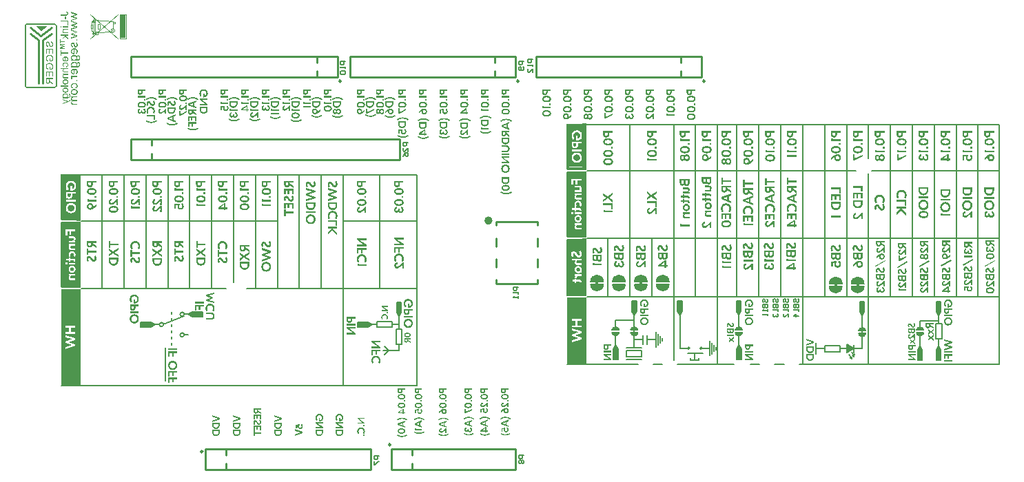
<source format=gbo>
G04*
G04 #@! TF.GenerationSoftware,Altium Limited,Altium Designer,22.10.1 (41)*
G04*
G04 Layer_Color=32896*
%FSLAX24Y24*%
%MOIN*%
G70*
G04*
G04 #@! TF.SameCoordinates,909E230D-C440-470E-9760-442CD84647A0*
G04*
G04*
G04 #@! TF.FilePolarity,Positive*
G04*
G01*
G75*
%ADD12C,0.0060*%
%ADD13C,0.0200*%
%ADD15C,0.0100*%
%ADD16C,0.0059*%
%ADD18C,0.0049*%
%ADD20C,0.0079*%
%ADD22C,0.0050*%
%ADD24C,0.0080*%
%ADD234C,0.0120*%
%ADD257C,0.0110*%
%ADD258R,0.0980X0.0258*%
%ADD259R,0.0980X0.0170*%
%ADD260R,0.0980X0.0070*%
%ADD261R,0.0200X0.2250*%
%ADD262R,0.0160X0.3170*%
%ADD263R,0.0200X0.3180*%
%ADD264R,0.0160X0.2240*%
%ADD265R,0.0190X0.2790*%
%ADD266R,0.0180X0.1993*%
%ADD267R,0.0160X0.2759*%
%ADD268R,0.0980X0.0940*%
%ADD269R,0.0170X0.1811*%
%ADD270R,0.0980X0.0400*%
%ADD271R,0.0980X0.0413*%
%ADD272R,0.0980X0.1000*%
%ADD273R,0.0980X0.0140*%
%ADD274R,0.0289X0.1150*%
%ADD275R,0.0170X0.4400*%
%ADD276R,0.0180X0.4430*%
G36*
X2561Y23734D02*
X2276Y23947D01*
X2845D01*
X2561Y23734D01*
D02*
G37*
G36*
X32701Y11872D02*
X32771Y11862D01*
X32851Y11802D01*
X32891Y11732D01*
X32941Y11607D01*
X32633Y11608D01*
X32311Y11607D01*
X32351Y11732D01*
X32391Y11802D01*
X32481Y11882D01*
X32601Y11902D01*
X32701Y11872D01*
D02*
G37*
G36*
X31641D02*
X31711Y11862D01*
X31791Y11802D01*
X31831Y11732D01*
X31881Y11607D01*
X31573Y11608D01*
X31251Y11607D01*
X31291Y11732D01*
X31331Y11802D01*
X31421Y11882D01*
X31541Y11902D01*
X31641Y11872D01*
D02*
G37*
G36*
X29521D02*
X29591Y11862D01*
X29671Y11802D01*
X29711Y11732D01*
X29761Y11607D01*
X29453Y11608D01*
X29131Y11607D01*
X29171Y11732D01*
X29211Y11802D01*
X29301Y11882D01*
X29421Y11902D01*
X29521Y11872D01*
D02*
G37*
G36*
X30581Y11869D02*
X30651Y11859D01*
X30731Y11799D01*
X30771Y11729D01*
X30821Y11605D01*
X30513Y11606D01*
X30191Y11605D01*
X30231Y11729D01*
X30271Y11799D01*
X30361Y11879D01*
X30481Y11899D01*
X30581Y11869D01*
D02*
G37*
G36*
X42129Y11775D02*
X42199Y11765D01*
X42279Y11705D01*
X42319Y11635D01*
X42369Y11511D01*
X42062Y11512D01*
X41739Y11511D01*
X41779Y11635D01*
X41819Y11705D01*
X41909Y11785D01*
X42029Y11805D01*
X42129Y11775D01*
D02*
G37*
G36*
X41069D02*
X41139Y11765D01*
X41219Y11705D01*
X41259Y11635D01*
X41309Y11511D01*
X41002Y11512D01*
X40679Y11511D01*
X40719Y11635D01*
X40759Y11705D01*
X40849Y11785D01*
X40969Y11805D01*
X41069Y11775D01*
D02*
G37*
G36*
X32589Y11445D02*
X32911Y11446D01*
X32871Y11322D01*
X32831Y11252D01*
X32741Y11172D01*
X32621Y11152D01*
X32521Y11182D01*
X32451Y11192D01*
X32371Y11252D01*
X32331Y11322D01*
X32281Y11446D01*
X32589Y11445D01*
D02*
G37*
G36*
X31529D02*
X31851Y11446D01*
X31811Y11322D01*
X31771Y11252D01*
X31681Y11172D01*
X31561Y11152D01*
X31461Y11182D01*
X31391Y11192D01*
X31311Y11252D01*
X31271Y11322D01*
X31221Y11446D01*
X31529Y11445D01*
D02*
G37*
G36*
X29409D02*
X29731Y11446D01*
X29691Y11322D01*
X29651Y11252D01*
X29561Y11172D01*
X29441Y11152D01*
X29341Y11182D01*
X29271Y11192D01*
X29191Y11252D01*
X29151Y11322D01*
X29101Y11446D01*
X29409Y11445D01*
D02*
G37*
G36*
X30469Y11443D02*
X30791Y11444D01*
X30751Y11320D01*
X30711Y11250D01*
X30621Y11170D01*
X30501Y11150D01*
X30401Y11180D01*
X30331Y11190D01*
X30251Y11250D01*
X30211Y11320D01*
X30161Y11444D01*
X30469Y11443D01*
D02*
G37*
G36*
X42017Y11349D02*
X42339Y11350D01*
X42299Y11225D01*
X42259Y11155D01*
X42169Y11075D01*
X42049Y11055D01*
X41949Y11085D01*
X41879Y11095D01*
X41799Y11155D01*
X41759Y11225D01*
X41709Y11350D01*
X42017Y11349D01*
D02*
G37*
G36*
X40957D02*
X41279Y11350D01*
X41239Y11225D01*
X41199Y11155D01*
X41109Y11075D01*
X40989Y11055D01*
X40889Y11085D01*
X40819Y11095D01*
X40739Y11155D01*
X40699Y11225D01*
X40649Y11350D01*
X40957Y11349D01*
D02*
G37*
G36*
X33317Y10644D02*
X33549D01*
Y10129D01*
X33498Y10049D01*
X33471Y10010D01*
X33447Y10002D01*
X33443D01*
X33317Y10128D01*
Y10301D01*
X33313Y10647D01*
X33317Y10644D01*
D02*
G37*
G36*
X31101D02*
X31333D01*
Y10129D01*
X31282Y10049D01*
X31254Y10010D01*
X31231Y10002D01*
X31227D01*
X31101Y10128D01*
Y10301D01*
X31097Y10647D01*
X31101Y10644D01*
D02*
G37*
G36*
X36160Y10642D02*
X36392D01*
Y10128D01*
X36341Y10048D01*
X36313Y10008D01*
X36290Y10000D01*
X36286D01*
X36160Y10126D01*
Y10300D01*
X36156Y10646D01*
X36160Y10642D01*
D02*
G37*
G36*
X45829Y10637D02*
X46062D01*
Y10123D01*
X46010Y10043D01*
X45983Y10003D01*
X45959Y9995D01*
X45955D01*
X45829Y10121D01*
Y10295D01*
X45825Y10641D01*
X45829Y10637D01*
D02*
G37*
G36*
X42129D02*
X42361D01*
Y10123D01*
X42310Y10043D01*
X42282Y10003D01*
X42259Y9995D01*
X42255D01*
X42129Y10121D01*
Y10295D01*
X42125Y10641D01*
X42129Y10637D01*
D02*
G37*
G36*
X19728Y10602D02*
X19960D01*
Y10087D01*
X19909Y10007D01*
X19881Y9968D01*
X19858Y9960D01*
X19854D01*
X19728Y10086D01*
Y10259D01*
X19724Y10606D01*
X19728Y10602D01*
D02*
G37*
G36*
X10365Y10149D02*
Y9917D01*
X9850D01*
X9770Y9968D01*
X9731Y9995D01*
X9723Y10019D01*
Y10023D01*
X9849Y10149D01*
X10022D01*
X10369Y10153D01*
X10365Y10149D01*
D02*
G37*
G36*
X7965Y9570D02*
X8005Y9542D01*
X8013Y9519D01*
Y9515D01*
X7887Y9389D01*
X7713D01*
X7367Y9385D01*
X7371Y9389D01*
Y9621D01*
X7886D01*
X7965Y9570D01*
D02*
G37*
G36*
X18456Y9566D02*
X18495Y9538D01*
X18503Y9515D01*
Y9511D01*
X18377Y9385D01*
X18204D01*
X17857Y9381D01*
X17861Y9385D01*
Y9617D01*
X18376D01*
X18456Y9566D01*
D02*
G37*
G36*
X31286Y9416D02*
X31314Y9406D01*
X31368Y9373D01*
X31400Y9340D01*
X31422Y9304D01*
X31435Y9264D01*
X31428Y9244D01*
X31407Y9233D01*
X31068D01*
X31039Y9262D01*
X31054Y9309D01*
X31071Y9334D01*
X31100Y9363D01*
X31123Y9384D01*
X31162Y9407D01*
X31199Y9418D01*
X31286Y9416D01*
D02*
G37*
G36*
X30381D02*
X30409Y9406D01*
X30463Y9373D01*
X30495Y9340D01*
X30517Y9304D01*
X30530Y9264D01*
X30523Y9244D01*
X30502Y9233D01*
X30163D01*
X30134Y9262D01*
X30149Y9309D01*
X30166Y9334D01*
X30195Y9363D01*
X30218Y9384D01*
X30257Y9407D01*
X30294Y9418D01*
X30381Y9416D01*
D02*
G37*
G36*
X36345Y9415D02*
X36373Y9405D01*
X36427Y9372D01*
X36459Y9339D01*
X36482Y9303D01*
X36494Y9263D01*
X36487Y9243D01*
X36467Y9231D01*
X36127D01*
X36098Y9261D01*
X36113Y9308D01*
X36130Y9333D01*
X36159Y9362D01*
X36182Y9383D01*
X36221Y9406D01*
X36258Y9417D01*
X36345Y9415D01*
D02*
G37*
G36*
X45109Y9410D02*
X45137Y9400D01*
X45191Y9367D01*
X45223Y9334D01*
X45246Y9298D01*
X45258Y9258D01*
X45251Y9238D01*
X45230Y9226D01*
X44891D01*
X44862Y9256D01*
X44877Y9303D01*
X44894Y9328D01*
X44923Y9357D01*
X44946Y9378D01*
X44985Y9401D01*
X45022Y9412D01*
X45109Y9410D01*
D02*
G37*
G36*
X42311Y9380D02*
X42339Y9370D01*
X42393Y9337D01*
X42425Y9304D01*
X42448Y9268D01*
X42460Y9228D01*
X42453Y9208D01*
X42432Y9196D01*
X42093Y9196D01*
X42064Y9226D01*
X42079Y9273D01*
X42096Y9298D01*
X42125Y9327D01*
X42148Y9348D01*
X42187Y9371D01*
X42224Y9382D01*
X42311Y9380D01*
D02*
G37*
G36*
X31437Y9122D02*
X31421Y9076D01*
X31405Y9050D01*
X31376Y9021D01*
X31353Y9000D01*
X31314Y8977D01*
X31277Y8966D01*
X31190Y8968D01*
X31162Y8978D01*
X31108Y9011D01*
X31076Y9044D01*
X31053Y9081D01*
X31041Y9120D01*
X31048Y9140D01*
X31068Y9152D01*
X31408D01*
X31437Y9122D01*
D02*
G37*
G36*
X30527D02*
X30512Y9076D01*
X30495Y9050D01*
X30466Y9021D01*
X30443Y9000D01*
X30404Y8977D01*
X30367Y8966D01*
X30280Y8968D01*
X30252Y8978D01*
X30198Y9011D01*
X30166Y9044D01*
X30146Y9082D01*
X30136Y9122D01*
X30138Y9140D01*
X30158Y9152D01*
X30498D01*
X30527Y9122D01*
D02*
G37*
G36*
X36491Y9121D02*
X36476Y9074D01*
X36459Y9049D01*
X36430Y9020D01*
X36407Y8999D01*
X36368Y8976D01*
X36331Y8965D01*
X36244Y8967D01*
X36216Y8977D01*
X36162Y9010D01*
X36130Y9043D01*
X36111Y9080D01*
X36101Y9120D01*
X36102Y9139D01*
X36123Y9151D01*
X36462D01*
X36491Y9121D01*
D02*
G37*
G36*
X45255Y9116D02*
X45240Y9069D01*
X45223Y9044D01*
X45194Y9015D01*
X45171Y8994D01*
X45132Y8971D01*
X45095Y8960D01*
X45008Y8962D01*
X44980Y8972D01*
X44926Y9005D01*
X44894Y9038D01*
X44874Y9075D01*
X44864Y9115D01*
X44866Y9134D01*
X44887Y9146D01*
X45226D01*
X45255Y9116D01*
D02*
G37*
G36*
X42462Y9086D02*
X42447Y9039D01*
X42430Y9014D01*
X42401Y8985D01*
X42378Y8964D01*
X42339Y8941D01*
X42302Y8930D01*
X42215Y8932D01*
X42187Y8942D01*
X42133Y8975D01*
X42101Y9008D01*
X42079Y9044D01*
X42066Y9084D01*
X42073Y9104D01*
X42094Y9116D01*
X42433D01*
X42462Y9086D01*
D02*
G37*
G36*
X41617Y8506D02*
X41775Y8415D01*
X41835Y8341D01*
X41739Y8285D01*
X41535Y8168D01*
X41512Y8348D01*
X41523Y8549D01*
X41617Y8506D01*
D02*
G37*
G36*
X30461Y8336D02*
Y8162D01*
X30465Y7816D01*
X30461Y7820D01*
X30229D01*
Y8334D01*
X30280Y8414D01*
X30308Y8454D01*
X30331Y8462D01*
X30335D01*
X30461Y8336D01*
D02*
G37*
G36*
X36426Y8334D02*
Y8161D01*
X36430Y7815D01*
X36426Y7818D01*
X36193D01*
Y8333D01*
X36245Y8413D01*
X36272Y8452D01*
X36296Y8460D01*
X36300D01*
X36426Y8334D01*
D02*
G37*
G36*
X46090Y8329D02*
Y8156D01*
X46093Y7810D01*
X46090Y7813D01*
X45857D01*
Y8328D01*
X45908Y8408D01*
X45936Y8447D01*
X45959Y8455D01*
X45964D01*
X46090Y8329D01*
D02*
G37*
G36*
X45190D02*
Y8156D01*
X45193Y7810D01*
X45190Y7813D01*
X44957D01*
Y8328D01*
X45008Y8408D01*
X45036Y8447D01*
X45059Y8455D01*
X45064D01*
X45190Y8329D01*
D02*
G37*
G36*
X10928Y10988D02*
X10654Y10924D01*
Y10922D01*
X10866Y10836D01*
Y10780D01*
X10654Y10693D01*
Y10692D01*
X10928Y10627D01*
Y10546D01*
X10507Y10651D01*
Y10712D01*
X10747Y10807D01*
Y10809D01*
X10507Y10904D01*
Y10964D01*
X10928Y11069D01*
Y10988D01*
D02*
G37*
G36*
X10413Y10540D02*
X9991D01*
Y10618D01*
X10413D01*
Y10540D01*
D02*
G37*
G36*
Y10383D02*
X10239D01*
Y10223D01*
X10167D01*
Y10383D01*
X10064D01*
Y10205D01*
X9991D01*
Y10461D01*
X10413D01*
Y10383D01*
D02*
G37*
G36*
X10730Y10526D02*
X10741Y10525D01*
X10753Y10524D01*
X10763Y10522D01*
X10773Y10520D01*
X10783Y10518D01*
X10792Y10515D01*
X10800Y10512D01*
X10807Y10509D01*
X10814Y10507D01*
X10820Y10504D01*
X10824Y10502D01*
X10828Y10501D01*
X10831Y10499D01*
X10833Y10498D01*
X10833Y10498D01*
X10842Y10492D01*
X10851Y10486D01*
X10858Y10479D01*
X10866Y10473D01*
X10873Y10466D01*
X10879Y10459D01*
X10885Y10453D01*
X10890Y10446D01*
X10895Y10440D01*
X10899Y10435D01*
X10902Y10430D01*
X10905Y10425D01*
X10907Y10422D01*
X10909Y10419D01*
X10909Y10417D01*
X10910Y10417D01*
X10915Y10407D01*
X10919Y10397D01*
X10923Y10387D01*
X10926Y10377D01*
X10930Y10357D01*
X10932Y10347D01*
X10934Y10338D01*
X10935Y10330D01*
X10936Y10322D01*
X10936Y10315D01*
X10937Y10310D01*
X10937Y10305D01*
Y10298D01*
X10937Y10283D01*
X10935Y10268D01*
X10933Y10253D01*
X10930Y10240D01*
X10926Y10226D01*
X10923Y10214D01*
X10919Y10202D01*
X10914Y10192D01*
X10910Y10182D01*
X10906Y10173D01*
X10902Y10166D01*
X10899Y10159D01*
X10896Y10155D01*
X10893Y10151D01*
X10892Y10149D01*
X10891Y10148D01*
X10824Y10192D01*
X10830Y10202D01*
X10836Y10211D01*
X10840Y10221D01*
X10844Y10230D01*
X10848Y10240D01*
X10850Y10248D01*
X10853Y10257D01*
X10855Y10265D01*
X10856Y10272D01*
X10857Y10279D01*
X10858Y10285D01*
X10858Y10290D01*
Y10294D01*
X10859Y10297D01*
Y10299D01*
X10858Y10314D01*
X10856Y10328D01*
X10854Y10341D01*
X10850Y10351D01*
X10849Y10356D01*
X10847Y10360D01*
X10845Y10364D01*
X10844Y10367D01*
X10843Y10369D01*
X10842Y10371D01*
X10841Y10372D01*
Y10373D01*
X10834Y10384D01*
X10826Y10395D01*
X10818Y10403D01*
X10810Y10411D01*
X10803Y10416D01*
X10797Y10420D01*
X10795Y10422D01*
X10793Y10423D01*
X10792Y10424D01*
X10792D01*
X10779Y10430D01*
X10767Y10435D01*
X10754Y10438D01*
X10743Y10440D01*
X10737Y10441D01*
X10733Y10441D01*
X10728Y10442D01*
X10725D01*
X10721Y10442D01*
X10719D01*
X10718D01*
X10718D01*
X10702Y10441D01*
X10688Y10439D01*
X10676Y10436D01*
X10670Y10435D01*
X10665Y10433D01*
X10660Y10431D01*
X10656Y10430D01*
X10652Y10428D01*
X10649Y10427D01*
X10647Y10425D01*
X10645Y10425D01*
X10644Y10424D01*
X10644D01*
X10632Y10417D01*
X10622Y10408D01*
X10614Y10400D01*
X10607Y10391D01*
X10601Y10384D01*
X10599Y10381D01*
X10597Y10378D01*
X10596Y10376D01*
X10595Y10374D01*
X10594Y10373D01*
Y10373D01*
X10588Y10360D01*
X10584Y10348D01*
X10581Y10335D01*
X10579Y10324D01*
X10578Y10319D01*
X10578Y10314D01*
X10577Y10310D01*
Y10306D01*
X10577Y10303D01*
Y10299D01*
X10577Y10289D01*
X10578Y10279D01*
X10580Y10268D01*
X10582Y10259D01*
X10585Y10249D01*
X10588Y10241D01*
X10591Y10232D01*
X10594Y10225D01*
X10597Y10218D01*
X10600Y10211D01*
X10603Y10206D01*
X10606Y10201D01*
X10608Y10197D01*
X10610Y10195D01*
X10611Y10193D01*
X10612Y10192D01*
X10544Y10148D01*
X10536Y10160D01*
X10528Y10174D01*
X10522Y10186D01*
X10517Y10199D01*
X10512Y10212D01*
X10509Y10225D01*
X10506Y10237D01*
X10503Y10248D01*
X10501Y10259D01*
X10500Y10268D01*
X10499Y10277D01*
X10498Y10284D01*
Y10290D01*
X10497Y10295D01*
Y10298D01*
X10498Y10311D01*
X10498Y10323D01*
X10500Y10334D01*
X10502Y10345D01*
X10504Y10355D01*
X10506Y10365D01*
X10509Y10374D01*
X10511Y10383D01*
X10514Y10390D01*
X10516Y10397D01*
X10519Y10403D01*
X10521Y10408D01*
X10523Y10412D01*
X10524Y10415D01*
X10525Y10417D01*
X10525Y10417D01*
X10530Y10426D01*
X10536Y10435D01*
X10542Y10444D01*
X10548Y10452D01*
X10555Y10458D01*
X10561Y10465D01*
X10568Y10471D01*
X10574Y10477D01*
X10579Y10482D01*
X10585Y10486D01*
X10590Y10489D01*
X10594Y10492D01*
X10597Y10495D01*
X10600Y10496D01*
X10602Y10497D01*
X10602Y10498D01*
X10612Y10503D01*
X10621Y10507D01*
X10631Y10511D01*
X10641Y10515D01*
X10651Y10517D01*
X10661Y10520D01*
X10670Y10522D01*
X10679Y10523D01*
X10687Y10524D01*
X10694Y10525D01*
X10701Y10526D01*
X10706Y10526D01*
X10711Y10527D01*
X10715D01*
X10717D01*
X10718D01*
X10730Y10526D01*
D02*
G37*
G36*
X10777Y10102D02*
X10791Y10100D01*
X10804Y10098D01*
X10816Y10095D01*
X10828Y10091D01*
X10838Y10088D01*
X10848Y10084D01*
X10856Y10079D01*
X10864Y10075D01*
X10871Y10071D01*
X10876Y10067D01*
X10881Y10064D01*
X10885Y10061D01*
X10888Y10058D01*
X10890Y10057D01*
X10890Y10056D01*
X10898Y10047D01*
X10906Y10037D01*
X10911Y10027D01*
X10917Y10017D01*
X10922Y10006D01*
X10926Y9995D01*
X10928Y9985D01*
X10931Y9975D01*
X10933Y9965D01*
X10934Y9956D01*
X10935Y9948D01*
X10936Y9941D01*
X10936Y9935D01*
X10937Y9931D01*
Y9928D01*
X10936Y9917D01*
X10936Y9908D01*
X10935Y9899D01*
X10933Y9890D01*
X10932Y9882D01*
X10930Y9874D01*
X10928Y9867D01*
X10926Y9861D01*
X10924Y9855D01*
X10923Y9849D01*
X10921Y9845D01*
X10919Y9841D01*
X10918Y9838D01*
X10917Y9836D01*
X10916Y9835D01*
Y9834D01*
X10907Y9820D01*
X10897Y9809D01*
X10887Y9798D01*
X10877Y9790D01*
X10869Y9783D01*
X10865Y9780D01*
X10861Y9778D01*
X10859Y9776D01*
X10857Y9776D01*
X10856Y9775D01*
X10855D01*
X10847Y9771D01*
X10839Y9768D01*
X10824Y9762D01*
X10808Y9758D01*
X10794Y9756D01*
X10787Y9756D01*
X10781Y9755D01*
X10776Y9754D01*
X10771D01*
X10768Y9754D01*
X10765D01*
X10763D01*
X10762D01*
X10507D01*
Y9835D01*
X10757D01*
X10766Y9836D01*
X10773Y9836D01*
X10788Y9839D01*
X10794Y9841D01*
X10801Y9843D01*
X10806Y9845D01*
X10811Y9848D01*
X10815Y9850D01*
X10819Y9853D01*
X10822Y9855D01*
X10825Y9857D01*
X10827Y9858D01*
X10829Y9860D01*
X10830Y9860D01*
X10830Y9861D01*
X10835Y9865D01*
X10839Y9871D01*
X10843Y9876D01*
X10846Y9881D01*
X10851Y9893D01*
X10854Y9903D01*
X10856Y9913D01*
X10856Y9917D01*
X10857Y9921D01*
X10857Y9924D01*
Y9928D01*
X10857Y9935D01*
X10856Y9943D01*
X10853Y9956D01*
X10849Y9967D01*
X10846Y9973D01*
X10844Y9977D01*
X10841Y9982D01*
X10839Y9985D01*
X10837Y9988D01*
X10835Y9990D01*
X10833Y9993D01*
X10831Y9994D01*
X10831Y9995D01*
X10830Y9995D01*
X10825Y10000D01*
X10819Y10003D01*
X10813Y10007D01*
X10807Y10010D01*
X10795Y10014D01*
X10784Y10017D01*
X10778Y10019D01*
X10773Y10019D01*
X10769Y10019D01*
X10765Y10020D01*
X10762Y10020D01*
X10759D01*
X10758D01*
X10757D01*
X10507D01*
Y10102D01*
X10762D01*
X10777Y10102D01*
D02*
G37*
G36*
X28879Y13769D02*
X28000D01*
Y16919D01*
X28879D01*
Y13769D01*
D02*
G37*
G36*
X28887Y11133D02*
X27998D01*
Y13495D01*
X28887D01*
Y11133D01*
D02*
G37*
G36*
X4406Y11319D02*
X3527D01*
Y14468D01*
X4406D01*
Y11319D01*
D02*
G37*
G36*
X4385Y6569D02*
X3517D01*
Y11219D01*
X4385D01*
Y6569D01*
D02*
G37*
G36*
X19428Y20522D02*
X19443Y20521D01*
X19458Y20520D01*
X19472Y20518D01*
X19485Y20517D01*
X19497Y20515D01*
X19509Y20513D01*
X19520Y20510D01*
X19530Y20509D01*
X19538Y20506D01*
X19546Y20505D01*
X19552Y20503D01*
X19557Y20501D01*
X19561Y20500D01*
X19563Y20500D01*
X19564Y20499D01*
X19576Y20495D01*
X19588Y20490D01*
X19612Y20479D01*
X19623Y20473D01*
X19634Y20468D01*
X19645Y20462D01*
X19654Y20457D01*
X19663Y20452D01*
X19671Y20447D01*
X19677Y20443D01*
X19683Y20440D01*
X19688Y20436D01*
X19691Y20434D01*
X19694Y20433D01*
X19695Y20432D01*
X19662Y20383D01*
X19641Y20396D01*
X19621Y20407D01*
X19601Y20417D01*
X19592Y20421D01*
X19584Y20425D01*
X19576Y20428D01*
X19568Y20431D01*
X19562Y20434D01*
X19557Y20436D01*
X19552Y20437D01*
X19549Y20439D01*
X19547Y20439D01*
X19546Y20440D01*
X19534Y20443D01*
X19523Y20446D01*
X19499Y20451D01*
X19488Y20453D01*
X19477Y20455D01*
X19466Y20456D01*
X19456Y20457D01*
X19447Y20458D01*
X19438Y20459D01*
X19431Y20459D01*
X19424D01*
X19419Y20460D01*
X19415D01*
X19413D01*
X19412D01*
X19399Y20459D01*
X19386Y20459D01*
X19374Y20458D01*
X19362Y20457D01*
X19351Y20455D01*
X19340Y20454D01*
X19331Y20452D01*
X19322Y20450D01*
X19313Y20448D01*
X19306Y20446D01*
X19300Y20445D01*
X19294Y20443D01*
X19290Y20442D01*
X19287Y20441D01*
X19285Y20440D01*
X19284D01*
X19263Y20431D01*
X19243Y20422D01*
X19233Y20417D01*
X19224Y20412D01*
X19215Y20408D01*
X19207Y20403D01*
X19200Y20399D01*
X19193Y20394D01*
X19187Y20391D01*
X19182Y20388D01*
X19178Y20385D01*
X19175Y20383D01*
X19173Y20382D01*
X19173Y20381D01*
X19140Y20431D01*
X19152Y20440D01*
X19163Y20447D01*
X19175Y20454D01*
X19186Y20461D01*
X19197Y20467D01*
X19207Y20472D01*
X19217Y20477D01*
X19226Y20482D01*
X19235Y20486D01*
X19242Y20489D01*
X19249Y20492D01*
X19254Y20495D01*
X19259Y20497D01*
X19263Y20498D01*
X19264Y20499D01*
X19265Y20499D01*
X19277Y20503D01*
X19290Y20507D01*
X19302Y20510D01*
X19314Y20512D01*
X19339Y20517D01*
X19351Y20518D01*
X19362Y20519D01*
X19373Y20520D01*
X19382Y20521D01*
X19391Y20521D01*
X19398Y20522D01*
X19404Y20522D01*
X19408D01*
X19410D01*
X19411D01*
X19411D01*
X19412D01*
X19428Y20522D01*
D02*
G37*
G36*
X19575Y20208D02*
X19574Y20197D01*
X19574Y20187D01*
X19572Y20176D01*
X19571Y20167D01*
X19569Y20157D01*
X19567Y20149D01*
X19565Y20141D01*
X19563Y20133D01*
X19561Y20127D01*
X19558Y20120D01*
X19557Y20115D01*
X19555Y20111D01*
X19553Y20107D01*
X19552Y20105D01*
X19552Y20103D01*
X19551Y20103D01*
X19547Y20094D01*
X19541Y20086D01*
X19536Y20079D01*
X19530Y20072D01*
X19525Y20065D01*
X19519Y20059D01*
X19514Y20054D01*
X19508Y20049D01*
X19503Y20045D01*
X19498Y20041D01*
X19494Y20038D01*
X19490Y20035D01*
X19487Y20033D01*
X19485Y20032D01*
X19484Y20031D01*
X19483Y20031D01*
X19475Y20026D01*
X19466Y20022D01*
X19457Y20018D01*
X19448Y20015D01*
X19439Y20013D01*
X19431Y20011D01*
X19422Y20009D01*
X19415Y20008D01*
X19407Y20007D01*
X19400Y20006D01*
X19394Y20005D01*
X19389Y20005D01*
X19385Y20004D01*
X19382D01*
X19379D01*
X19379D01*
X19368Y20005D01*
X19357Y20005D01*
X19347Y20007D01*
X19337Y20008D01*
X19328Y20010D01*
X19319Y20012D01*
X19312Y20015D01*
X19304Y20017D01*
X19298Y20020D01*
X19292Y20022D01*
X19287Y20025D01*
X19282Y20026D01*
X19279Y20028D01*
X19277Y20029D01*
X19275Y20030D01*
X19275Y20031D01*
X19267Y20035D01*
X19259Y20041D01*
X19252Y20047D01*
X19245Y20053D01*
X19240Y20058D01*
X19234Y20065D01*
X19229Y20071D01*
X19224Y20076D01*
X19220Y20081D01*
X19217Y20086D01*
X19214Y20091D01*
X19212Y20095D01*
X19209Y20098D01*
X19208Y20100D01*
X19208Y20102D01*
X19207Y20103D01*
X19203Y20111D01*
X19199Y20120D01*
X19196Y20129D01*
X19193Y20139D01*
X19189Y20156D01*
X19187Y20165D01*
X19186Y20173D01*
X19185Y20180D01*
X19185Y20187D01*
X19184Y20193D01*
X19184Y20198D01*
X19183Y20202D01*
Y20334D01*
X19575D01*
Y20208D01*
D02*
G37*
G36*
X19458Y19972D02*
X19472Y19971D01*
X19485Y19968D01*
X19491Y19966D01*
X19496Y19965D01*
X19501Y19963D01*
X19505Y19962D01*
X19508Y19960D01*
X19511Y19959D01*
X19514Y19957D01*
X19516Y19957D01*
X19516Y19956D01*
X19517D01*
X19528Y19949D01*
X19538Y19941D01*
X19546Y19933D01*
X19553Y19925D01*
X19558Y19917D01*
X19561Y19915D01*
X19562Y19912D01*
X19564Y19910D01*
X19565Y19908D01*
X19566Y19907D01*
Y19906D01*
X19571Y19894D01*
X19576Y19881D01*
X19579Y19869D01*
X19580Y19857D01*
X19581Y19851D01*
X19582Y19846D01*
X19582Y19842D01*
Y19838D01*
X19583Y19835D01*
Y19831D01*
X19582Y19817D01*
X19580Y19803D01*
X19577Y19791D01*
X19576Y19785D01*
X19574Y19780D01*
X19573Y19776D01*
X19571Y19772D01*
X19570Y19768D01*
X19569Y19765D01*
X19567Y19763D01*
X19567Y19761D01*
X19566Y19760D01*
Y19759D01*
X19559Y19748D01*
X19552Y19738D01*
X19543Y19730D01*
X19536Y19722D01*
X19529Y19717D01*
X19526Y19715D01*
X19524Y19713D01*
X19521Y19712D01*
X19520Y19711D01*
X19519Y19710D01*
X19519D01*
X19507Y19704D01*
X19495Y19699D01*
X19484Y19696D01*
X19473Y19694D01*
X19468Y19694D01*
X19464Y19693D01*
X19460Y19693D01*
X19456D01*
X19453Y19692D01*
X19452D01*
X19450D01*
X19450D01*
X19436Y19693D01*
X19423Y19694D01*
X19412Y19697D01*
X19402Y19700D01*
X19398Y19701D01*
X19394Y19703D01*
X19391Y19704D01*
X19388Y19705D01*
X19386Y19706D01*
X19384Y19707D01*
X19383Y19708D01*
X19383D01*
X19373Y19713D01*
X19364Y19721D01*
X19356Y19727D01*
X19350Y19734D01*
X19344Y19741D01*
X19341Y19745D01*
X19340Y19747D01*
X19339Y19749D01*
X19338Y19750D01*
Y19750D01*
X19332Y19760D01*
X19329Y19771D01*
X19326Y19782D01*
X19324Y19791D01*
X19323Y19800D01*
X19323Y19804D01*
Y19807D01*
X19322Y19809D01*
Y19813D01*
X19323Y19820D01*
X19323Y19827D01*
X19324Y19833D01*
X19326Y19839D01*
X19327Y19843D01*
X19328Y19847D01*
X19329Y19849D01*
X19329Y19850D01*
X19332Y19856D01*
X19336Y19861D01*
X19340Y19867D01*
X19343Y19872D01*
X19347Y19876D01*
X19350Y19879D01*
X19351Y19881D01*
X19352Y19882D01*
X19351Y19884D01*
X19194Y19748D01*
Y19832D01*
X19278Y19902D01*
X19286Y19909D01*
X19294Y19915D01*
X19302Y19921D01*
X19309Y19927D01*
X19317Y19932D01*
X19323Y19936D01*
X19330Y19940D01*
X19336Y19943D01*
X19341Y19947D01*
X19346Y19949D01*
X19350Y19952D01*
X19354Y19953D01*
X19357Y19955D01*
X19359Y19956D01*
X19360Y19957D01*
X19361D01*
X19375Y19962D01*
X19390Y19966D01*
X19404Y19969D01*
X19410Y19970D01*
X19416Y19971D01*
X19422Y19972D01*
X19427Y19972D01*
X19432Y19973D01*
X19436D01*
X19439Y19973D01*
X19441D01*
X19442D01*
X19443D01*
X19458Y19972D01*
D02*
G37*
G36*
X19193Y19657D02*
X19213Y19645D01*
X19222Y19640D01*
X19232Y19635D01*
X19240Y19631D01*
X19249Y19627D01*
X19256Y19624D01*
X19263Y19621D01*
X19269Y19618D01*
X19274Y19616D01*
X19278Y19615D01*
X19281Y19613D01*
X19283Y19612D01*
X19284D01*
X19295Y19609D01*
X19305Y19606D01*
X19327Y19601D01*
X19349Y19597D01*
X19359Y19596D01*
X19369Y19595D01*
X19378Y19594D01*
X19386Y19593D01*
X19393Y19593D01*
X19400D01*
X19405Y19592D01*
X19409D01*
X19411D01*
X19412D01*
X19437Y19593D01*
X19461Y19595D01*
X19485Y19599D01*
X19508Y19604D01*
X19530Y19610D01*
X19551Y19616D01*
X19570Y19623D01*
X19588Y19630D01*
X19604Y19638D01*
X19612Y19641D01*
X19618Y19644D01*
X19625Y19648D01*
X19631Y19651D01*
X19637Y19654D01*
X19642Y19657D01*
X19646Y19659D01*
X19650Y19662D01*
X19654Y19664D01*
X19657Y19666D01*
X19659Y19667D01*
X19660Y19668D01*
X19661Y19668D01*
X19662Y19669D01*
X19695Y19619D01*
X19682Y19612D01*
X19670Y19604D01*
X19659Y19597D01*
X19647Y19591D01*
X19636Y19585D01*
X19625Y19579D01*
X19614Y19575D01*
X19605Y19570D01*
X19596Y19566D01*
X19588Y19563D01*
X19581Y19560D01*
X19575Y19557D01*
X19570Y19556D01*
X19567Y19554D01*
X19565Y19554D01*
X19564Y19553D01*
X19551Y19549D01*
X19539Y19546D01*
X19525Y19543D01*
X19512Y19540D01*
X19499Y19538D01*
X19487Y19536D01*
X19475Y19534D01*
X19463Y19533D01*
X19452Y19532D01*
X19442Y19531D01*
X19434Y19531D01*
X19426Y19530D01*
X19420Y19530D01*
X19415D01*
X19414D01*
X19413D01*
X19412D01*
X19412D01*
X19396Y19530D01*
X19382Y19531D01*
X19367Y19532D01*
X19354Y19533D01*
X19341Y19535D01*
X19329Y19537D01*
X19318Y19539D01*
X19307Y19542D01*
X19298Y19544D01*
X19290Y19546D01*
X19283Y19548D01*
X19277Y19550D01*
X19272Y19551D01*
X19268Y19552D01*
X19267Y19553D01*
X19266Y19553D01*
X19254Y19558D01*
X19242Y19563D01*
X19220Y19574D01*
X19209Y19579D01*
X19198Y19584D01*
X19189Y19590D01*
X19179Y19595D01*
X19171Y19600D01*
X19163Y19605D01*
X19157Y19609D01*
X19151Y19613D01*
X19146Y19616D01*
X19143Y19618D01*
X19141Y19620D01*
X19140Y19620D01*
X19173Y19671D01*
X19193Y19657D01*
D02*
G37*
G36*
X18493Y20522D02*
X18508Y20521D01*
X18523Y20520D01*
X18537Y20518D01*
X18550Y20517D01*
X18562Y20515D01*
X18574Y20513D01*
X18585Y20510D01*
X18594Y20509D01*
X18603Y20506D01*
X18611Y20505D01*
X18617Y20503D01*
X18622Y20501D01*
X18626Y20500D01*
X18628Y20500D01*
X18629Y20499D01*
X18641Y20495D01*
X18653Y20490D01*
X18677Y20479D01*
X18688Y20473D01*
X18699Y20468D01*
X18709Y20462D01*
X18719Y20457D01*
X18728Y20452D01*
X18736Y20447D01*
X18742Y20443D01*
X18748Y20440D01*
X18753Y20436D01*
X18756Y20434D01*
X18759Y20433D01*
X18760Y20432D01*
X18727Y20383D01*
X18706Y20396D01*
X18686Y20407D01*
X18666Y20417D01*
X18657Y20421D01*
X18649Y20425D01*
X18640Y20428D01*
X18633Y20431D01*
X18627Y20434D01*
X18622Y20436D01*
X18617Y20437D01*
X18614Y20439D01*
X18612Y20439D01*
X18611Y20440D01*
X18599Y20443D01*
X18588Y20446D01*
X18564Y20451D01*
X18553Y20453D01*
X18542Y20455D01*
X18531Y20456D01*
X18521Y20457D01*
X18512Y20458D01*
X18503Y20459D01*
X18496Y20459D01*
X18489D01*
X18484Y20460D01*
X18480D01*
X18478D01*
X18477D01*
X18464Y20459D01*
X18451Y20459D01*
X18439Y20458D01*
X18427Y20457D01*
X18416Y20455D01*
X18405Y20454D01*
X18396Y20452D01*
X18387Y20450D01*
X18378Y20448D01*
X18371Y20446D01*
X18364Y20445D01*
X18359Y20443D01*
X18355Y20442D01*
X18352Y20441D01*
X18350Y20440D01*
X18349D01*
X18328Y20431D01*
X18308Y20422D01*
X18298Y20417D01*
X18289Y20412D01*
X18280Y20408D01*
X18272Y20403D01*
X18265Y20399D01*
X18258Y20394D01*
X18252Y20391D01*
X18247Y20388D01*
X18243Y20385D01*
X18240Y20383D01*
X18238Y20382D01*
X18238Y20381D01*
X18205Y20431D01*
X18217Y20440D01*
X18228Y20447D01*
X18240Y20454D01*
X18251Y20461D01*
X18262Y20467D01*
X18272Y20472D01*
X18282Y20477D01*
X18291Y20482D01*
X18300Y20486D01*
X18307Y20489D01*
X18314Y20492D01*
X18319Y20495D01*
X18324Y20497D01*
X18327Y20498D01*
X18329Y20499D01*
X18330Y20499D01*
X18342Y20503D01*
X18355Y20507D01*
X18367Y20510D01*
X18379Y20512D01*
X18404Y20517D01*
X18416Y20518D01*
X18427Y20519D01*
X18438Y20520D01*
X18447Y20521D01*
X18456Y20521D01*
X18463Y20522D01*
X18469Y20522D01*
X18473D01*
X18475D01*
X18476D01*
X18476D01*
X18477D01*
X18493Y20522D01*
D02*
G37*
G36*
X18640Y20208D02*
X18639Y20197D01*
X18639Y20187D01*
X18637Y20176D01*
X18636Y20167D01*
X18634Y20157D01*
X18632Y20149D01*
X18630Y20141D01*
X18628Y20133D01*
X18626Y20127D01*
X18623Y20120D01*
X18622Y20115D01*
X18620Y20111D01*
X18618Y20107D01*
X18617Y20105D01*
X18617Y20103D01*
X18616Y20103D01*
X18612Y20094D01*
X18606Y20086D01*
X18601Y20079D01*
X18595Y20072D01*
X18590Y20065D01*
X18584Y20059D01*
X18579Y20054D01*
X18573Y20049D01*
X18568Y20045D01*
X18563Y20041D01*
X18559Y20038D01*
X18555Y20035D01*
X18552Y20033D01*
X18550Y20032D01*
X18548Y20031D01*
X18548Y20031D01*
X18539Y20026D01*
X18531Y20022D01*
X18522Y20018D01*
X18513Y20015D01*
X18504Y20013D01*
X18496Y20011D01*
X18487Y20009D01*
X18479Y20008D01*
X18472Y20007D01*
X18465Y20006D01*
X18459Y20005D01*
X18454Y20005D01*
X18450Y20004D01*
X18447D01*
X18444D01*
X18444D01*
X18433Y20005D01*
X18422Y20005D01*
X18412Y20007D01*
X18402Y20008D01*
X18393Y20010D01*
X18384Y20012D01*
X18377Y20015D01*
X18369Y20017D01*
X18363Y20020D01*
X18357Y20022D01*
X18352Y20025D01*
X18347Y20026D01*
X18344Y20028D01*
X18341Y20029D01*
X18340Y20030D01*
X18340Y20031D01*
X18332Y20035D01*
X18324Y20041D01*
X18317Y20047D01*
X18310Y20053D01*
X18304Y20058D01*
X18299Y20065D01*
X18294Y20071D01*
X18289Y20076D01*
X18285Y20081D01*
X18282Y20086D01*
X18279Y20091D01*
X18277Y20095D01*
X18274Y20098D01*
X18273Y20100D01*
X18272Y20102D01*
X18272Y20103D01*
X18268Y20111D01*
X18264Y20120D01*
X18261Y20129D01*
X18258Y20139D01*
X18254Y20156D01*
X18252Y20165D01*
X18251Y20173D01*
X18250Y20180D01*
X18249Y20187D01*
X18249Y20193D01*
X18249Y20198D01*
X18248Y20202D01*
Y20334D01*
X18640D01*
Y20208D01*
D02*
G37*
G36*
X18327Y19807D02*
X18640Y19957D01*
Y19884D01*
X18323Y19734D01*
X18262D01*
Y19977D01*
X18327D01*
Y19807D01*
D02*
G37*
G36*
X18258Y19700D02*
X18278Y19688D01*
X18287Y19683D01*
X18297Y19678D01*
X18305Y19674D01*
X18314Y19670D01*
X18321Y19667D01*
X18328Y19664D01*
X18334Y19661D01*
X18339Y19659D01*
X18343Y19658D01*
X18346Y19656D01*
X18348Y19655D01*
X18349D01*
X18360Y19652D01*
X18370Y19648D01*
X18392Y19644D01*
X18414Y19640D01*
X18424Y19639D01*
X18434Y19638D01*
X18443Y19637D01*
X18451Y19636D01*
X18458Y19635D01*
X18465D01*
X18470Y19635D01*
X18474D01*
X18476D01*
X18477D01*
X18502Y19636D01*
X18526Y19638D01*
X18550Y19642D01*
X18573Y19647D01*
X18595Y19653D01*
X18616Y19659D01*
X18635Y19666D01*
X18653Y19673D01*
X18669Y19681D01*
X18677Y19684D01*
X18683Y19687D01*
X18690Y19691D01*
X18696Y19694D01*
X18702Y19697D01*
X18707Y19699D01*
X18711Y19702D01*
X18715Y19704D01*
X18719Y19707D01*
X18722Y19708D01*
X18723Y19710D01*
X18725Y19711D01*
X18726Y19711D01*
X18727Y19712D01*
X18760Y19662D01*
X18747Y19654D01*
X18735Y19647D01*
X18723Y19640D01*
X18712Y19634D01*
X18700Y19628D01*
X18690Y19622D01*
X18679Y19617D01*
X18670Y19613D01*
X18661Y19609D01*
X18653Y19606D01*
X18646Y19603D01*
X18640Y19600D01*
X18635Y19598D01*
X18632Y19597D01*
X18630Y19597D01*
X18629Y19596D01*
X18616Y19592D01*
X18604Y19589D01*
X18590Y19585D01*
X18577Y19583D01*
X18564Y19580D01*
X18552Y19579D01*
X18539Y19577D01*
X18528Y19575D01*
X18517Y19575D01*
X18507Y19574D01*
X18499Y19574D01*
X18491Y19573D01*
X18485Y19573D01*
X18480D01*
X18479D01*
X18478D01*
X18477D01*
X18477D01*
X18461Y19573D01*
X18447Y19574D01*
X18432Y19575D01*
X18419Y19576D01*
X18406Y19578D01*
X18394Y19580D01*
X18383Y19582D01*
X18372Y19584D01*
X18363Y19587D01*
X18355Y19589D01*
X18348Y19591D01*
X18341Y19593D01*
X18337Y19594D01*
X18333Y19595D01*
X18332Y19596D01*
X18331Y19596D01*
X18319Y19601D01*
X18307Y19606D01*
X18285Y19616D01*
X18274Y19622D01*
X18263Y19627D01*
X18254Y19633D01*
X18244Y19638D01*
X18236Y19643D01*
X18228Y19648D01*
X18222Y19652D01*
X18216Y19656D01*
X18211Y19659D01*
X18208Y19661D01*
X18206Y19662D01*
X18205Y19663D01*
X18238Y19713D01*
X18258Y19700D01*
D02*
G37*
G36*
X34971Y18809D02*
X34796D01*
Y18731D01*
X34795Y18717D01*
X34794Y18704D01*
X34792Y18691D01*
X34789Y18679D01*
X34786Y18669D01*
X34783Y18659D01*
X34779Y18651D01*
X34775Y18642D01*
X34771Y18635D01*
X34767Y18629D01*
X34764Y18624D01*
X34761Y18620D01*
X34758Y18617D01*
X34756Y18614D01*
X34755Y18613D01*
X34754Y18612D01*
X34746Y18605D01*
X34737Y18599D01*
X34729Y18593D01*
X34719Y18588D01*
X34710Y18584D01*
X34701Y18581D01*
X34692Y18578D01*
X34684Y18576D01*
X34676Y18574D01*
X34668Y18573D01*
X34661Y18572D01*
X34656Y18571D01*
X34651Y18571D01*
X34647D01*
X34645D01*
X34644D01*
X34632Y18571D01*
X34621Y18572D01*
X34610Y18575D01*
X34600Y18577D01*
X34591Y18581D01*
X34582Y18584D01*
X34574Y18588D01*
X34566Y18592D01*
X34560Y18595D01*
X34554Y18599D01*
X34549Y18603D01*
X34546Y18606D01*
X34542Y18609D01*
X34540Y18611D01*
X34539Y18612D01*
X34538Y18612D01*
X34531Y18621D01*
X34524Y18629D01*
X34519Y18639D01*
X34514Y18648D01*
X34510Y18658D01*
X34507Y18668D01*
X34504Y18677D01*
X34502Y18687D01*
X34500Y18696D01*
X34499Y18704D01*
X34498Y18712D01*
X34498Y18718D01*
X34497Y18723D01*
Y18896D01*
X34971D01*
Y18809D01*
D02*
G37*
G36*
X34595Y18494D02*
X34971D01*
Y18410D01*
X34514D01*
Y18522D01*
X34595D01*
Y18494D01*
D02*
G37*
G36*
X34971Y18215D02*
X34877D01*
Y18310D01*
X34971D01*
Y18215D01*
D02*
G37*
G36*
X34763Y18156D02*
X34783Y18154D01*
X34801Y18152D01*
X34819Y18149D01*
X34834Y18146D01*
X34849Y18142D01*
X34862Y18138D01*
X34874Y18134D01*
X34884Y18130D01*
X34893Y18126D01*
X34901Y18122D01*
X34908Y18119D01*
X34913Y18116D01*
X34916Y18113D01*
X34919Y18112D01*
X34919Y18112D01*
X34930Y18103D01*
X34939Y18093D01*
X34947Y18083D01*
X34955Y18072D01*
X34961Y18061D01*
X34965Y18051D01*
X34970Y18040D01*
X34973Y18030D01*
X34976Y18020D01*
X34978Y18011D01*
X34979Y18003D01*
X34980Y17996D01*
X34980Y17990D01*
X34981Y17986D01*
Y17982D01*
X34980Y17967D01*
X34978Y17953D01*
X34975Y17940D01*
X34971Y17927D01*
X34967Y17916D01*
X34961Y17905D01*
X34956Y17895D01*
X34950Y17887D01*
X34944Y17879D01*
X34939Y17873D01*
X34933Y17867D01*
X34929Y17862D01*
X34925Y17859D01*
X34922Y17856D01*
X34920Y17854D01*
X34919Y17854D01*
X34907Y17846D01*
X34893Y17839D01*
X34880Y17833D01*
X34865Y17827D01*
X34850Y17823D01*
X34836Y17819D01*
X34821Y17816D01*
X34807Y17814D01*
X34794Y17812D01*
X34781Y17810D01*
X34771Y17810D01*
X34761Y17809D01*
X34753D01*
X34750Y17808D01*
X34747D01*
X34745D01*
X34743D01*
X34743D01*
X34742D01*
X34721Y17809D01*
X34702Y17810D01*
X34683Y17812D01*
X34666Y17815D01*
X34650Y17818D01*
X34636Y17822D01*
X34623Y17827D01*
X34611Y17830D01*
X34601Y17835D01*
X34591Y17839D01*
X34584Y17843D01*
X34577Y17846D01*
X34572Y17849D01*
X34569Y17851D01*
X34566Y17853D01*
X34566Y17853D01*
X34555Y17862D01*
X34545Y17872D01*
X34537Y17882D01*
X34530Y17892D01*
X34524Y17903D01*
X34519Y17914D01*
X34514Y17924D01*
X34511Y17935D01*
X34509Y17944D01*
X34507Y17953D01*
X34505Y17962D01*
X34505Y17969D01*
X34504Y17974D01*
X34504Y17978D01*
Y17982D01*
X34504Y17998D01*
X34506Y18012D01*
X34509Y18025D01*
X34513Y18038D01*
X34518Y18049D01*
X34523Y18060D01*
X34529Y18070D01*
X34535Y18078D01*
X34541Y18086D01*
X34546Y18093D01*
X34552Y18099D01*
X34556Y18103D01*
X34560Y18107D01*
X34563Y18109D01*
X34565Y18111D01*
X34566Y18112D01*
X34578Y18119D01*
X34591Y18126D01*
X34605Y18132D01*
X34619Y18137D01*
X34634Y18142D01*
X34649Y18146D01*
X34663Y18148D01*
X34677Y18151D01*
X34690Y18153D01*
X34703Y18154D01*
X34714Y18155D01*
X34723Y18156D01*
X34731D01*
X34735Y18156D01*
X34737D01*
X34739D01*
X34741D01*
X34742D01*
X34742D01*
X34763Y18156D01*
D02*
G37*
G36*
X34678Y17768D02*
X34693Y17765D01*
X34706Y17763D01*
X34718Y17759D01*
X34723Y17757D01*
X34727Y17756D01*
X34731Y17754D01*
X34735Y17752D01*
X34737Y17751D01*
X34739Y17750D01*
X34740Y17750D01*
X34741D01*
X34753Y17742D01*
X34764Y17734D01*
X34773Y17725D01*
X34781Y17717D01*
X34787Y17709D01*
X34792Y17704D01*
X34794Y17702D01*
X34795Y17700D01*
X34796Y17699D01*
Y17698D01*
X34802Y17686D01*
X34807Y17673D01*
X34811Y17661D01*
X34813Y17650D01*
X34815Y17640D01*
X34815Y17636D01*
Y17632D01*
X34816Y17630D01*
Y17626D01*
X34815Y17617D01*
X34815Y17609D01*
X34813Y17601D01*
X34811Y17593D01*
X34806Y17579D01*
X34803Y17572D01*
X34800Y17567D01*
X34797Y17561D01*
X34795Y17557D01*
X34792Y17553D01*
X34790Y17549D01*
X34787Y17547D01*
X34786Y17545D01*
X34785Y17544D01*
X34785Y17543D01*
X34786Y17542D01*
X34971Y17702D01*
Y17602D01*
X34880Y17525D01*
X34870Y17516D01*
X34860Y17508D01*
X34850Y17500D01*
X34840Y17493D01*
X34831Y17487D01*
X34822Y17481D01*
X34814Y17476D01*
X34807Y17471D01*
X34799Y17467D01*
X34794Y17464D01*
X34789Y17461D01*
X34784Y17459D01*
X34780Y17456D01*
X34778Y17455D01*
X34776Y17454D01*
X34775D01*
X34757Y17447D01*
X34739Y17442D01*
X34723Y17438D01*
X34715Y17436D01*
X34707Y17435D01*
X34701Y17434D01*
X34695Y17434D01*
X34689Y17433D01*
X34684D01*
X34680Y17432D01*
X34678D01*
X34676D01*
X34676D01*
X34657Y17434D01*
X34640Y17436D01*
X34624Y17439D01*
X34617Y17441D01*
X34611Y17443D01*
X34605Y17445D01*
X34600Y17447D01*
X34595Y17448D01*
X34592Y17450D01*
X34589Y17451D01*
X34587Y17452D01*
X34585Y17453D01*
X34585D01*
X34571Y17462D01*
X34559Y17471D01*
X34549Y17481D01*
X34540Y17490D01*
X34534Y17499D01*
X34531Y17503D01*
X34529Y17506D01*
X34527Y17508D01*
X34526Y17511D01*
X34525Y17512D01*
Y17512D01*
X34518Y17527D01*
X34512Y17542D01*
X34508Y17557D01*
X34506Y17571D01*
X34505Y17577D01*
X34505Y17583D01*
X34504Y17587D01*
Y17592D01*
X34504Y17596D01*
Y17601D01*
X34505Y17618D01*
X34507Y17635D01*
X34510Y17650D01*
X34512Y17656D01*
X34514Y17662D01*
X34516Y17668D01*
X34518Y17673D01*
X34519Y17678D01*
X34521Y17681D01*
X34522Y17684D01*
X34523Y17686D01*
X34524Y17687D01*
Y17688D01*
X34533Y17702D01*
X34542Y17714D01*
X34551Y17723D01*
X34560Y17732D01*
X34568Y17739D01*
X34575Y17744D01*
X34577Y17745D01*
X34579Y17746D01*
X34580Y17747D01*
X34581D01*
X34594Y17755D01*
X34608Y17760D01*
X34623Y17763D01*
X34635Y17766D01*
X34641Y17767D01*
X34647Y17768D01*
X34651Y17768D01*
X34655D01*
X34659Y17769D01*
X34661D01*
X34662D01*
X34663D01*
X34678Y17768D01*
D02*
G37*
G36*
X33911Y18809D02*
X33736D01*
Y18731D01*
X33735Y18717D01*
X33734Y18704D01*
X33732Y18691D01*
X33729Y18679D01*
X33726Y18669D01*
X33723Y18659D01*
X33719Y18651D01*
X33715Y18642D01*
X33711Y18635D01*
X33707Y18629D01*
X33704Y18624D01*
X33701Y18620D01*
X33698Y18617D01*
X33696Y18614D01*
X33695Y18613D01*
X33694Y18612D01*
X33686Y18605D01*
X33677Y18599D01*
X33669Y18593D01*
X33659Y18588D01*
X33650Y18584D01*
X33641Y18581D01*
X33632Y18578D01*
X33624Y18576D01*
X33616Y18574D01*
X33608Y18573D01*
X33601Y18572D01*
X33596Y18571D01*
X33591Y18571D01*
X33587D01*
X33585D01*
X33584D01*
X33572Y18571D01*
X33561Y18572D01*
X33550Y18575D01*
X33540Y18577D01*
X33531Y18581D01*
X33522Y18584D01*
X33514Y18588D01*
X33506Y18592D01*
X33500Y18595D01*
X33494Y18599D01*
X33489Y18603D01*
X33486Y18606D01*
X33482Y18609D01*
X33480Y18611D01*
X33479Y18612D01*
X33478Y18612D01*
X33471Y18621D01*
X33464Y18629D01*
X33459Y18639D01*
X33454Y18648D01*
X33450Y18658D01*
X33447Y18668D01*
X33444Y18677D01*
X33442Y18687D01*
X33440Y18696D01*
X33439Y18704D01*
X33438Y18712D01*
X33438Y18718D01*
X33437Y18723D01*
Y18896D01*
X33911D01*
Y18809D01*
D02*
G37*
G36*
X33535Y18494D02*
X33911D01*
Y18410D01*
X33454D01*
Y18522D01*
X33535D01*
Y18494D01*
D02*
G37*
G36*
X33911Y18215D02*
X33817D01*
Y18310D01*
X33911D01*
Y18215D01*
D02*
G37*
G36*
X33703Y18156D02*
X33723Y18154D01*
X33741Y18152D01*
X33759Y18149D01*
X33774Y18146D01*
X33789Y18142D01*
X33802Y18138D01*
X33814Y18134D01*
X33824Y18130D01*
X33833Y18126D01*
X33841Y18122D01*
X33848Y18119D01*
X33853Y18116D01*
X33856Y18113D01*
X33859Y18112D01*
X33859Y18112D01*
X33870Y18103D01*
X33879Y18093D01*
X33887Y18083D01*
X33895Y18072D01*
X33901Y18061D01*
X33905Y18051D01*
X33910Y18040D01*
X33913Y18030D01*
X33916Y18020D01*
X33918Y18011D01*
X33919Y18003D01*
X33920Y17996D01*
X33920Y17990D01*
X33921Y17986D01*
Y17982D01*
X33920Y17967D01*
X33918Y17953D01*
X33915Y17940D01*
X33911Y17927D01*
X33907Y17916D01*
X33901Y17905D01*
X33896Y17895D01*
X33890Y17887D01*
X33884Y17879D01*
X33879Y17873D01*
X33873Y17867D01*
X33869Y17862D01*
X33865Y17859D01*
X33862Y17856D01*
X33860Y17854D01*
X33859Y17854D01*
X33847Y17846D01*
X33833Y17839D01*
X33820Y17833D01*
X33805Y17827D01*
X33790Y17823D01*
X33776Y17819D01*
X33761Y17816D01*
X33747Y17814D01*
X33734Y17812D01*
X33721Y17810D01*
X33711Y17810D01*
X33701Y17809D01*
X33693D01*
X33690Y17808D01*
X33687D01*
X33685D01*
X33683D01*
X33683D01*
X33682D01*
X33661Y17809D01*
X33642Y17810D01*
X33623Y17812D01*
X33606Y17815D01*
X33590Y17818D01*
X33576Y17822D01*
X33563Y17827D01*
X33551Y17830D01*
X33541Y17835D01*
X33531Y17839D01*
X33524Y17843D01*
X33517Y17846D01*
X33512Y17849D01*
X33509Y17851D01*
X33506Y17853D01*
X33506Y17853D01*
X33495Y17862D01*
X33485Y17872D01*
X33477Y17882D01*
X33470Y17892D01*
X33464Y17903D01*
X33459Y17914D01*
X33454Y17924D01*
X33451Y17935D01*
X33449Y17944D01*
X33447Y17953D01*
X33445Y17962D01*
X33445Y17969D01*
X33444Y17974D01*
X33444Y17978D01*
Y17982D01*
X33444Y17998D01*
X33446Y18012D01*
X33449Y18025D01*
X33453Y18038D01*
X33458Y18049D01*
X33463Y18060D01*
X33469Y18070D01*
X33475Y18078D01*
X33481Y18086D01*
X33486Y18093D01*
X33492Y18099D01*
X33496Y18103D01*
X33500Y18107D01*
X33503Y18109D01*
X33505Y18111D01*
X33506Y18112D01*
X33518Y18119D01*
X33531Y18126D01*
X33545Y18132D01*
X33559Y18137D01*
X33574Y18142D01*
X33589Y18146D01*
X33603Y18148D01*
X33617Y18151D01*
X33630Y18153D01*
X33643Y18154D01*
X33654Y18155D01*
X33663Y18156D01*
X33671D01*
X33675Y18156D01*
X33677D01*
X33679D01*
X33681D01*
X33682D01*
X33682D01*
X33703Y18156D01*
D02*
G37*
G36*
X33797Y17757D02*
X33808Y17756D01*
X33818Y17754D01*
X33827Y17751D01*
X33837Y17747D01*
X33845Y17744D01*
X33852Y17740D01*
X33859Y17736D01*
X33865Y17732D01*
X33870Y17728D01*
X33874Y17725D01*
X33878Y17721D01*
X33881Y17718D01*
X33883Y17716D01*
X33884Y17715D01*
X33885Y17714D01*
X33891Y17705D01*
X33897Y17696D01*
X33902Y17686D01*
X33905Y17676D01*
X33909Y17667D01*
X33912Y17656D01*
X33916Y17637D01*
X33918Y17628D01*
X33919Y17620D01*
X33920Y17612D01*
X33920Y17606D01*
X33921Y17601D01*
Y17593D01*
X33920Y17579D01*
X33919Y17566D01*
X33918Y17554D01*
X33915Y17542D01*
X33913Y17531D01*
X33909Y17521D01*
X33906Y17512D01*
X33903Y17504D01*
X33899Y17497D01*
X33896Y17490D01*
X33893Y17485D01*
X33890Y17480D01*
X33888Y17477D01*
X33886Y17474D01*
X33885Y17473D01*
X33885Y17472D01*
X33878Y17465D01*
X33870Y17458D01*
X33862Y17452D01*
X33854Y17447D01*
X33846Y17442D01*
X33837Y17439D01*
X33830Y17436D01*
X33821Y17434D01*
X33814Y17432D01*
X33807Y17430D01*
X33801Y17429D01*
X33796Y17429D01*
X33791D01*
X33788Y17428D01*
X33786D01*
X33785D01*
X33770Y17429D01*
X33755Y17432D01*
X33742Y17435D01*
X33731Y17440D01*
X33726Y17442D01*
X33722Y17444D01*
X33719Y17446D01*
X33715Y17447D01*
X33713Y17449D01*
X33712Y17450D01*
X33711Y17450D01*
X33710Y17451D01*
X33699Y17460D01*
X33690Y17471D01*
X33683Y17481D01*
X33678Y17491D01*
X33673Y17500D01*
X33672Y17504D01*
X33671Y17507D01*
X33670Y17510D01*
X33669Y17512D01*
X33669Y17513D01*
Y17514D01*
X33666D01*
X33662Y17502D01*
X33657Y17491D01*
X33651Y17483D01*
X33644Y17475D01*
X33639Y17469D01*
X33634Y17465D01*
X33631Y17462D01*
X33630Y17461D01*
X33630D01*
X33619Y17455D01*
X33608Y17450D01*
X33598Y17447D01*
X33588Y17444D01*
X33579Y17443D01*
X33575Y17442D01*
X33572D01*
X33569Y17442D01*
X33568D01*
X33566D01*
X33566D01*
X33556Y17442D01*
X33546Y17443D01*
X33537Y17446D01*
X33528Y17448D01*
X33521Y17451D01*
X33513Y17455D01*
X33506Y17458D01*
X33500Y17462D01*
X33495Y17466D01*
X33490Y17470D01*
X33486Y17473D01*
X33483Y17476D01*
X33480Y17479D01*
X33479Y17481D01*
X33477Y17482D01*
X33477Y17483D01*
X33471Y17491D01*
X33466Y17499D01*
X33462Y17508D01*
X33458Y17517D01*
X33454Y17526D01*
X33452Y17536D01*
X33448Y17553D01*
X33446Y17561D01*
X33445Y17569D01*
X33445Y17575D01*
X33444Y17581D01*
X33444Y17586D01*
Y17593D01*
X33444Y17606D01*
X33445Y17618D01*
X33447Y17629D01*
X33448Y17639D01*
X33451Y17649D01*
X33454Y17658D01*
X33457Y17667D01*
X33460Y17674D01*
X33463Y17681D01*
X33466Y17687D01*
X33469Y17692D01*
X33471Y17696D01*
X33474Y17699D01*
X33475Y17702D01*
X33476Y17703D01*
X33477Y17704D01*
X33483Y17711D01*
X33490Y17717D01*
X33498Y17723D01*
X33505Y17727D01*
X33512Y17732D01*
X33519Y17735D01*
X33527Y17738D01*
X33534Y17740D01*
X33540Y17741D01*
X33546Y17743D01*
X33552Y17744D01*
X33557Y17744D01*
X33560D01*
X33563Y17745D01*
X33565D01*
X33566D01*
X33579Y17744D01*
X33591Y17741D01*
X33601Y17739D01*
X33611Y17735D01*
X33618Y17731D01*
X33624Y17728D01*
X33626Y17727D01*
X33628Y17726D01*
X33629Y17725D01*
X33629D01*
X33639Y17717D01*
X33647Y17708D01*
X33653Y17699D01*
X33658Y17691D01*
X33662Y17683D01*
X33665Y17677D01*
X33665Y17675D01*
X33666Y17673D01*
X33666Y17672D01*
Y17672D01*
X33669D01*
X33673Y17686D01*
X33679Y17698D01*
X33686Y17709D01*
X33693Y17719D01*
X33700Y17726D01*
X33705Y17731D01*
X33707Y17733D01*
X33708Y17734D01*
X33709Y17734D01*
X33710Y17735D01*
X33722Y17743D01*
X33735Y17748D01*
X33748Y17752D01*
X33759Y17755D01*
X33770Y17757D01*
X33774Y17757D01*
X33778D01*
X33781Y17758D01*
X33783D01*
X33785D01*
X33785D01*
X33797Y17757D01*
D02*
G37*
G36*
X32823Y13380D02*
X32830Y13367D01*
X32835Y13354D01*
X32840Y13342D01*
X32842Y13337D01*
X32844Y13332D01*
X32845Y13328D01*
X32847Y13324D01*
X32848Y13321D01*
X32848Y13318D01*
X32849Y13317D01*
Y13317D01*
X32853Y13301D01*
X32856Y13285D01*
X32858Y13270D01*
X32859Y13257D01*
X32860Y13251D01*
X32860Y13246D01*
Y13241D01*
X32861Y13237D01*
Y13230D01*
X32860Y13216D01*
X32859Y13203D01*
X32857Y13190D01*
X32855Y13179D01*
X32853Y13169D01*
X32850Y13159D01*
X32847Y13150D01*
X32843Y13142D01*
X32840Y13135D01*
X32837Y13128D01*
X32834Y13123D01*
X32831Y13118D01*
X32829Y13115D01*
X32827Y13113D01*
X32826Y13111D01*
X32826Y13111D01*
X32819Y13103D01*
X32812Y13097D01*
X32803Y13091D01*
X32795Y13086D01*
X32787Y13082D01*
X32778Y13078D01*
X32770Y13075D01*
X32762Y13073D01*
X32754Y13071D01*
X32747Y13070D01*
X32741Y13069D01*
X32735Y13068D01*
X32731Y13068D01*
X32727D01*
X32725D01*
X32724D01*
X32708Y13069D01*
X32695Y13071D01*
X32682Y13074D01*
X32671Y13077D01*
X32666Y13080D01*
X32663Y13081D01*
X32659Y13083D01*
X32656Y13085D01*
X32654Y13086D01*
X32652Y13087D01*
X32651Y13088D01*
X32651D01*
X32639Y13096D01*
X32628Y13106D01*
X32618Y13116D01*
X32609Y13125D01*
X32601Y13135D01*
X32599Y13139D01*
X32596Y13142D01*
X32594Y13145D01*
X32592Y13147D01*
X32592Y13148D01*
X32591Y13149D01*
X32533Y13231D01*
X32528Y13238D01*
X32523Y13244D01*
X32519Y13249D01*
X32516Y13253D01*
X32512Y13255D01*
X32510Y13258D01*
X32509Y13259D01*
X32509Y13259D01*
X32505Y13262D01*
X32500Y13264D01*
X32497Y13265D01*
X32493Y13266D01*
X32489Y13267D01*
X32487Y13267D01*
X32485D01*
X32485D01*
X32479Y13267D01*
X32473Y13265D01*
X32469Y13263D01*
X32465Y13260D01*
X32461Y13256D01*
X32458Y13252D01*
X32455Y13242D01*
X32452Y13234D01*
X32451Y13229D01*
X32451Y13225D01*
X32450Y13222D01*
Y13218D01*
X32451Y13210D01*
X32451Y13201D01*
X32455Y13183D01*
X32459Y13167D01*
X32464Y13151D01*
X32467Y13144D01*
X32470Y13138D01*
X32473Y13132D01*
X32475Y13127D01*
X32476Y13123D01*
X32478Y13120D01*
X32479Y13118D01*
X32479Y13117D01*
X32400Y13080D01*
X32394Y13093D01*
X32389Y13106D01*
X32385Y13119D01*
X32381Y13132D01*
X32378Y13144D01*
X32375Y13156D01*
X32373Y13166D01*
X32371Y13176D01*
X32369Y13186D01*
X32368Y13194D01*
X32368Y13201D01*
X32367Y13207D01*
X32367Y13212D01*
Y13219D01*
X32367Y13231D01*
X32368Y13242D01*
X32369Y13253D01*
X32372Y13264D01*
X32374Y13273D01*
X32377Y13281D01*
X32380Y13289D01*
X32382Y13296D01*
X32386Y13302D01*
X32388Y13308D01*
X32391Y13312D01*
X32394Y13316D01*
X32396Y13319D01*
X32397Y13322D01*
X32398Y13323D01*
X32399Y13323D01*
X32405Y13330D01*
X32412Y13335D01*
X32419Y13340D01*
X32426Y13344D01*
X32434Y13348D01*
X32441Y13351D01*
X32455Y13355D01*
X32462Y13356D01*
X32468Y13358D01*
X32473Y13359D01*
X32478Y13359D01*
X32482Y13360D01*
X32485D01*
X32487D01*
X32487D01*
X32501Y13359D01*
X32514Y13357D01*
X32526Y13354D01*
X32536Y13350D01*
X32544Y13347D01*
X32547Y13346D01*
X32550Y13344D01*
X32552Y13343D01*
X32554Y13342D01*
X32555Y13341D01*
X32556D01*
X32566Y13334D01*
X32577Y13324D01*
X32587Y13315D01*
X32595Y13306D01*
X32602Y13297D01*
X32605Y13294D01*
X32607Y13290D01*
X32609Y13288D01*
X32611Y13286D01*
X32611Y13285D01*
X32612Y13284D01*
X32667Y13208D01*
X32673Y13199D01*
X32680Y13192D01*
X32685Y13186D01*
X32689Y13180D01*
X32693Y13176D01*
X32696Y13174D01*
X32698Y13172D01*
X32699Y13171D01*
X32704Y13168D01*
X32709Y13165D01*
X32714Y13163D01*
X32719Y13162D01*
X32723Y13160D01*
X32726Y13160D01*
X32729D01*
X32729D01*
X32737Y13160D01*
X32744Y13163D01*
X32750Y13165D01*
X32755Y13169D01*
X32759Y13172D01*
X32762Y13175D01*
X32764Y13177D01*
X32764Y13177D01*
X32768Y13184D01*
X32772Y13192D01*
X32774Y13200D01*
X32776Y13209D01*
X32777Y13216D01*
X32777Y13222D01*
Y13227D01*
X32777Y13238D01*
X32776Y13249D01*
X32773Y13260D01*
X32771Y13271D01*
X32764Y13293D01*
X32760Y13303D01*
X32756Y13312D01*
X32753Y13322D01*
X32749Y13330D01*
X32746Y13337D01*
X32743Y13343D01*
X32740Y13348D01*
X32738Y13352D01*
X32737Y13354D01*
X32736Y13355D01*
X32815Y13394D01*
X32823Y13380D01*
D02*
G37*
G36*
X32851Y12802D02*
X32850Y12790D01*
X32849Y12779D01*
X32848Y12768D01*
X32845Y12758D01*
X32843Y12748D01*
X32840Y12739D01*
X32837Y12730D01*
X32834Y12723D01*
X32831Y12716D01*
X32828Y12710D01*
X32825Y12705D01*
X32823Y12701D01*
X32820Y12697D01*
X32819Y12695D01*
X32818Y12694D01*
X32817Y12693D01*
X32811Y12685D01*
X32803Y12679D01*
X32795Y12673D01*
X32787Y12668D01*
X32779Y12664D01*
X32770Y12660D01*
X32762Y12657D01*
X32754Y12655D01*
X32747Y12653D01*
X32740Y12652D01*
X32734Y12650D01*
X32728Y12650D01*
X32723Y12649D01*
X32720D01*
X32718D01*
X32717D01*
X32708Y12650D01*
X32699Y12650D01*
X32690Y12652D01*
X32683Y12653D01*
X32675Y12655D01*
X32669Y12658D01*
X32663Y12660D01*
X32657Y12663D01*
X32652Y12665D01*
X32648Y12667D01*
X32644Y12670D01*
X32641Y12671D01*
X32639Y12673D01*
X32637Y12675D01*
X32636Y12675D01*
X32636Y12676D01*
X32626Y12686D01*
X32618Y12697D01*
X32611Y12709D01*
X32607Y12720D01*
X32604Y12730D01*
X32602Y12735D01*
X32601Y12738D01*
X32600Y12741D01*
Y12743D01*
X32600Y12745D01*
Y12745D01*
X32599D01*
X32594Y12733D01*
X32588Y12722D01*
X32582Y12713D01*
X32576Y12705D01*
X32570Y12699D01*
X32566Y12695D01*
X32563Y12693D01*
X32562Y12691D01*
X32562D01*
X32551Y12685D01*
X32540Y12681D01*
X32529Y12677D01*
X32519Y12675D01*
X32510Y12674D01*
X32506Y12673D01*
X32503Y12673D01*
X32500D01*
X32498D01*
X32497D01*
X32496D01*
X32486Y12673D01*
X32476Y12675D01*
X32467Y12677D01*
X32458Y12679D01*
X32450Y12682D01*
X32443Y12685D01*
X32437Y12689D01*
X32431Y12693D01*
X32426Y12696D01*
X32421Y12700D01*
X32417Y12703D01*
X32414Y12706D01*
X32411Y12708D01*
X32410Y12711D01*
X32409Y12712D01*
X32408Y12712D01*
X32403Y12720D01*
X32398Y12727D01*
X32394Y12736D01*
X32390Y12744D01*
X32387Y12753D01*
X32385Y12762D01*
X32381Y12778D01*
X32380Y12786D01*
X32379Y12793D01*
X32378Y12799D01*
X32378Y12804D01*
X32377Y12809D01*
Y13003D01*
X32851D01*
Y12802D01*
D02*
G37*
G36*
X32773Y12391D02*
X32851D01*
Y12311D01*
X32773D01*
Y12266D01*
X32697D01*
Y12311D01*
X32394D01*
Y12395D01*
X32706Y12614D01*
X32773D01*
Y12391D01*
D02*
G37*
G36*
X31763Y13362D02*
X31770Y13349D01*
X31775Y13336D01*
X31780Y13324D01*
X31782Y13319D01*
X31784Y13314D01*
X31785Y13309D01*
X31787Y13305D01*
X31788Y13303D01*
X31788Y13300D01*
X31789Y13299D01*
Y13298D01*
X31793Y13283D01*
X31796Y13267D01*
X31798Y13252D01*
X31799Y13239D01*
X31800Y13233D01*
X31800Y13228D01*
Y13223D01*
X31801Y13219D01*
Y13212D01*
X31800Y13198D01*
X31799Y13185D01*
X31797Y13172D01*
X31795Y13161D01*
X31793Y13150D01*
X31790Y13141D01*
X31787Y13132D01*
X31783Y13124D01*
X31780Y13117D01*
X31777Y13110D01*
X31774Y13105D01*
X31771Y13100D01*
X31769Y13097D01*
X31767Y13095D01*
X31766Y13093D01*
X31766Y13093D01*
X31759Y13085D01*
X31752Y13078D01*
X31743Y13072D01*
X31735Y13067D01*
X31727Y13064D01*
X31718Y13060D01*
X31710Y13057D01*
X31702Y13055D01*
X31694Y13053D01*
X31687Y13052D01*
X31681Y13051D01*
X31675Y13050D01*
X31671Y13049D01*
X31667D01*
X31665D01*
X31664D01*
X31648Y13051D01*
X31635Y13053D01*
X31622Y13056D01*
X31611Y13059D01*
X31606Y13061D01*
X31603Y13063D01*
X31599Y13065D01*
X31596Y13066D01*
X31594Y13068D01*
X31592Y13069D01*
X31591Y13070D01*
X31591D01*
X31579Y13078D01*
X31568Y13088D01*
X31558Y13097D01*
X31549Y13107D01*
X31541Y13117D01*
X31539Y13120D01*
X31536Y13124D01*
X31534Y13127D01*
X31532Y13129D01*
X31532Y13130D01*
X31531Y13131D01*
X31473Y13213D01*
X31468Y13220D01*
X31463Y13226D01*
X31459Y13231D01*
X31456Y13235D01*
X31452Y13237D01*
X31450Y13239D01*
X31449Y13241D01*
X31449Y13241D01*
X31445Y13244D01*
X31440Y13246D01*
X31437Y13247D01*
X31433Y13248D01*
X31429Y13249D01*
X31427Y13249D01*
X31425D01*
X31425D01*
X31419Y13249D01*
X31413Y13247D01*
X31409Y13245D01*
X31405Y13242D01*
X31401Y13238D01*
X31398Y13233D01*
X31395Y13224D01*
X31392Y13215D01*
X31391Y13211D01*
X31391Y13207D01*
X31390Y13204D01*
Y13200D01*
X31391Y13191D01*
X31391Y13183D01*
X31395Y13165D01*
X31399Y13149D01*
X31404Y13133D01*
X31407Y13126D01*
X31410Y13119D01*
X31413Y13114D01*
X31415Y13108D01*
X31416Y13105D01*
X31418Y13102D01*
X31419Y13100D01*
X31419Y13099D01*
X31340Y13061D01*
X31334Y13075D01*
X31329Y13088D01*
X31325Y13101D01*
X31321Y13113D01*
X31318Y13126D01*
X31315Y13137D01*
X31313Y13148D01*
X31311Y13158D01*
X31309Y13167D01*
X31308Y13176D01*
X31308Y13183D01*
X31307Y13189D01*
X31307Y13194D01*
Y13201D01*
X31307Y13213D01*
X31308Y13224D01*
X31309Y13235D01*
X31312Y13245D01*
X31314Y13255D01*
X31317Y13263D01*
X31320Y13271D01*
X31322Y13278D01*
X31326Y13284D01*
X31328Y13290D01*
X31331Y13294D01*
X31334Y13298D01*
X31336Y13301D01*
X31337Y13303D01*
X31338Y13304D01*
X31339Y13305D01*
X31345Y13312D01*
X31352Y13317D01*
X31359Y13322D01*
X31366Y13326D01*
X31374Y13330D01*
X31381Y13333D01*
X31395Y13337D01*
X31402Y13338D01*
X31408Y13339D01*
X31413Y13340D01*
X31418Y13341D01*
X31422Y13342D01*
X31425D01*
X31427D01*
X31427D01*
X31441Y13341D01*
X31454Y13339D01*
X31466Y13336D01*
X31476Y13332D01*
X31484Y13329D01*
X31487Y13327D01*
X31490Y13326D01*
X31492Y13325D01*
X31494Y13324D01*
X31495Y13323D01*
X31496D01*
X31506Y13315D01*
X31517Y13306D01*
X31527Y13297D01*
X31535Y13287D01*
X31542Y13279D01*
X31545Y13275D01*
X31547Y13272D01*
X31549Y13270D01*
X31551Y13268D01*
X31551Y13267D01*
X31552Y13266D01*
X31607Y13190D01*
X31614Y13181D01*
X31620Y13173D01*
X31625Y13167D01*
X31629Y13162D01*
X31633Y13158D01*
X31636Y13155D01*
X31638Y13154D01*
X31639Y13153D01*
X31644Y13149D01*
X31649Y13147D01*
X31654Y13144D01*
X31659Y13143D01*
X31663Y13142D01*
X31666Y13142D01*
X31669D01*
X31669D01*
X31677Y13142D01*
X31684Y13144D01*
X31690Y13147D01*
X31695Y13150D01*
X31699Y13154D01*
X31702Y13156D01*
X31704Y13159D01*
X31704Y13159D01*
X31709Y13166D01*
X31712Y13174D01*
X31714Y13182D01*
X31716Y13190D01*
X31717Y13197D01*
X31717Y13203D01*
Y13209D01*
X31717Y13220D01*
X31716Y13231D01*
X31713Y13242D01*
X31711Y13253D01*
X31704Y13274D01*
X31700Y13285D01*
X31696Y13294D01*
X31693Y13303D01*
X31689Y13312D01*
X31686Y13319D01*
X31683Y13325D01*
X31680Y13330D01*
X31678Y13333D01*
X31677Y13336D01*
X31676Y13337D01*
X31755Y13375D01*
X31763Y13362D01*
D02*
G37*
G36*
X31791Y12784D02*
X31790Y12772D01*
X31789Y12761D01*
X31788Y12750D01*
X31785Y12739D01*
X31783Y12729D01*
X31780Y12721D01*
X31777Y12712D01*
X31774Y12705D01*
X31771Y12698D01*
X31768Y12692D01*
X31765Y12687D01*
X31763Y12683D01*
X31760Y12679D01*
X31759Y12677D01*
X31758Y12675D01*
X31757Y12675D01*
X31751Y12667D01*
X31743Y12661D01*
X31735Y12655D01*
X31727Y12650D01*
X31719Y12645D01*
X31710Y12642D01*
X31702Y12639D01*
X31694Y12637D01*
X31687Y12635D01*
X31680Y12633D01*
X31674Y12632D01*
X31668Y12632D01*
X31663Y12631D01*
X31660D01*
X31658D01*
X31657D01*
X31648Y12632D01*
X31639Y12632D01*
X31630Y12633D01*
X31623Y12635D01*
X31615Y12637D01*
X31609Y12639D01*
X31603Y12642D01*
X31597Y12644D01*
X31592Y12646D01*
X31588Y12649D01*
X31584Y12651D01*
X31581Y12653D01*
X31579Y12655D01*
X31577Y12656D01*
X31576Y12657D01*
X31576Y12657D01*
X31566Y12668D01*
X31558Y12679D01*
X31551Y12691D01*
X31547Y12702D01*
X31544Y12712D01*
X31542Y12716D01*
X31541Y12720D01*
X31540Y12723D01*
Y12725D01*
X31540Y12727D01*
Y12727D01*
X31539D01*
X31534Y12715D01*
X31528Y12704D01*
X31522Y12695D01*
X31516Y12687D01*
X31510Y12681D01*
X31506Y12677D01*
X31503Y12674D01*
X31502Y12673D01*
X31502D01*
X31491Y12667D01*
X31480Y12662D01*
X31469Y12659D01*
X31459Y12657D01*
X31450Y12656D01*
X31446Y12655D01*
X31443Y12655D01*
X31440D01*
X31438D01*
X31437D01*
X31436D01*
X31426Y12655D01*
X31416Y12656D01*
X31407Y12658D01*
X31398Y12661D01*
X31390Y12664D01*
X31383Y12667D01*
X31377Y12671D01*
X31371Y12674D01*
X31366Y12678D01*
X31361Y12681D01*
X31357Y12685D01*
X31354Y12688D01*
X31351Y12690D01*
X31350Y12692D01*
X31349Y12693D01*
X31348Y12694D01*
X31343Y12702D01*
X31338Y12709D01*
X31334Y12718D01*
X31330Y12726D01*
X31327Y12735D01*
X31325Y12744D01*
X31321Y12760D01*
X31320Y12768D01*
X31319Y12775D01*
X31318Y12781D01*
X31318Y12786D01*
X31317Y12791D01*
Y12985D01*
X31791D01*
Y12784D01*
D02*
G37*
G36*
X31469Y12503D02*
X31458Y12502D01*
X31448Y12500D01*
X31439Y12497D01*
X31432Y12494D01*
X31426Y12490D01*
X31422Y12488D01*
X31420Y12485D01*
X31419Y12485D01*
X31413Y12477D01*
X31409Y12469D01*
X31405Y12461D01*
X31403Y12453D01*
X31402Y12446D01*
X31401Y12440D01*
Y12435D01*
X31402Y12424D01*
X31403Y12415D01*
X31406Y12407D01*
X31409Y12400D01*
X31412Y12395D01*
X31414Y12391D01*
X31416Y12389D01*
X31417Y12388D01*
X31423Y12383D01*
X31430Y12378D01*
X31437Y12376D01*
X31444Y12373D01*
X31450Y12372D01*
X31456Y12371D01*
X31459D01*
X31460D01*
X31460D01*
X31468Y12372D01*
X31476Y12373D01*
X31484Y12376D01*
X31490Y12378D01*
X31496Y12381D01*
X31500Y12383D01*
X31503Y12384D01*
X31504Y12385D01*
X31513Y12390D01*
X31523Y12398D01*
X31532Y12405D01*
X31541Y12412D01*
X31549Y12419D01*
X31556Y12425D01*
X31558Y12427D01*
X31559Y12429D01*
X31561Y12430D01*
X31561Y12430D01*
X31728Y12586D01*
X31791D01*
Y12284D01*
X31715D01*
X31716Y12471D01*
X31602Y12363D01*
X31594Y12355D01*
X31587Y12348D01*
X31579Y12341D01*
X31572Y12335D01*
X31559Y12325D01*
X31548Y12317D01*
X31543Y12313D01*
X31539Y12311D01*
X31535Y12308D01*
X31532Y12306D01*
X31529Y12305D01*
X31528Y12304D01*
X31527Y12303D01*
X31526D01*
X31514Y12297D01*
X31500Y12293D01*
X31488Y12290D01*
X31478Y12288D01*
X31468Y12287D01*
X31464Y12286D01*
X31461Y12286D01*
X31458D01*
X31456D01*
X31455D01*
X31455D01*
X31444Y12286D01*
X31433Y12287D01*
X31423Y12289D01*
X31414Y12292D01*
X31405Y12294D01*
X31397Y12298D01*
X31390Y12301D01*
X31384Y12305D01*
X31378Y12308D01*
X31373Y12312D01*
X31368Y12316D01*
X31365Y12318D01*
X31362Y12321D01*
X31360Y12323D01*
X31359Y12324D01*
X31359Y12324D01*
X31353Y12332D01*
X31347Y12340D01*
X31342Y12349D01*
X31338Y12358D01*
X31335Y12366D01*
X31332Y12376D01*
X31328Y12393D01*
X31326Y12401D01*
X31325Y12408D01*
X31325Y12415D01*
X31324Y12420D01*
X31324Y12425D01*
Y12432D01*
X31324Y12445D01*
X31325Y12457D01*
X31327Y12469D01*
X31330Y12480D01*
X31332Y12490D01*
X31336Y12499D01*
X31339Y12508D01*
X31343Y12515D01*
X31346Y12522D01*
X31350Y12528D01*
X31354Y12533D01*
X31356Y12537D01*
X31359Y12541D01*
X31361Y12543D01*
X31362Y12544D01*
X31362Y12545D01*
X31370Y12552D01*
X31378Y12559D01*
X31386Y12564D01*
X31396Y12569D01*
X31404Y12573D01*
X31413Y12577D01*
X31422Y12579D01*
X31431Y12581D01*
X31438Y12584D01*
X31446Y12585D01*
X31452Y12586D01*
X31458Y12586D01*
X31463Y12587D01*
X31466Y12588D01*
X31469D01*
X31469D01*
Y12503D01*
D02*
G37*
G36*
X29644Y13255D02*
X29651Y13242D01*
X29656Y13230D01*
X29661Y13218D01*
X29663Y13213D01*
X29664Y13209D01*
X29666Y13204D01*
X29667Y13201D01*
X29668Y13198D01*
X29668Y13196D01*
X29669Y13194D01*
Y13194D01*
X29673Y13179D01*
X29676Y13164D01*
X29678Y13150D01*
X29679Y13137D01*
X29679Y13132D01*
X29680Y13127D01*
Y13122D01*
X29680Y13119D01*
Y13111D01*
X29680Y13098D01*
X29679Y13086D01*
X29677Y13074D01*
X29675Y13063D01*
X29673Y13053D01*
X29670Y13044D01*
X29667Y13035D01*
X29664Y13028D01*
X29661Y13021D01*
X29657Y13015D01*
X29655Y13010D01*
X29652Y13005D01*
X29650Y13002D01*
X29649Y13000D01*
X29648Y12998D01*
X29647Y12998D01*
X29640Y12991D01*
X29634Y12984D01*
X29626Y12979D01*
X29618Y12974D01*
X29610Y12970D01*
X29602Y12967D01*
X29594Y12964D01*
X29586Y12962D01*
X29579Y12960D01*
X29572Y12959D01*
X29566Y12958D01*
X29561Y12957D01*
X29557Y12957D01*
X29553D01*
X29551D01*
X29550D01*
X29535Y12958D01*
X29522Y12960D01*
X29510Y12963D01*
X29500Y12966D01*
X29495Y12968D01*
X29492Y12970D01*
X29488Y12971D01*
X29485Y12973D01*
X29483Y12975D01*
X29482Y12975D01*
X29481Y12976D01*
X29480D01*
X29469Y12984D01*
X29459Y12993D01*
X29449Y13003D01*
X29441Y13012D01*
X29433Y13021D01*
X29431Y13024D01*
X29428Y13028D01*
X29426Y13031D01*
X29424Y13033D01*
X29424Y13034D01*
X29423Y13034D01*
X29368Y13112D01*
X29364Y13119D01*
X29359Y13125D01*
X29355Y13129D01*
X29352Y13133D01*
X29349Y13136D01*
X29346Y13138D01*
X29345Y13139D01*
X29345Y13139D01*
X29341Y13142D01*
X29337Y13144D01*
X29333Y13145D01*
X29330Y13146D01*
X29327Y13147D01*
X29324Y13147D01*
X29323D01*
X29322D01*
X29316Y13147D01*
X29311Y13145D01*
X29307Y13143D01*
X29303Y13140D01*
X29300Y13136D01*
X29297Y13132D01*
X29293Y13123D01*
X29291Y13115D01*
X29290Y13111D01*
X29290Y13107D01*
X29289Y13104D01*
Y13100D01*
X29290Y13092D01*
X29290Y13084D01*
X29293Y13067D01*
X29298Y13051D01*
X29303Y13036D01*
X29305Y13030D01*
X29308Y13023D01*
X29311Y13018D01*
X29313Y13013D01*
X29314Y13009D01*
X29316Y13007D01*
X29316Y13005D01*
X29317Y13004D01*
X29241Y12968D01*
X29236Y12981D01*
X29231Y12994D01*
X29227Y13006D01*
X29223Y13018D01*
X29220Y13030D01*
X29218Y13041D01*
X29215Y13051D01*
X29214Y13060D01*
X29212Y13069D01*
X29211Y13077D01*
X29211Y13084D01*
X29210Y13090D01*
X29210Y13095D01*
Y13101D01*
X29210Y13112D01*
X29211Y13123D01*
X29212Y13134D01*
X29214Y13144D01*
X29217Y13152D01*
X29220Y13160D01*
X29222Y13168D01*
X29225Y13175D01*
X29228Y13180D01*
X29230Y13186D01*
X29233Y13190D01*
X29236Y13193D01*
X29238Y13197D01*
X29239Y13199D01*
X29240Y13200D01*
X29240Y13200D01*
X29247Y13206D01*
X29253Y13212D01*
X29260Y13216D01*
X29266Y13220D01*
X29274Y13224D01*
X29280Y13227D01*
X29294Y13231D01*
X29300Y13232D01*
X29306Y13233D01*
X29311Y13234D01*
X29316Y13235D01*
X29319Y13235D01*
X29322D01*
X29324D01*
X29325D01*
X29338Y13235D01*
X29350Y13232D01*
X29361Y13229D01*
X29371Y13226D01*
X29379Y13223D01*
X29382Y13222D01*
X29384Y13220D01*
X29387Y13219D01*
X29388Y13218D01*
X29389Y13217D01*
X29390D01*
X29400Y13210D01*
X29410Y13201D01*
X29419Y13192D01*
X29427Y13184D01*
X29434Y13176D01*
X29436Y13172D01*
X29439Y13169D01*
X29441Y13167D01*
X29442Y13165D01*
X29443Y13164D01*
X29443Y13163D01*
X29496Y13090D01*
X29502Y13082D01*
X29508Y13075D01*
X29513Y13069D01*
X29517Y13064D01*
X29521Y13060D01*
X29524Y13058D01*
X29525Y13056D01*
X29526Y13056D01*
X29531Y13052D01*
X29536Y13049D01*
X29541Y13047D01*
X29545Y13046D01*
X29549Y13045D01*
X29552Y13045D01*
X29554D01*
X29555D01*
X29562Y13045D01*
X29569Y13047D01*
X29575Y13050D01*
X29579Y13053D01*
X29583Y13056D01*
X29586Y13059D01*
X29588Y13061D01*
X29588Y13061D01*
X29592Y13068D01*
X29596Y13075D01*
X29598Y13083D01*
X29599Y13091D01*
X29600Y13098D01*
X29601Y13103D01*
Y13109D01*
X29600Y13119D01*
X29599Y13129D01*
X29597Y13140D01*
X29595Y13151D01*
X29588Y13171D01*
X29585Y13181D01*
X29581Y13190D01*
X29577Y13199D01*
X29574Y13206D01*
X29571Y13213D01*
X29568Y13219D01*
X29565Y13224D01*
X29563Y13227D01*
X29562Y13229D01*
X29562Y13230D01*
X29637Y13267D01*
X29644Y13255D01*
D02*
G37*
G36*
X29671Y12704D02*
X29670Y12693D01*
X29669Y12682D01*
X29668Y12671D01*
X29666Y12661D01*
X29664Y12652D01*
X29661Y12644D01*
X29658Y12635D01*
X29655Y12629D01*
X29652Y12622D01*
X29649Y12616D01*
X29646Y12612D01*
X29644Y12607D01*
X29642Y12604D01*
X29640Y12602D01*
X29639Y12601D01*
X29639Y12600D01*
X29632Y12593D01*
X29625Y12587D01*
X29618Y12581D01*
X29610Y12576D01*
X29602Y12572D01*
X29594Y12568D01*
X29586Y12566D01*
X29579Y12564D01*
X29572Y12562D01*
X29565Y12561D01*
X29559Y12560D01*
X29554Y12559D01*
X29549Y12559D01*
X29546D01*
X29544D01*
X29544D01*
X29535Y12559D01*
X29526Y12560D01*
X29518Y12561D01*
X29511Y12562D01*
X29504Y12564D01*
X29497Y12566D01*
X29492Y12568D01*
X29486Y12571D01*
X29482Y12573D01*
X29478Y12576D01*
X29474Y12578D01*
X29471Y12579D01*
X29469Y12581D01*
X29467Y12582D01*
X29467Y12583D01*
X29466Y12583D01*
X29457Y12593D01*
X29449Y12604D01*
X29443Y12615D01*
X29439Y12626D01*
X29435Y12635D01*
X29434Y12640D01*
X29433Y12643D01*
X29432Y12646D01*
Y12648D01*
X29432Y12650D01*
Y12650D01*
X29431D01*
X29426Y12638D01*
X29421Y12628D01*
X29415Y12619D01*
X29409Y12612D01*
X29404Y12606D01*
X29399Y12602D01*
X29396Y12600D01*
X29396Y12599D01*
X29395D01*
X29385Y12593D01*
X29375Y12588D01*
X29364Y12585D01*
X29355Y12583D01*
X29346Y12582D01*
X29342Y12581D01*
X29339Y12581D01*
X29337D01*
X29334D01*
X29333D01*
X29333D01*
X29323Y12581D01*
X29314Y12582D01*
X29305Y12585D01*
X29297Y12587D01*
X29289Y12590D01*
X29283Y12593D01*
X29276Y12596D01*
X29271Y12600D01*
X29266Y12603D01*
X29261Y12606D01*
X29258Y12609D01*
X29254Y12613D01*
X29252Y12615D01*
X29251Y12617D01*
X29250Y12618D01*
X29249Y12618D01*
X29244Y12626D01*
X29239Y12633D01*
X29236Y12641D01*
X29232Y12649D01*
X29229Y12657D01*
X29227Y12666D01*
X29223Y12681D01*
X29222Y12689D01*
X29221Y12695D01*
X29221Y12701D01*
X29220Y12706D01*
X29220Y12711D01*
Y12895D01*
X29671D01*
Y12704D01*
D02*
G37*
G36*
X29313Y12471D02*
X29671D01*
Y12391D01*
X29236D01*
Y12497D01*
X29313D01*
Y12471D01*
D02*
G37*
G36*
X30703Y13369D02*
X30710Y13355D01*
X30715Y13343D01*
X30720Y13331D01*
X30722Y13325D01*
X30724Y13320D01*
X30725Y13316D01*
X30727Y13312D01*
X30728Y13309D01*
X30728Y13307D01*
X30729Y13306D01*
Y13305D01*
X30733Y13289D01*
X30736Y13273D01*
X30738Y13259D01*
X30739Y13246D01*
X30740Y13240D01*
X30740Y13235D01*
Y13230D01*
X30741Y13226D01*
Y13218D01*
X30740Y13205D01*
X30739Y13191D01*
X30738Y13179D01*
X30735Y13167D01*
X30733Y13157D01*
X30730Y13147D01*
X30727Y13139D01*
X30723Y13130D01*
X30720Y13123D01*
X30717Y13117D01*
X30714Y13112D01*
X30711Y13107D01*
X30709Y13104D01*
X30707Y13101D01*
X30706Y13100D01*
X30706Y13099D01*
X30699Y13092D01*
X30692Y13085D01*
X30683Y13079D01*
X30675Y13074D01*
X30667Y13070D01*
X30658Y13066D01*
X30650Y13064D01*
X30642Y13062D01*
X30634Y13060D01*
X30627Y13058D01*
X30621Y13057D01*
X30615Y13057D01*
X30611Y13056D01*
X30607D01*
X30605D01*
X30604D01*
X30588Y13057D01*
X30575Y13059D01*
X30562Y13063D01*
X30551Y13066D01*
X30546Y13068D01*
X30543Y13070D01*
X30539Y13071D01*
X30536Y13073D01*
X30534Y13075D01*
X30532Y13075D01*
X30531Y13076D01*
X30531D01*
X30519Y13084D01*
X30508Y13094D01*
X30498Y13104D01*
X30489Y13114D01*
X30481Y13123D01*
X30479Y13127D01*
X30476Y13131D01*
X30474Y13134D01*
X30472Y13136D01*
X30472Y13137D01*
X30471Y13137D01*
X30413Y13219D01*
X30408Y13226D01*
X30403Y13232D01*
X30399Y13237D01*
X30396Y13241D01*
X30392Y13244D01*
X30390Y13246D01*
X30389Y13247D01*
X30389Y13248D01*
X30385Y13250D01*
X30380Y13253D01*
X30377Y13254D01*
X30373Y13255D01*
X30369Y13255D01*
X30367Y13256D01*
X30365D01*
X30365D01*
X30359Y13255D01*
X30353Y13254D01*
X30349Y13252D01*
X30345Y13248D01*
X30341Y13244D01*
X30338Y13240D01*
X30335Y13231D01*
X30332Y13222D01*
X30331Y13218D01*
X30331Y13214D01*
X30330Y13211D01*
Y13206D01*
X30331Y13198D01*
X30331Y13189D01*
X30335Y13172D01*
X30339Y13155D01*
X30344Y13140D01*
X30347Y13133D01*
X30350Y13126D01*
X30353Y13120D01*
X30355Y13115D01*
X30356Y13111D01*
X30358Y13108D01*
X30359Y13106D01*
X30359Y13106D01*
X30280Y13068D01*
X30274Y13082D01*
X30269Y13095D01*
X30265Y13108D01*
X30261Y13120D01*
X30258Y13133D01*
X30255Y13144D01*
X30253Y13155D01*
X30251Y13165D01*
X30249Y13174D01*
X30248Y13182D01*
X30248Y13189D01*
X30247Y13196D01*
X30247Y13201D01*
Y13207D01*
X30247Y13219D01*
X30248Y13231D01*
X30249Y13242D01*
X30252Y13252D01*
X30254Y13261D01*
X30257Y13270D01*
X30260Y13278D01*
X30262Y13285D01*
X30266Y13291D01*
X30268Y13296D01*
X30271Y13301D01*
X30274Y13304D01*
X30276Y13308D01*
X30277Y13310D01*
X30278Y13311D01*
X30279Y13312D01*
X30285Y13318D01*
X30292Y13324D01*
X30299Y13329D01*
X30306Y13333D01*
X30314Y13336D01*
X30321Y13339D01*
X30335Y13344D01*
X30342Y13345D01*
X30348Y13346D01*
X30353Y13347D01*
X30358Y13348D01*
X30362Y13348D01*
X30365D01*
X30367D01*
X30367D01*
X30381Y13348D01*
X30394Y13345D01*
X30406Y13342D01*
X30416Y13339D01*
X30424Y13336D01*
X30427Y13334D01*
X30430Y13332D01*
X30432Y13331D01*
X30434Y13330D01*
X30435Y13330D01*
X30436D01*
X30446Y13322D01*
X30457Y13313D01*
X30467Y13303D01*
X30475Y13294D01*
X30482Y13286D01*
X30485Y13282D01*
X30487Y13279D01*
X30489Y13277D01*
X30491Y13274D01*
X30491Y13273D01*
X30492Y13273D01*
X30547Y13196D01*
X30554Y13188D01*
X30559Y13180D01*
X30565Y13174D01*
X30569Y13169D01*
X30573Y13165D01*
X30576Y13162D01*
X30578Y13160D01*
X30579Y13160D01*
X30584Y13156D01*
X30589Y13153D01*
X30594Y13151D01*
X30599Y13150D01*
X30603Y13149D01*
X30606Y13148D01*
X30609D01*
X30609D01*
X30617Y13149D01*
X30624Y13151D01*
X30630Y13154D01*
X30635Y13157D01*
X30639Y13160D01*
X30642Y13163D01*
X30644Y13165D01*
X30644Y13166D01*
X30649Y13173D01*
X30652Y13181D01*
X30654Y13189D01*
X30656Y13197D01*
X30657Y13204D01*
X30657Y13210D01*
Y13216D01*
X30657Y13226D01*
X30656Y13237D01*
X30653Y13249D01*
X30651Y13260D01*
X30644Y13281D01*
X30640Y13291D01*
X30636Y13301D01*
X30633Y13310D01*
X30629Y13318D01*
X30626Y13325D01*
X30623Y13331D01*
X30620Y13336D01*
X30618Y13340D01*
X30617Y13342D01*
X30616Y13343D01*
X30695Y13382D01*
X30703Y13369D01*
D02*
G37*
G36*
X30731Y12791D02*
X30730Y12779D01*
X30729Y12767D01*
X30728Y12756D01*
X30725Y12746D01*
X30723Y12736D01*
X30720Y12727D01*
X30717Y12719D01*
X30714Y12712D01*
X30711Y12704D01*
X30708Y12698D01*
X30705Y12694D01*
X30703Y12689D01*
X30700Y12686D01*
X30699Y12684D01*
X30698Y12682D01*
X30697Y12682D01*
X30691Y12674D01*
X30683Y12667D01*
X30675Y12661D01*
X30667Y12656D01*
X30659Y12652D01*
X30650Y12648D01*
X30642Y12645D01*
X30634Y12643D01*
X30627Y12642D01*
X30620Y12640D01*
X30614Y12639D01*
X30608Y12638D01*
X30603Y12638D01*
X30600D01*
X30598D01*
X30597D01*
X30588Y12638D01*
X30579Y12639D01*
X30570Y12640D01*
X30563Y12642D01*
X30555Y12644D01*
X30549Y12646D01*
X30543Y12648D01*
X30537Y12651D01*
X30532Y12653D01*
X30528Y12656D01*
X30524Y12658D01*
X30521Y12660D01*
X30519Y12662D01*
X30517Y12663D01*
X30516Y12663D01*
X30516Y12664D01*
X30506Y12674D01*
X30498Y12686D01*
X30491Y12697D01*
X30487Y12709D01*
X30484Y12719D01*
X30482Y12723D01*
X30481Y12727D01*
X30480Y12730D01*
Y12732D01*
X30480Y12733D01*
Y12734D01*
X30479D01*
X30474Y12721D01*
X30468Y12710D01*
X30462Y12701D01*
X30456Y12694D01*
X30450Y12688D01*
X30446Y12683D01*
X30443Y12681D01*
X30442Y12680D01*
X30442D01*
X30431Y12674D01*
X30420Y12669D01*
X30409Y12666D01*
X30399Y12663D01*
X30390Y12662D01*
X30386Y12662D01*
X30383Y12661D01*
X30380D01*
X30378D01*
X30377D01*
X30376D01*
X30366Y12662D01*
X30356Y12663D01*
X30347Y12665D01*
X30338Y12667D01*
X30330Y12671D01*
X30323Y12674D01*
X30317Y12677D01*
X30311Y12681D01*
X30306Y12685D01*
X30301Y12688D01*
X30297Y12691D01*
X30294Y12695D01*
X30291Y12697D01*
X30290Y12699D01*
X30289Y12700D01*
X30288Y12701D01*
X30283Y12708D01*
X30278Y12716D01*
X30274Y12725D01*
X30270Y12733D01*
X30267Y12742D01*
X30265Y12750D01*
X30261Y12767D01*
X30260Y12774D01*
X30259Y12781D01*
X30258Y12787D01*
X30258Y12793D01*
X30257Y12798D01*
Y12992D01*
X30731D01*
Y12791D01*
D02*
G37*
G36*
X30612Y12600D02*
X30624Y12599D01*
X30635Y12596D01*
X30645Y12594D01*
X30655Y12590D01*
X30663Y12586D01*
X30670Y12583D01*
X30677Y12578D01*
X30683Y12574D01*
X30689Y12571D01*
X30694Y12567D01*
X30698Y12564D01*
X30700Y12561D01*
X30703Y12559D01*
X30704Y12558D01*
X30704Y12557D01*
X30711Y12549D01*
X30716Y12540D01*
X30721Y12530D01*
X30725Y12520D01*
X30729Y12511D01*
X30732Y12500D01*
X30736Y12481D01*
X30738Y12472D01*
X30739Y12464D01*
X30740Y12457D01*
X30740Y12450D01*
X30741Y12445D01*
Y12437D01*
X30740Y12424D01*
X30739Y12411D01*
X30738Y12399D01*
X30735Y12388D01*
X30732Y12377D01*
X30729Y12368D01*
X30726Y12359D01*
X30722Y12351D01*
X30719Y12344D01*
X30716Y12338D01*
X30713Y12332D01*
X30710Y12328D01*
X30707Y12324D01*
X30706Y12322D01*
X30705Y12321D01*
X30704Y12320D01*
X30697Y12312D01*
X30689Y12306D01*
X30681Y12300D01*
X30673Y12295D01*
X30664Y12291D01*
X30656Y12288D01*
X30647Y12285D01*
X30640Y12283D01*
X30632Y12281D01*
X30625Y12280D01*
X30619Y12279D01*
X30614Y12278D01*
X30609Y12277D01*
X30605D01*
X30603D01*
X30603D01*
X30593D01*
X30585Y12279D01*
X30569Y12281D01*
X30562Y12283D01*
X30556Y12286D01*
X30550Y12288D01*
X30544Y12290D01*
X30540Y12292D01*
X30535Y12294D01*
X30532Y12297D01*
X30529Y12299D01*
X30527Y12300D01*
X30525Y12301D01*
X30524Y12302D01*
X30523Y12303D01*
X30518Y12307D01*
X30514Y12313D01*
X30505Y12324D01*
X30499Y12336D01*
X30495Y12348D01*
X30491Y12358D01*
X30490Y12363D01*
X30490Y12367D01*
X30489Y12370D01*
Y12372D01*
X30488Y12374D01*
Y12375D01*
X30486D01*
X30483Y12361D01*
X30477Y12349D01*
X30471Y12339D01*
X30465Y12330D01*
X30460Y12323D01*
X30455Y12318D01*
X30451Y12316D01*
X30451Y12315D01*
X30450D01*
X30439Y12307D01*
X30428Y12302D01*
X30417Y12298D01*
X30407Y12296D01*
X30397Y12294D01*
X30393Y12294D01*
X30390D01*
X30387Y12293D01*
X30385D01*
X30384D01*
X30383D01*
X30373Y12294D01*
X30363Y12295D01*
X30354Y12297D01*
X30345Y12299D01*
X30338Y12303D01*
X30331Y12306D01*
X30324Y12309D01*
X30318Y12313D01*
X30313Y12317D01*
X30308Y12320D01*
X30305Y12323D01*
X30301Y12327D01*
X30299Y12329D01*
X30297Y12331D01*
X30296Y12332D01*
X30295Y12333D01*
X30290Y12340D01*
X30285Y12348D01*
X30280Y12357D01*
X30277Y12366D01*
X30274Y12375D01*
X30271Y12384D01*
X30267Y12402D01*
X30266Y12410D01*
X30265Y12418D01*
X30265Y12424D01*
X30264Y12430D01*
X30264Y12435D01*
Y12442D01*
X30264Y12455D01*
X30265Y12467D01*
X30267Y12478D01*
X30269Y12489D01*
X30272Y12499D01*
X30275Y12508D01*
X30278Y12517D01*
X30281Y12524D01*
X30285Y12531D01*
X30288Y12536D01*
X30291Y12542D01*
X30294Y12546D01*
X30296Y12549D01*
X30297Y12551D01*
X30299Y12553D01*
X30299Y12553D01*
X30306Y12560D01*
X30313Y12567D01*
X30321Y12572D01*
X30329Y12577D01*
X30337Y12581D01*
X30345Y12584D01*
X30353Y12587D01*
X30361Y12589D01*
X30368Y12591D01*
X30375Y12593D01*
X30381Y12593D01*
X30386Y12594D01*
X30390D01*
X30394Y12595D01*
X30396D01*
X30396D01*
Y12510D01*
X30387Y12509D01*
X30379Y12507D01*
X30372Y12504D01*
X30366Y12501D01*
X30362Y12498D01*
X30359Y12495D01*
X30356Y12493D01*
X30356Y12493D01*
X30351Y12486D01*
X30347Y12478D01*
X30345Y12470D01*
X30343Y12462D01*
X30342Y12455D01*
X30341Y12449D01*
Y12445D01*
X30342Y12434D01*
X30343Y12425D01*
X30346Y12417D01*
X30348Y12410D01*
X30351Y12405D01*
X30354Y12401D01*
X30355Y12399D01*
X30356Y12399D01*
X30362Y12393D01*
X30368Y12389D01*
X30375Y12386D01*
X30383Y12384D01*
X30389Y12383D01*
X30394Y12382D01*
X30397D01*
X30397D01*
X30398D01*
X30409Y12383D01*
X30419Y12386D01*
X30427Y12390D01*
X30434Y12395D01*
X30440Y12401D01*
X30445Y12409D01*
X30449Y12416D01*
X30452Y12423D01*
X30455Y12431D01*
X30457Y12439D01*
X30458Y12446D01*
X30459Y12452D01*
X30460Y12457D01*
X30460Y12461D01*
Y12484D01*
X30528D01*
Y12455D01*
X30528Y12446D01*
X30529Y12438D01*
X30530Y12430D01*
X30531Y12423D01*
X30532Y12417D01*
X30534Y12411D01*
X30535Y12406D01*
X30537Y12402D01*
X30538Y12398D01*
X30539Y12395D01*
X30540Y12393D01*
X30541Y12390D01*
X30543Y12389D01*
X30543Y12388D01*
X30550Y12381D01*
X30558Y12375D01*
X30566Y12371D01*
X30575Y12368D01*
X30582Y12366D01*
X30589Y12366D01*
X30592Y12365D01*
X30593D01*
X30594D01*
X30595D01*
X30607Y12366D01*
X30617Y12368D01*
X30626Y12371D01*
X30634Y12375D01*
X30639Y12378D01*
X30644Y12381D01*
X30646Y12383D01*
X30647Y12384D01*
X30653Y12392D01*
X30657Y12400D01*
X30660Y12409D01*
X30662Y12417D01*
X30663Y12425D01*
X30664Y12431D01*
X30664Y12434D01*
Y12437D01*
X30664Y12449D01*
X30662Y12460D01*
X30659Y12470D01*
X30656Y12478D01*
X30653Y12484D01*
X30651Y12489D01*
X30649Y12492D01*
X30648Y12493D01*
X30641Y12499D01*
X30633Y12505D01*
X30626Y12508D01*
X30618Y12511D01*
X30611Y12513D01*
X30605Y12514D01*
X30603D01*
X30602Y12515D01*
X30601D01*
X30600D01*
Y12601D01*
X30612Y12600D01*
D02*
G37*
G36*
X30201Y18809D02*
X30026D01*
Y18731D01*
X30025Y18717D01*
X30024Y18704D01*
X30022Y18691D01*
X30019Y18679D01*
X30016Y18669D01*
X30013Y18659D01*
X30009Y18651D01*
X30005Y18642D01*
X30001Y18635D01*
X29997Y18629D01*
X29994Y18624D01*
X29991Y18620D01*
X29988Y18617D01*
X29986Y18614D01*
X29985Y18613D01*
X29984Y18612D01*
X29976Y18605D01*
X29967Y18599D01*
X29959Y18593D01*
X29949Y18588D01*
X29940Y18584D01*
X29931Y18581D01*
X29922Y18578D01*
X29914Y18576D01*
X29906Y18574D01*
X29898Y18573D01*
X29891Y18572D01*
X29886Y18571D01*
X29881Y18571D01*
X29877D01*
X29875D01*
X29874D01*
X29862Y18571D01*
X29851Y18572D01*
X29840Y18575D01*
X29830Y18577D01*
X29821Y18581D01*
X29812Y18584D01*
X29804Y18588D01*
X29796Y18592D01*
X29790Y18595D01*
X29784Y18599D01*
X29779Y18603D01*
X29776Y18606D01*
X29772Y18609D01*
X29770Y18611D01*
X29769Y18612D01*
X29768Y18612D01*
X29761Y18621D01*
X29754Y18629D01*
X29749Y18639D01*
X29744Y18648D01*
X29740Y18658D01*
X29737Y18668D01*
X29734Y18677D01*
X29732Y18687D01*
X29730Y18696D01*
X29729Y18704D01*
X29728Y18712D01*
X29728Y18718D01*
X29727Y18723D01*
Y18896D01*
X30201D01*
Y18809D01*
D02*
G37*
G36*
X29993Y18536D02*
X30013Y18535D01*
X30031Y18533D01*
X30049Y18530D01*
X30064Y18527D01*
X30079Y18523D01*
X30092Y18519D01*
X30104Y18515D01*
X30114Y18510D01*
X30123Y18506D01*
X30131Y18503D01*
X30138Y18499D01*
X30143Y18497D01*
X30146Y18494D01*
X30149Y18493D01*
X30149Y18492D01*
X30160Y18483D01*
X30169Y18474D01*
X30177Y18463D01*
X30185Y18453D01*
X30191Y18442D01*
X30195Y18432D01*
X30200Y18421D01*
X30203Y18410D01*
X30206Y18401D01*
X30208Y18392D01*
X30209Y18384D01*
X30210Y18376D01*
X30210Y18371D01*
X30211Y18367D01*
Y18363D01*
X30210Y18348D01*
X30208Y18333D01*
X30205Y18320D01*
X30201Y18308D01*
X30197Y18296D01*
X30191Y18286D01*
X30186Y18276D01*
X30180Y18267D01*
X30174Y18260D01*
X30169Y18253D01*
X30163Y18248D01*
X30159Y18243D01*
X30155Y18239D01*
X30152Y18237D01*
X30150Y18235D01*
X30149Y18235D01*
X30137Y18226D01*
X30123Y18219D01*
X30110Y18213D01*
X30095Y18208D01*
X30080Y18203D01*
X30066Y18200D01*
X30051Y18197D01*
X30037Y18194D01*
X30024Y18192D01*
X30011Y18191D01*
X30001Y18190D01*
X29991Y18189D01*
X29983D01*
X29980Y18189D01*
X29977D01*
X29975D01*
X29973D01*
X29973D01*
X29972D01*
X29951Y18189D01*
X29932Y18191D01*
X29913Y18193D01*
X29896Y18196D01*
X29880Y18199D01*
X29866Y18203D01*
X29853Y18207D01*
X29841Y18211D01*
X29831Y18215D01*
X29821Y18220D01*
X29814Y18224D01*
X29807Y18227D01*
X29802Y18230D01*
X29799Y18232D01*
X29796Y18233D01*
X29796Y18234D01*
X29785Y18243D01*
X29775Y18253D01*
X29767Y18262D01*
X29760Y18273D01*
X29754Y18284D01*
X29749Y18295D01*
X29744Y18305D01*
X29741Y18315D01*
X29739Y18325D01*
X29737Y18334D01*
X29735Y18342D01*
X29735Y18349D01*
X29734Y18355D01*
X29734Y18359D01*
Y18363D01*
X29734Y18378D01*
X29736Y18392D01*
X29739Y18406D01*
X29743Y18419D01*
X29748Y18430D01*
X29753Y18441D01*
X29759Y18450D01*
X29765Y18459D01*
X29771Y18467D01*
X29776Y18474D01*
X29782Y18479D01*
X29786Y18484D01*
X29790Y18487D01*
X29793Y18490D01*
X29795Y18492D01*
X29796Y18492D01*
X29808Y18500D01*
X29821Y18507D01*
X29835Y18513D01*
X29849Y18518D01*
X29864Y18522D01*
X29879Y18526D01*
X29893Y18529D01*
X29907Y18532D01*
X29920Y18533D01*
X29933Y18535D01*
X29944Y18535D01*
X29953Y18536D01*
X29961D01*
X29965Y18537D01*
X29967D01*
X29969D01*
X29971D01*
X29972D01*
X29972D01*
X29993Y18536D01*
D02*
G37*
G36*
X30201Y18035D02*
X30107D01*
Y18130D01*
X30201D01*
Y18035D01*
D02*
G37*
G36*
X29993Y17976D02*
X30013Y17974D01*
X30031Y17972D01*
X30049Y17969D01*
X30064Y17966D01*
X30079Y17962D01*
X30092Y17958D01*
X30104Y17954D01*
X30114Y17949D01*
X30123Y17946D01*
X30131Y17942D01*
X30138Y17939D01*
X30143Y17936D01*
X30146Y17933D01*
X30149Y17932D01*
X30149Y17931D01*
X30160Y17923D01*
X30169Y17913D01*
X30177Y17903D01*
X30185Y17892D01*
X30191Y17881D01*
X30195Y17871D01*
X30200Y17860D01*
X30203Y17850D01*
X30206Y17840D01*
X30208Y17831D01*
X30209Y17823D01*
X30210Y17816D01*
X30210Y17810D01*
X30211Y17806D01*
Y17802D01*
X30210Y17787D01*
X30208Y17773D01*
X30205Y17759D01*
X30201Y17747D01*
X30197Y17735D01*
X30191Y17725D01*
X30186Y17715D01*
X30180Y17707D01*
X30174Y17699D01*
X30169Y17692D01*
X30163Y17687D01*
X30159Y17682D01*
X30155Y17679D01*
X30152Y17676D01*
X30150Y17674D01*
X30149Y17674D01*
X30137Y17666D01*
X30123Y17658D01*
X30110Y17652D01*
X30095Y17647D01*
X30080Y17643D01*
X30066Y17639D01*
X30051Y17636D01*
X30037Y17633D01*
X30024Y17632D01*
X30011Y17630D01*
X30001Y17630D01*
X29991Y17628D01*
X29983D01*
X29980Y17628D01*
X29977D01*
X29975D01*
X29973D01*
X29973D01*
X29972D01*
X29951Y17628D01*
X29932Y17630D01*
X29913Y17632D01*
X29896Y17635D01*
X29880Y17638D01*
X29866Y17642D01*
X29853Y17646D01*
X29841Y17650D01*
X29831Y17655D01*
X29821Y17659D01*
X29814Y17663D01*
X29807Y17666D01*
X29802Y17669D01*
X29799Y17671D01*
X29796Y17673D01*
X29796Y17673D01*
X29785Y17682D01*
X29775Y17692D01*
X29767Y17702D01*
X29760Y17712D01*
X29754Y17723D01*
X29749Y17734D01*
X29744Y17744D01*
X29741Y17755D01*
X29739Y17764D01*
X29737Y17773D01*
X29735Y17781D01*
X29735Y17788D01*
X29734Y17794D01*
X29734Y17798D01*
Y17802D01*
X29734Y17817D01*
X29736Y17832D01*
X29739Y17845D01*
X29743Y17858D01*
X29748Y17869D01*
X29753Y17880D01*
X29759Y17889D01*
X29765Y17898D01*
X29771Y17906D01*
X29776Y17913D01*
X29782Y17918D01*
X29786Y17923D01*
X29790Y17927D01*
X29793Y17929D01*
X29795Y17931D01*
X29796Y17931D01*
X29808Y17939D01*
X29821Y17946D01*
X29835Y17952D01*
X29849Y17957D01*
X29864Y17962D01*
X29879Y17965D01*
X29893Y17968D01*
X29907Y17971D01*
X29920Y17972D01*
X29933Y17974D01*
X29944Y17975D01*
X29953Y17976D01*
X29961D01*
X29965Y17976D01*
X29967D01*
X29969D01*
X29971D01*
X29972D01*
X29972D01*
X29993Y17976D01*
D02*
G37*
G36*
Y17574D02*
X30013Y17573D01*
X30031Y17571D01*
X30049Y17568D01*
X30064Y17565D01*
X30079Y17561D01*
X30092Y17557D01*
X30104Y17553D01*
X30114Y17548D01*
X30123Y17544D01*
X30131Y17541D01*
X30138Y17537D01*
X30143Y17535D01*
X30146Y17532D01*
X30149Y17531D01*
X30149Y17530D01*
X30160Y17521D01*
X30169Y17512D01*
X30177Y17501D01*
X30185Y17491D01*
X30191Y17480D01*
X30195Y17470D01*
X30200Y17459D01*
X30203Y17448D01*
X30206Y17439D01*
X30208Y17430D01*
X30209Y17422D01*
X30210Y17414D01*
X30210Y17409D01*
X30211Y17405D01*
Y17401D01*
X30210Y17385D01*
X30208Y17371D01*
X30205Y17358D01*
X30201Y17346D01*
X30197Y17334D01*
X30191Y17324D01*
X30186Y17314D01*
X30180Y17305D01*
X30174Y17298D01*
X30169Y17291D01*
X30163Y17286D01*
X30159Y17281D01*
X30155Y17277D01*
X30152Y17275D01*
X30150Y17273D01*
X30149Y17272D01*
X30137Y17264D01*
X30123Y17257D01*
X30110Y17251D01*
X30095Y17246D01*
X30080Y17241D01*
X30066Y17238D01*
X30051Y17235D01*
X30037Y17232D01*
X30024Y17230D01*
X30011Y17229D01*
X30001Y17228D01*
X29991Y17227D01*
X29983D01*
X29980Y17227D01*
X29977D01*
X29975D01*
X29973D01*
X29973D01*
X29972D01*
X29951Y17227D01*
X29932Y17229D01*
X29913Y17231D01*
X29896Y17234D01*
X29880Y17237D01*
X29866Y17241D01*
X29853Y17245D01*
X29841Y17249D01*
X29831Y17253D01*
X29821Y17258D01*
X29814Y17262D01*
X29807Y17265D01*
X29802Y17268D01*
X29799Y17270D01*
X29796Y17271D01*
X29796Y17272D01*
X29785Y17281D01*
X29775Y17290D01*
X29767Y17300D01*
X29760Y17311D01*
X29754Y17322D01*
X29749Y17333D01*
X29744Y17343D01*
X29741Y17353D01*
X29739Y17363D01*
X29737Y17372D01*
X29735Y17380D01*
X29735Y17387D01*
X29734Y17393D01*
X29734Y17397D01*
Y17401D01*
X29734Y17416D01*
X29736Y17430D01*
X29739Y17444D01*
X29743Y17456D01*
X29748Y17468D01*
X29753Y17479D01*
X29759Y17488D01*
X29765Y17497D01*
X29771Y17505D01*
X29776Y17512D01*
X29782Y17517D01*
X29786Y17522D01*
X29790Y17525D01*
X29793Y17528D01*
X29795Y17530D01*
X29796Y17530D01*
X29808Y17538D01*
X29821Y17545D01*
X29835Y17551D01*
X29849Y17556D01*
X29864Y17560D01*
X29879Y17564D01*
X29893Y17567D01*
X29907Y17569D01*
X29920Y17571D01*
X29933Y17573D01*
X29944Y17573D01*
X29953Y17574D01*
X29961D01*
X29965Y17575D01*
X29967D01*
X29969D01*
X29971D01*
X29972D01*
X29972D01*
X29993Y17574D01*
D02*
G37*
G36*
X32321Y18809D02*
X32146D01*
Y18731D01*
X32145Y18717D01*
X32144Y18704D01*
X32142Y18691D01*
X32139Y18679D01*
X32136Y18669D01*
X32133Y18659D01*
X32129Y18651D01*
X32125Y18642D01*
X32121Y18635D01*
X32117Y18629D01*
X32114Y18624D01*
X32111Y18620D01*
X32108Y18617D01*
X32106Y18614D01*
X32105Y18613D01*
X32104Y18612D01*
X32096Y18605D01*
X32087Y18599D01*
X32079Y18593D01*
X32069Y18588D01*
X32060Y18584D01*
X32051Y18581D01*
X32042Y18578D01*
X32034Y18576D01*
X32026Y18574D01*
X32018Y18573D01*
X32011Y18572D01*
X32006Y18571D01*
X32001Y18571D01*
X31997D01*
X31995D01*
X31994D01*
X31982Y18571D01*
X31971Y18572D01*
X31960Y18575D01*
X31950Y18577D01*
X31941Y18581D01*
X31932Y18584D01*
X31924Y18588D01*
X31916Y18592D01*
X31910Y18595D01*
X31904Y18599D01*
X31899Y18603D01*
X31896Y18606D01*
X31892Y18609D01*
X31890Y18611D01*
X31889Y18612D01*
X31888Y18612D01*
X31881Y18621D01*
X31874Y18629D01*
X31869Y18639D01*
X31864Y18648D01*
X31860Y18658D01*
X31857Y18668D01*
X31854Y18677D01*
X31852Y18687D01*
X31850Y18696D01*
X31849Y18704D01*
X31848Y18712D01*
X31848Y18718D01*
X31847Y18723D01*
Y18896D01*
X32321D01*
Y18809D01*
D02*
G37*
G36*
X32113Y18536D02*
X32133Y18535D01*
X32151Y18533D01*
X32169Y18530D01*
X32184Y18527D01*
X32199Y18523D01*
X32212Y18519D01*
X32224Y18515D01*
X32234Y18510D01*
X32243Y18506D01*
X32251Y18503D01*
X32258Y18499D01*
X32263Y18497D01*
X32266Y18494D01*
X32269Y18493D01*
X32269Y18492D01*
X32280Y18483D01*
X32289Y18474D01*
X32297Y18463D01*
X32305Y18453D01*
X32311Y18442D01*
X32315Y18432D01*
X32320Y18421D01*
X32323Y18410D01*
X32326Y18401D01*
X32327Y18392D01*
X32329Y18384D01*
X32330Y18376D01*
X32330Y18371D01*
X32331Y18367D01*
Y18363D01*
X32330Y18348D01*
X32328Y18333D01*
X32325Y18320D01*
X32321Y18308D01*
X32317Y18296D01*
X32311Y18286D01*
X32306Y18276D01*
X32300Y18267D01*
X32294Y18260D01*
X32289Y18253D01*
X32283Y18248D01*
X32279Y18243D01*
X32275Y18239D01*
X32272Y18237D01*
X32270Y18235D01*
X32269Y18235D01*
X32257Y18226D01*
X32243Y18219D01*
X32230Y18213D01*
X32215Y18208D01*
X32200Y18203D01*
X32186Y18200D01*
X32171Y18197D01*
X32157Y18194D01*
X32144Y18192D01*
X32131Y18191D01*
X32121Y18190D01*
X32111Y18189D01*
X32103D01*
X32100Y18189D01*
X32097D01*
X32095D01*
X32093D01*
X32093D01*
X32092D01*
X32071Y18189D01*
X32052Y18191D01*
X32033Y18193D01*
X32016Y18196D01*
X32000Y18199D01*
X31986Y18203D01*
X31973Y18207D01*
X31961Y18211D01*
X31951Y18215D01*
X31941Y18220D01*
X31934Y18224D01*
X31927Y18227D01*
X31922Y18230D01*
X31919Y18232D01*
X31916Y18233D01*
X31916Y18234D01*
X31905Y18243D01*
X31895Y18253D01*
X31887Y18262D01*
X31880Y18273D01*
X31874Y18284D01*
X31869Y18295D01*
X31864Y18305D01*
X31861Y18315D01*
X31859Y18325D01*
X31857Y18334D01*
X31855Y18342D01*
X31855Y18349D01*
X31854Y18355D01*
X31854Y18359D01*
Y18363D01*
X31854Y18378D01*
X31856Y18392D01*
X31859Y18406D01*
X31863Y18419D01*
X31868Y18430D01*
X31873Y18441D01*
X31879Y18450D01*
X31885Y18459D01*
X31891Y18467D01*
X31896Y18474D01*
X31902Y18479D01*
X31906Y18484D01*
X31910Y18487D01*
X31913Y18490D01*
X31915Y18492D01*
X31916Y18492D01*
X31928Y18500D01*
X31941Y18507D01*
X31955Y18513D01*
X31969Y18518D01*
X31984Y18522D01*
X31999Y18526D01*
X32013Y18529D01*
X32027Y18532D01*
X32040Y18533D01*
X32053Y18535D01*
X32064Y18535D01*
X32073Y18536D01*
X32081D01*
X32085Y18537D01*
X32087D01*
X32089D01*
X32091D01*
X32092D01*
X32092D01*
X32113Y18536D01*
D02*
G37*
G36*
X32321Y18035D02*
X32227D01*
Y18130D01*
X32321D01*
Y18035D01*
D02*
G37*
G36*
X32113Y17976D02*
X32133Y17974D01*
X32151Y17972D01*
X32169Y17969D01*
X32184Y17966D01*
X32199Y17962D01*
X32212Y17958D01*
X32224Y17954D01*
X32234Y17949D01*
X32243Y17946D01*
X32251Y17942D01*
X32258Y17939D01*
X32263Y17936D01*
X32266Y17933D01*
X32269Y17932D01*
X32269Y17931D01*
X32280Y17923D01*
X32289Y17913D01*
X32297Y17903D01*
X32305Y17892D01*
X32311Y17881D01*
X32315Y17871D01*
X32320Y17860D01*
X32323Y17850D01*
X32326Y17840D01*
X32327Y17831D01*
X32329Y17823D01*
X32330Y17816D01*
X32330Y17810D01*
X32331Y17806D01*
Y17802D01*
X32330Y17787D01*
X32328Y17773D01*
X32325Y17759D01*
X32321Y17747D01*
X32317Y17735D01*
X32311Y17725D01*
X32306Y17715D01*
X32300Y17707D01*
X32294Y17699D01*
X32289Y17692D01*
X32283Y17687D01*
X32279Y17682D01*
X32275Y17679D01*
X32272Y17676D01*
X32270Y17674D01*
X32269Y17674D01*
X32257Y17666D01*
X32243Y17658D01*
X32230Y17652D01*
X32215Y17647D01*
X32200Y17643D01*
X32186Y17639D01*
X32171Y17636D01*
X32157Y17633D01*
X32144Y17632D01*
X32131Y17630D01*
X32121Y17630D01*
X32111Y17628D01*
X32103D01*
X32100Y17628D01*
X32097D01*
X32095D01*
X32093D01*
X32093D01*
X32092D01*
X32071Y17628D01*
X32052Y17630D01*
X32033Y17632D01*
X32016Y17635D01*
X32000Y17638D01*
X31986Y17642D01*
X31973Y17646D01*
X31961Y17650D01*
X31951Y17655D01*
X31941Y17659D01*
X31934Y17663D01*
X31927Y17666D01*
X31922Y17669D01*
X31919Y17671D01*
X31916Y17673D01*
X31916Y17673D01*
X31905Y17682D01*
X31895Y17692D01*
X31887Y17702D01*
X31880Y17712D01*
X31874Y17723D01*
X31869Y17734D01*
X31864Y17744D01*
X31861Y17755D01*
X31859Y17764D01*
X31857Y17773D01*
X31855Y17781D01*
X31855Y17788D01*
X31854Y17794D01*
X31854Y17798D01*
Y17802D01*
X31854Y17817D01*
X31856Y17832D01*
X31859Y17845D01*
X31863Y17858D01*
X31868Y17869D01*
X31873Y17880D01*
X31879Y17889D01*
X31885Y17898D01*
X31891Y17906D01*
X31896Y17913D01*
X31902Y17918D01*
X31906Y17923D01*
X31910Y17927D01*
X31913Y17929D01*
X31915Y17931D01*
X31916Y17931D01*
X31928Y17939D01*
X31941Y17946D01*
X31955Y17952D01*
X31969Y17957D01*
X31984Y17962D01*
X31999Y17965D01*
X32013Y17968D01*
X32027Y17971D01*
X32040Y17972D01*
X32053Y17974D01*
X32064Y17975D01*
X32073Y17976D01*
X32081D01*
X32085Y17976D01*
X32087D01*
X32089D01*
X32091D01*
X32092D01*
X32092D01*
X32113Y17976D01*
D02*
G37*
G36*
X31945Y17532D02*
X32321D01*
Y17448D01*
X31864D01*
Y17560D01*
X31945D01*
Y17532D01*
D02*
G37*
G36*
X30201Y15781D02*
X30020Y15666D01*
X30201Y15551D01*
Y15444D01*
X29950Y15611D01*
X29727Y15462D01*
Y15569D01*
X29879Y15666D01*
X29727Y15762D01*
Y15870D01*
X29950Y15721D01*
X30201Y15888D01*
Y15781D01*
D02*
G37*
G36*
Y15110D02*
X30119D01*
Y15308D01*
X29727D01*
Y15395D01*
X30201D01*
Y15110D01*
D02*
G37*
G36*
X29825Y15039D02*
X30201D01*
Y14955D01*
X29744D01*
Y15066D01*
X29825D01*
Y15039D01*
D02*
G37*
G36*
X32321Y15867D02*
X32140Y15751D01*
X32321Y15636D01*
Y15529D01*
X32070Y15696D01*
X31847Y15547D01*
Y15655D01*
X31999Y15751D01*
X31847Y15847D01*
Y15956D01*
X32070Y15807D01*
X32321Y15974D01*
Y15867D01*
D02*
G37*
G36*
Y15196D02*
X32239D01*
Y15394D01*
X31847D01*
Y15481D01*
X32321D01*
Y15196D01*
D02*
G37*
G36*
X31999Y15089D02*
X31988Y15087D01*
X31978Y15085D01*
X31969Y15083D01*
X31962Y15079D01*
X31956Y15075D01*
X31952Y15073D01*
X31950Y15071D01*
X31949Y15070D01*
X31943Y15062D01*
X31939Y15054D01*
X31935Y15046D01*
X31933Y15038D01*
X31932Y15031D01*
X31931Y15025D01*
Y15020D01*
X31932Y15009D01*
X31933Y15000D01*
X31936Y14992D01*
X31939Y14985D01*
X31942Y14980D01*
X31944Y14977D01*
X31946Y14974D01*
X31947Y14973D01*
X31953Y14968D01*
X31960Y14964D01*
X31967Y14961D01*
X31974Y14959D01*
X31980Y14958D01*
X31986Y14956D01*
X31989D01*
X31990D01*
X31990D01*
X31998Y14957D01*
X32006Y14959D01*
X32014Y14961D01*
X32020Y14963D01*
X32026Y14966D01*
X32030Y14968D01*
X32033Y14970D01*
X32034Y14970D01*
X32043Y14976D01*
X32053Y14983D01*
X32062Y14990D01*
X32071Y14997D01*
X32079Y15004D01*
X32086Y15010D01*
X32088Y15012D01*
X32089Y15014D01*
X32091Y15015D01*
X32091Y15015D01*
X32258Y15172D01*
X32321D01*
Y14870D01*
X32245D01*
X32246Y15056D01*
X32132Y14948D01*
X32124Y14940D01*
X32117Y14933D01*
X32109Y14926D01*
X32102Y14920D01*
X32089Y14911D01*
X32078Y14902D01*
X32073Y14899D01*
X32069Y14896D01*
X32065Y14894D01*
X32062Y14891D01*
X32059Y14890D01*
X32058Y14889D01*
X32057Y14888D01*
X32056D01*
X32044Y14882D01*
X32030Y14878D01*
X32018Y14875D01*
X32008Y14873D01*
X31998Y14872D01*
X31994Y14871D01*
X31991Y14871D01*
X31988D01*
X31986D01*
X31985D01*
X31985D01*
X31974Y14871D01*
X31963Y14872D01*
X31953Y14875D01*
X31944Y14877D01*
X31935Y14879D01*
X31927Y14883D01*
X31920Y14887D01*
X31914Y14890D01*
X31908Y14894D01*
X31903Y14897D01*
X31898Y14901D01*
X31895Y14903D01*
X31892Y14906D01*
X31890Y14908D01*
X31889Y14909D01*
X31889Y14909D01*
X31883Y14917D01*
X31877Y14925D01*
X31872Y14934D01*
X31868Y14943D01*
X31865Y14951D01*
X31862Y14961D01*
X31858Y14978D01*
X31856Y14986D01*
X31855Y14993D01*
X31855Y15000D01*
X31854Y15006D01*
X31854Y15010D01*
Y15017D01*
X31854Y15030D01*
X31855Y15042D01*
X31857Y15054D01*
X31860Y15065D01*
X31862Y15075D01*
X31866Y15084D01*
X31869Y15093D01*
X31873Y15101D01*
X31876Y15107D01*
X31880Y15113D01*
X31884Y15118D01*
X31886Y15122D01*
X31889Y15126D01*
X31891Y15128D01*
X31892Y15129D01*
X31892Y15130D01*
X31900Y15137D01*
X31908Y15144D01*
X31916Y15149D01*
X31926Y15154D01*
X31934Y15158D01*
X31943Y15162D01*
X31952Y15164D01*
X31961Y15167D01*
X31968Y15169D01*
X31976Y15170D01*
X31982Y15171D01*
X31988Y15172D01*
X31993Y15172D01*
X31996Y15173D01*
X31999D01*
X31999D01*
Y15089D01*
D02*
G37*
G36*
X30133Y8478D02*
X29993D01*
Y8415D01*
X29992Y8403D01*
X29992Y8393D01*
X29990Y8383D01*
X29988Y8374D01*
X29985Y8365D01*
X29982Y8357D01*
X29979Y8350D01*
X29976Y8344D01*
X29973Y8338D01*
X29970Y8333D01*
X29968Y8329D01*
X29965Y8326D01*
X29963Y8323D01*
X29961Y8321D01*
X29960Y8320D01*
X29960Y8320D01*
X29953Y8314D01*
X29946Y8309D01*
X29939Y8305D01*
X29932Y8301D01*
X29924Y8298D01*
X29917Y8295D01*
X29910Y8292D01*
X29903Y8291D01*
X29897Y8289D01*
X29891Y8288D01*
X29885Y8288D01*
X29881Y8287D01*
X29877Y8287D01*
X29874D01*
X29872D01*
X29872D01*
X29862Y8287D01*
X29853Y8288D01*
X29844Y8290D01*
X29836Y8292D01*
X29829Y8295D01*
X29822Y8297D01*
X29815Y8300D01*
X29809Y8303D01*
X29805Y8306D01*
X29800Y8309D01*
X29796Y8312D01*
X29793Y8315D01*
X29790Y8317D01*
X29788Y8319D01*
X29787Y8319D01*
X29787Y8320D01*
X29781Y8326D01*
X29776Y8333D01*
X29771Y8341D01*
X29768Y8349D01*
X29764Y8357D01*
X29762Y8364D01*
X29760Y8372D01*
X29758Y8380D01*
X29756Y8387D01*
X29756Y8393D01*
X29755Y8399D01*
X29754Y8405D01*
X29754Y8409D01*
Y8547D01*
X30133D01*
Y8478D01*
D02*
G37*
G36*
Y8175D02*
X29754D01*
Y8245D01*
X30133D01*
Y8175D01*
D02*
G37*
G36*
Y8034D02*
X29873D01*
Y8033D01*
X30133Y7849D01*
Y7785D01*
X29754D01*
Y7854D01*
X30015D01*
Y7854D01*
X29754Y8039D01*
Y8104D01*
X30133D01*
Y8034D01*
D02*
G37*
G36*
X31729Y10737D02*
X31740Y10736D01*
X31750Y10735D01*
X31760Y10733D01*
X31769Y10731D01*
X31778Y10729D01*
X31786Y10727D01*
X31793Y10724D01*
X31800Y10722D01*
X31805Y10720D01*
X31811Y10717D01*
X31815Y10715D01*
X31819Y10714D01*
X31821Y10713D01*
X31823Y10712D01*
X31823Y10711D01*
X31831Y10706D01*
X31839Y10701D01*
X31846Y10695D01*
X31853Y10689D01*
X31859Y10683D01*
X31864Y10677D01*
X31870Y10672D01*
X31874Y10666D01*
X31878Y10661D01*
X31882Y10656D01*
X31885Y10651D01*
X31888Y10648D01*
X31889Y10644D01*
X31891Y10642D01*
X31892Y10641D01*
X31892Y10640D01*
X31896Y10631D01*
X31900Y10623D01*
X31903Y10613D01*
X31906Y10604D01*
X31910Y10587D01*
X31912Y10579D01*
X31913Y10571D01*
X31914Y10564D01*
X31915Y10557D01*
X31915Y10551D01*
X31916Y10546D01*
X31916Y10542D01*
Y10536D01*
X31916Y10525D01*
X31915Y10514D01*
X31913Y10504D01*
X31912Y10494D01*
X31910Y10485D01*
X31908Y10476D01*
X31905Y10468D01*
X31902Y10461D01*
X31900Y10454D01*
X31898Y10449D01*
X31896Y10444D01*
X31893Y10440D01*
X31892Y10436D01*
X31891Y10434D01*
X31890Y10433D01*
X31889Y10432D01*
X31884Y10424D01*
X31878Y10417D01*
X31873Y10411D01*
X31867Y10404D01*
X31861Y10398D01*
X31854Y10393D01*
X31849Y10389D01*
X31843Y10384D01*
X31837Y10381D01*
X31833Y10377D01*
X31828Y10375D01*
X31824Y10373D01*
X31821Y10371D01*
X31819Y10370D01*
X31817Y10369D01*
X31817Y10369D01*
X31808Y10365D01*
X31799Y10362D01*
X31791Y10359D01*
X31782Y10357D01*
X31765Y10353D01*
X31757Y10351D01*
X31749Y10350D01*
X31742Y10349D01*
X31736Y10349D01*
X31730Y10348D01*
X31725D01*
X31721Y10347D01*
X31718D01*
X31716D01*
X31715D01*
X31710D01*
X31706D01*
X31702Y10348D01*
X31699D01*
X31697D01*
X31695Y10348D01*
X31694D01*
X31694D01*
Y10531D01*
X31757D01*
Y10422D01*
X31766Y10423D01*
X31774Y10425D01*
X31781Y10427D01*
X31787Y10430D01*
X31792Y10433D01*
X31796Y10435D01*
X31799Y10436D01*
X31799Y10437D01*
X31800D01*
X31807Y10442D01*
X31813Y10448D01*
X31819Y10454D01*
X31824Y10461D01*
X31828Y10466D01*
X31831Y10470D01*
X31832Y10472D01*
X31833Y10473D01*
X31833Y10474D01*
Y10474D01*
X31837Y10484D01*
X31840Y10493D01*
X31843Y10503D01*
X31844Y10513D01*
X31845Y10521D01*
X31845Y10524D01*
X31846Y10527D01*
Y10533D01*
X31845Y10547D01*
X31843Y10560D01*
X31840Y10572D01*
X31839Y10577D01*
X31837Y10581D01*
X31836Y10585D01*
X31835Y10589D01*
X31833Y10593D01*
X31832Y10596D01*
X31831Y10598D01*
X31830Y10599D01*
X31830Y10600D01*
Y10601D01*
X31823Y10611D01*
X31816Y10620D01*
X31808Y10627D01*
X31801Y10634D01*
X31795Y10639D01*
X31789Y10642D01*
X31787Y10644D01*
X31786Y10644D01*
X31785Y10645D01*
X31785D01*
X31774Y10651D01*
X31762Y10655D01*
X31751Y10657D01*
X31741Y10659D01*
X31736Y10660D01*
X31732Y10660D01*
X31728Y10661D01*
X31725D01*
X31722Y10661D01*
X31720D01*
X31719D01*
X31719D01*
X31705Y10660D01*
X31693Y10658D01*
X31682Y10656D01*
X31672Y10653D01*
X31668Y10652D01*
X31664Y10651D01*
X31661Y10649D01*
X31659Y10648D01*
X31656Y10647D01*
X31655Y10646D01*
X31654Y10646D01*
X31653D01*
X31643Y10640D01*
X31634Y10633D01*
X31626Y10625D01*
X31620Y10618D01*
X31615Y10612D01*
X31611Y10607D01*
X31610Y10605D01*
X31609Y10603D01*
X31608Y10603D01*
Y10602D01*
X31603Y10591D01*
X31599Y10580D01*
X31596Y10568D01*
X31594Y10558D01*
X31593Y10554D01*
X31593Y10549D01*
X31592Y10545D01*
Y10542D01*
X31592Y10539D01*
Y10536D01*
X31592Y10525D01*
X31594Y10515D01*
X31595Y10505D01*
X31598Y10495D01*
X31601Y10486D01*
X31604Y10477D01*
X31608Y10469D01*
X31611Y10462D01*
X31615Y10455D01*
X31618Y10449D01*
X31622Y10444D01*
X31624Y10440D01*
X31627Y10436D01*
X31628Y10434D01*
X31630Y10432D01*
X31630Y10432D01*
X31571Y10385D01*
X31563Y10397D01*
X31555Y10410D01*
X31548Y10422D01*
X31542Y10435D01*
X31537Y10447D01*
X31533Y10460D01*
X31530Y10471D01*
X31527Y10483D01*
X31525Y10493D01*
X31523Y10503D01*
X31522Y10511D01*
X31521Y10519D01*
X31521Y10525D01*
X31521Y10529D01*
Y10533D01*
X31521Y10544D01*
X31521Y10555D01*
X31523Y10566D01*
X31525Y10575D01*
X31526Y10585D01*
X31528Y10594D01*
X31531Y10602D01*
X31533Y10610D01*
X31535Y10617D01*
X31538Y10623D01*
X31540Y10628D01*
X31542Y10632D01*
X31543Y10636D01*
X31545Y10638D01*
X31545Y10640D01*
X31545Y10641D01*
X31550Y10649D01*
X31556Y10657D01*
X31561Y10664D01*
X31567Y10671D01*
X31573Y10677D01*
X31579Y10683D01*
X31584Y10689D01*
X31590Y10693D01*
X31595Y10698D01*
X31600Y10701D01*
X31604Y10704D01*
X31608Y10707D01*
X31611Y10709D01*
X31613Y10710D01*
X31615Y10711D01*
X31615Y10712D01*
X31624Y10716D01*
X31633Y10720D01*
X31642Y10724D01*
X31650Y10726D01*
X31659Y10729D01*
X31668Y10731D01*
X31676Y10733D01*
X31684Y10734D01*
X31691Y10735D01*
X31698Y10736D01*
X31704Y10736D01*
X31709Y10737D01*
X31713Y10737D01*
X31716D01*
X31718D01*
X31719D01*
X31729Y10737D01*
D02*
G37*
G36*
X31908Y10232D02*
X31768D01*
Y10169D01*
X31767Y10157D01*
X31767Y10147D01*
X31765Y10137D01*
X31763Y10128D01*
X31760Y10119D01*
X31757Y10111D01*
X31754Y10104D01*
X31751Y10098D01*
X31748Y10092D01*
X31745Y10087D01*
X31743Y10083D01*
X31740Y10080D01*
X31738Y10077D01*
X31736Y10075D01*
X31735Y10074D01*
X31735Y10074D01*
X31728Y10068D01*
X31721Y10063D01*
X31714Y10058D01*
X31707Y10055D01*
X31699Y10051D01*
X31692Y10049D01*
X31685Y10046D01*
X31678Y10044D01*
X31672Y10043D01*
X31666Y10042D01*
X31660Y10041D01*
X31656Y10041D01*
X31652Y10041D01*
X31649D01*
X31647D01*
X31647D01*
X31637Y10041D01*
X31628Y10042D01*
X31619Y10044D01*
X31611Y10046D01*
X31604Y10048D01*
X31597Y10051D01*
X31590Y10054D01*
X31584Y10057D01*
X31580Y10060D01*
X31575Y10063D01*
X31571Y10066D01*
X31568Y10069D01*
X31565Y10071D01*
X31563Y10072D01*
X31562Y10073D01*
X31562Y10074D01*
X31556Y10080D01*
X31551Y10087D01*
X31546Y10095D01*
X31543Y10103D01*
X31539Y10110D01*
X31537Y10118D01*
X31535Y10126D01*
X31533Y10134D01*
X31531Y10141D01*
X31531Y10147D01*
X31530Y10153D01*
X31529Y10159D01*
X31529Y10162D01*
Y10301D01*
X31908D01*
Y10232D01*
D02*
G37*
G36*
Y9929D02*
X31529D01*
Y9999D01*
X31908D01*
Y9929D01*
D02*
G37*
G36*
X31729Y9877D02*
X31739Y9876D01*
X31750Y9875D01*
X31759Y9874D01*
X31768Y9871D01*
X31777Y9869D01*
X31785Y9867D01*
X31792Y9864D01*
X31799Y9862D01*
X31804Y9860D01*
X31809Y9857D01*
X31814Y9855D01*
X31817Y9854D01*
X31819Y9853D01*
X31821Y9852D01*
X31822Y9851D01*
X31830Y9846D01*
X31837Y9841D01*
X31845Y9835D01*
X31851Y9829D01*
X31858Y9823D01*
X31864Y9817D01*
X31869Y9812D01*
X31874Y9806D01*
X31878Y9801D01*
X31882Y9796D01*
X31885Y9791D01*
X31887Y9788D01*
X31889Y9784D01*
X31890Y9782D01*
X31891Y9781D01*
X31892Y9780D01*
X31896Y9771D01*
X31899Y9763D01*
X31903Y9754D01*
X31906Y9745D01*
X31910Y9728D01*
X31912Y9720D01*
X31913Y9712D01*
X31914Y9705D01*
X31915Y9699D01*
X31915Y9693D01*
X31916Y9688D01*
X31916Y9684D01*
Y9679D01*
X31916Y9668D01*
X31915Y9658D01*
X31914Y9649D01*
X31912Y9639D01*
X31910Y9630D01*
X31908Y9622D01*
X31906Y9614D01*
X31904Y9607D01*
X31902Y9600D01*
X31899Y9595D01*
X31897Y9590D01*
X31896Y9585D01*
X31894Y9582D01*
X31892Y9580D01*
X31892Y9578D01*
X31892Y9577D01*
X31887Y9569D01*
X31882Y9561D01*
X31876Y9554D01*
X31870Y9547D01*
X31864Y9541D01*
X31858Y9535D01*
X31853Y9529D01*
X31847Y9524D01*
X31842Y9521D01*
X31837Y9517D01*
X31833Y9514D01*
X31829Y9511D01*
X31826Y9509D01*
X31824Y9507D01*
X31822Y9507D01*
X31822Y9506D01*
X31813Y9501D01*
X31804Y9497D01*
X31795Y9494D01*
X31786Y9491D01*
X31778Y9488D01*
X31769Y9486D01*
X31761Y9485D01*
X31753Y9483D01*
X31746Y9482D01*
X31739Y9481D01*
X31733Y9481D01*
X31728Y9480D01*
X31724Y9480D01*
X31721D01*
X31719D01*
X31719D01*
X31708Y9480D01*
X31698Y9481D01*
X31688Y9482D01*
X31678Y9484D01*
X31669Y9486D01*
X31661Y9488D01*
X31653Y9490D01*
X31646Y9493D01*
X31639Y9496D01*
X31633Y9498D01*
X31628Y9500D01*
X31624Y9502D01*
X31620Y9503D01*
X31618Y9505D01*
X31616Y9506D01*
X31616Y9506D01*
X31608Y9511D01*
X31600Y9517D01*
X31592Y9522D01*
X31586Y9528D01*
X31580Y9534D01*
X31573Y9540D01*
X31568Y9546D01*
X31563Y9552D01*
X31559Y9557D01*
X31556Y9562D01*
X31552Y9566D01*
X31550Y9570D01*
X31548Y9573D01*
X31547Y9575D01*
X31546Y9577D01*
X31545Y9577D01*
X31541Y9586D01*
X31537Y9595D01*
X31534Y9604D01*
X31531Y9612D01*
X31528Y9621D01*
X31527Y9629D01*
X31525Y9638D01*
X31524Y9645D01*
X31523Y9652D01*
X31522Y9659D01*
X31521Y9664D01*
X31521Y9669D01*
X31521Y9673D01*
Y9679D01*
X31521Y9689D01*
X31521Y9699D01*
X31523Y9709D01*
X31525Y9718D01*
X31526Y9727D01*
X31528Y9736D01*
X31531Y9743D01*
X31533Y9750D01*
X31535Y9757D01*
X31538Y9763D01*
X31540Y9768D01*
X31542Y9772D01*
X31543Y9776D01*
X31545Y9778D01*
X31545Y9780D01*
X31545Y9780D01*
X31550Y9788D01*
X31556Y9796D01*
X31561Y9803D01*
X31567Y9810D01*
X31573Y9816D01*
X31579Y9822D01*
X31584Y9828D01*
X31590Y9833D01*
X31595Y9837D01*
X31600Y9841D01*
X31604Y9844D01*
X31608Y9847D01*
X31611Y9849D01*
X31614Y9850D01*
X31615Y9851D01*
X31616Y9851D01*
X31625Y9856D01*
X31633Y9860D01*
X31642Y9864D01*
X31651Y9867D01*
X31660Y9869D01*
X31668Y9871D01*
X31677Y9873D01*
X31684Y9874D01*
X31691Y9875D01*
X31698Y9876D01*
X31704Y9877D01*
X31709Y9877D01*
X31713Y9878D01*
X31716D01*
X31718D01*
X31719D01*
X31729Y9877D01*
D02*
G37*
G36*
X28898Y17148D02*
X28010D01*
Y19113D01*
X28898D01*
Y17148D01*
D02*
G37*
G36*
X28888Y8463D02*
X28020D01*
Y9986D01*
X28888D01*
Y8463D01*
D02*
G37*
G36*
X34971Y16454D02*
X34970Y16442D01*
X34969Y16430D01*
X34968Y16419D01*
X34965Y16409D01*
X34963Y16399D01*
X34960Y16390D01*
X34957Y16382D01*
X34954Y16374D01*
X34951Y16367D01*
X34948Y16361D01*
X34945Y16356D01*
X34943Y16352D01*
X34940Y16349D01*
X34939Y16347D01*
X34938Y16345D01*
X34937Y16344D01*
X34931Y16337D01*
X34923Y16330D01*
X34915Y16324D01*
X34907Y16319D01*
X34899Y16315D01*
X34890Y16311D01*
X34882Y16308D01*
X34874Y16306D01*
X34867Y16305D01*
X34860Y16303D01*
X34854Y16302D01*
X34848Y16301D01*
X34843Y16301D01*
X34840D01*
X34838D01*
X34837D01*
X34828Y16301D01*
X34819Y16302D01*
X34810Y16303D01*
X34803Y16305D01*
X34795Y16307D01*
X34789Y16309D01*
X34783Y16311D01*
X34777Y16314D01*
X34772Y16316D01*
X34768Y16319D01*
X34764Y16321D01*
X34761Y16323D01*
X34759Y16325D01*
X34757Y16326D01*
X34756Y16326D01*
X34756Y16327D01*
X34746Y16337D01*
X34738Y16349D01*
X34731Y16360D01*
X34727Y16372D01*
X34724Y16382D01*
X34722Y16386D01*
X34721Y16390D01*
X34720Y16393D01*
Y16395D01*
X34720Y16396D01*
Y16397D01*
X34719D01*
X34714Y16384D01*
X34708Y16373D01*
X34702Y16364D01*
X34696Y16356D01*
X34690Y16350D01*
X34686Y16346D01*
X34683Y16344D01*
X34682Y16343D01*
X34682D01*
X34671Y16337D01*
X34660Y16332D01*
X34649Y16329D01*
X34639Y16326D01*
X34630Y16325D01*
X34626Y16325D01*
X34623Y16324D01*
X34620D01*
X34618D01*
X34617D01*
X34616D01*
X34606Y16325D01*
X34596Y16326D01*
X34587Y16328D01*
X34578Y16330D01*
X34570Y16334D01*
X34563Y16337D01*
X34557Y16340D01*
X34551Y16344D01*
X34546Y16348D01*
X34541Y16351D01*
X34537Y16354D01*
X34534Y16358D01*
X34531Y16360D01*
X34530Y16362D01*
X34529Y16363D01*
X34528Y16364D01*
X34523Y16371D01*
X34518Y16379D01*
X34514Y16388D01*
X34510Y16396D01*
X34507Y16405D01*
X34505Y16413D01*
X34501Y16430D01*
X34500Y16437D01*
X34499Y16444D01*
X34498Y16450D01*
X34498Y16456D01*
X34497Y16461D01*
Y16655D01*
X34971D01*
Y16454D01*
D02*
G37*
G36*
X34862Y16245D02*
X34873Y16243D01*
X34884Y16242D01*
X34893Y16240D01*
X34902Y16237D01*
X34910Y16235D01*
X34917Y16232D01*
X34924Y16229D01*
X34930Y16226D01*
X34935Y16223D01*
X34939Y16221D01*
X34943Y16218D01*
X34945Y16216D01*
X34947Y16215D01*
X34948Y16213D01*
X34949Y16213D01*
X34954Y16207D01*
X34959Y16200D01*
X34963Y16193D01*
X34967Y16186D01*
X34970Y16179D01*
X34973Y16172D01*
X34977Y16159D01*
X34978Y16153D01*
X34979Y16147D01*
X34980Y16142D01*
X34980Y16138D01*
X34981Y16134D01*
Y16129D01*
X34980Y16117D01*
X34978Y16106D01*
X34975Y16095D01*
X34971Y16086D01*
X34967Y16077D01*
X34962Y16069D01*
X34957Y16062D01*
X34952Y16056D01*
X34946Y16050D01*
X34941Y16045D01*
X34937Y16041D01*
X34932Y16038D01*
X34928Y16035D01*
X34926Y16033D01*
X34923Y16032D01*
X34923Y16032D01*
Y16030D01*
X34971D01*
Y15948D01*
X34658D01*
Y16032D01*
X34809D01*
X34818D01*
X34826Y16032D01*
X34834Y16033D01*
X34841Y16034D01*
X34848Y16036D01*
X34854Y16038D01*
X34858Y16039D01*
X34863Y16041D01*
X34868Y16043D01*
X34872Y16044D01*
X34874Y16046D01*
X34877Y16047D01*
X34879Y16049D01*
X34880Y16050D01*
X34881Y16050D01*
X34881D01*
X34886Y16053D01*
X34889Y16057D01*
X34895Y16065D01*
X34899Y16074D01*
X34902Y16082D01*
X34904Y16089D01*
X34904Y16095D01*
X34905Y16097D01*
Y16100D01*
X34904Y16110D01*
X34902Y16119D01*
X34899Y16127D01*
X34896Y16133D01*
X34893Y16138D01*
X34891Y16141D01*
X34889Y16144D01*
X34888Y16144D01*
X34881Y16149D01*
X34872Y16153D01*
X34863Y16156D01*
X34855Y16157D01*
X34847Y16158D01*
X34841Y16159D01*
X34838D01*
X34837D01*
X34836D01*
X34835D01*
X34658D01*
Y16245D01*
X34850D01*
X34862Y16245D01*
D02*
G37*
G36*
X34728Y15845D02*
X34879D01*
X34887Y15844D01*
X34896Y15844D01*
X34909Y15841D01*
X34921Y15837D01*
X34931Y15833D01*
X34939Y15828D01*
X34944Y15825D01*
X34946Y15823D01*
X34947Y15822D01*
X34948Y15821D01*
X34949D01*
X34956Y15811D01*
X34962Y15800D01*
X34966Y15788D01*
X34969Y15777D01*
X34970Y15766D01*
X34971Y15762D01*
Y15758D01*
X34971Y15755D01*
Y15714D01*
X34895D01*
Y15728D01*
X34894Y15735D01*
X34893Y15740D01*
X34892Y15744D01*
X34890Y15748D01*
X34889Y15751D01*
X34887Y15753D01*
X34887Y15754D01*
X34886Y15754D01*
X34883Y15756D01*
X34879Y15758D01*
X34870Y15760D01*
X34866Y15761D01*
X34863Y15761D01*
X34860D01*
X34860D01*
X34728D01*
Y15697D01*
X34658D01*
Y15761D01*
X34533D01*
Y15845D01*
X34658D01*
Y15902D01*
X34728D01*
Y15845D01*
D02*
G37*
G36*
Y15618D02*
X34879D01*
X34887Y15618D01*
X34896Y15617D01*
X34909Y15614D01*
X34921Y15611D01*
X34931Y15606D01*
X34939Y15602D01*
X34944Y15598D01*
X34946Y15596D01*
X34947Y15595D01*
X34948Y15594D01*
X34949D01*
X34956Y15584D01*
X34962Y15573D01*
X34966Y15561D01*
X34969Y15550D01*
X34970Y15540D01*
X34971Y15535D01*
Y15531D01*
X34971Y15528D01*
Y15487D01*
X34895D01*
Y15501D01*
X34894Y15508D01*
X34893Y15513D01*
X34892Y15518D01*
X34890Y15522D01*
X34889Y15524D01*
X34887Y15526D01*
X34887Y15527D01*
X34886Y15528D01*
X34883Y15530D01*
X34879Y15531D01*
X34870Y15534D01*
X34866Y15534D01*
X34863Y15535D01*
X34860D01*
X34860D01*
X34728D01*
Y15470D01*
X34658D01*
Y15535D01*
X34533D01*
Y15618D01*
X34658D01*
Y15676D01*
X34728D01*
Y15618D01*
D02*
G37*
G36*
X34832Y15439D02*
X34849Y15437D01*
X34863Y15433D01*
X34870Y15431D01*
X34876Y15429D01*
X34881Y15427D01*
X34886Y15425D01*
X34891Y15423D01*
X34895Y15421D01*
X34897Y15420D01*
X34899Y15419D01*
X34901Y15418D01*
X34901D01*
X34914Y15409D01*
X34926Y15399D01*
X34936Y15388D01*
X34945Y15379D01*
X34951Y15370D01*
X34954Y15366D01*
X34956Y15363D01*
X34958Y15360D01*
X34959Y15358D01*
X34960Y15357D01*
Y15356D01*
X34967Y15341D01*
X34972Y15326D01*
X34976Y15310D01*
X34978Y15297D01*
X34979Y15291D01*
X34980Y15285D01*
X34980Y15280D01*
Y15275D01*
X34981Y15272D01*
Y15267D01*
X34980Y15249D01*
X34978Y15232D01*
X34974Y15217D01*
X34973Y15210D01*
X34970Y15204D01*
X34968Y15198D01*
X34967Y15194D01*
X34965Y15189D01*
X34963Y15185D01*
X34962Y15182D01*
X34961Y15180D01*
X34960Y15179D01*
Y15178D01*
X34951Y15164D01*
X34942Y15151D01*
X34932Y15141D01*
X34922Y15132D01*
X34914Y15125D01*
X34910Y15123D01*
X34907Y15120D01*
X34905Y15118D01*
X34903Y15117D01*
X34902Y15116D01*
X34901D01*
X34886Y15108D01*
X34872Y15103D01*
X34857Y15099D01*
X34844Y15096D01*
X34838Y15095D01*
X34832Y15095D01*
X34827Y15094D01*
X34823D01*
X34820Y15094D01*
X34817D01*
X34815D01*
X34815D01*
X34797Y15095D01*
X34781Y15097D01*
X34767Y15101D01*
X34760Y15103D01*
X34754Y15105D01*
X34748Y15107D01*
X34743Y15109D01*
X34739Y15111D01*
X34736Y15113D01*
X34733Y15114D01*
X34731Y15115D01*
X34730Y15116D01*
X34729D01*
X34715Y15125D01*
X34703Y15135D01*
X34694Y15145D01*
X34685Y15155D01*
X34678Y15165D01*
X34676Y15168D01*
X34673Y15172D01*
X34672Y15174D01*
X34671Y15177D01*
X34670Y15178D01*
Y15178D01*
X34662Y15194D01*
X34657Y15209D01*
X34653Y15224D01*
X34651Y15237D01*
X34650Y15244D01*
X34649Y15249D01*
X34649Y15255D01*
Y15259D01*
X34648Y15262D01*
Y15267D01*
X34649Y15285D01*
X34652Y15302D01*
X34655Y15317D01*
X34657Y15324D01*
X34659Y15330D01*
X34661Y15336D01*
X34663Y15341D01*
X34665Y15345D01*
X34666Y15349D01*
X34667Y15352D01*
X34668Y15355D01*
X34670Y15356D01*
Y15356D01*
X34678Y15370D01*
X34688Y15382D01*
X34698Y15393D01*
X34707Y15402D01*
X34716Y15409D01*
X34720Y15411D01*
X34723Y15414D01*
X34725Y15416D01*
X34727Y15417D01*
X34729Y15417D01*
X34729Y15418D01*
X34744Y15426D01*
X34759Y15431D01*
X34773Y15435D01*
X34786Y15438D01*
X34792Y15439D01*
X34797Y15439D01*
X34802Y15440D01*
X34807D01*
X34810Y15440D01*
X34813D01*
X34814D01*
X34815D01*
X34832Y15439D01*
D02*
G37*
G36*
X34971Y14957D02*
X34818D01*
X34809D01*
X34801Y14956D01*
X34794Y14955D01*
X34787Y14954D01*
X34780Y14953D01*
X34774Y14951D01*
X34769Y14949D01*
X34765Y14947D01*
X34761Y14946D01*
X34757Y14943D01*
X34754Y14942D01*
X34752Y14941D01*
X34749Y14939D01*
X34748Y14937D01*
X34740Y14929D01*
X34735Y14921D01*
X34731Y14912D01*
X34728Y14903D01*
X34726Y14895D01*
X34726Y14889D01*
X34725Y14887D01*
Y14884D01*
X34726Y14872D01*
X34729Y14863D01*
X34732Y14854D01*
X34737Y14847D01*
X34742Y14840D01*
X34748Y14835D01*
X34755Y14831D01*
X34761Y14828D01*
X34768Y14825D01*
X34775Y14823D01*
X34781Y14822D01*
X34786Y14821D01*
X34791Y14820D01*
X34795Y14819D01*
X34797D01*
X34798D01*
X34971D01*
Y14736D01*
X34778D01*
X34766Y14737D01*
X34755Y14738D01*
X34744Y14739D01*
X34735Y14741D01*
X34726Y14744D01*
X34718Y14746D01*
X34711Y14750D01*
X34704Y14752D01*
X34698Y14755D01*
X34694Y14758D01*
X34689Y14761D01*
X34686Y14763D01*
X34683Y14765D01*
X34682Y14767D01*
X34680Y14768D01*
X34680Y14768D01*
X34674Y14774D01*
X34670Y14781D01*
X34665Y14788D01*
X34661Y14795D01*
X34659Y14802D01*
X34656Y14809D01*
X34652Y14823D01*
X34651Y14829D01*
X34650Y14835D01*
X34649Y14840D01*
X34649Y14845D01*
X34648Y14848D01*
Y14854D01*
X34649Y14866D01*
X34650Y14877D01*
X34653Y14888D01*
X34655Y14896D01*
X34658Y14904D01*
X34661Y14909D01*
X34661Y14911D01*
X34662Y14913D01*
X34663Y14913D01*
Y14914D01*
X34669Y14923D01*
X34676Y14931D01*
X34683Y14939D01*
X34690Y14945D01*
X34696Y14950D01*
X34701Y14954D01*
X34704Y14956D01*
X34705Y14957D01*
X34706D01*
Y14958D01*
X34658D01*
Y15040D01*
X34971D01*
Y14957D01*
D02*
G37*
G36*
X34649Y14410D02*
X34638Y14409D01*
X34628Y14407D01*
X34619Y14404D01*
X34612Y14401D01*
X34606Y14397D01*
X34602Y14394D01*
X34600Y14392D01*
X34599Y14391D01*
X34593Y14384D01*
X34589Y14376D01*
X34585Y14367D01*
X34583Y14359D01*
X34582Y14352D01*
X34581Y14347D01*
Y14341D01*
X34582Y14331D01*
X34583Y14322D01*
X34586Y14313D01*
X34589Y14307D01*
X34592Y14302D01*
X34594Y14298D01*
X34596Y14295D01*
X34597Y14295D01*
X34603Y14289D01*
X34610Y14285D01*
X34617Y14282D01*
X34624Y14280D01*
X34630Y14279D01*
X34636Y14278D01*
X34639D01*
X34640D01*
X34640D01*
X34648Y14278D01*
X34656Y14280D01*
X34664Y14282D01*
X34670Y14284D01*
X34676Y14287D01*
X34680Y14289D01*
X34683Y14291D01*
X34684Y14292D01*
X34693Y14297D01*
X34703Y14304D01*
X34712Y14312D01*
X34721Y14319D01*
X34729Y14326D01*
X34736Y14331D01*
X34738Y14334D01*
X34739Y14335D01*
X34741Y14336D01*
X34741Y14337D01*
X34908Y14493D01*
X34971D01*
Y14191D01*
X34895D01*
X34896Y14378D01*
X34782Y14269D01*
X34774Y14261D01*
X34767Y14254D01*
X34759Y14248D01*
X34752Y14242D01*
X34739Y14232D01*
X34728Y14224D01*
X34723Y14220D01*
X34719Y14217D01*
X34715Y14215D01*
X34712Y14213D01*
X34709Y14211D01*
X34708Y14210D01*
X34707Y14210D01*
X34706D01*
X34694Y14204D01*
X34680Y14199D01*
X34668Y14196D01*
X34658Y14194D01*
X34648Y14193D01*
X34644Y14193D01*
X34641Y14192D01*
X34638D01*
X34636D01*
X34635D01*
X34635D01*
X34624Y14193D01*
X34613Y14194D01*
X34603Y14196D01*
X34594Y14198D01*
X34585Y14201D01*
X34577Y14204D01*
X34570Y14208D01*
X34564Y14211D01*
X34558Y14215D01*
X34553Y14219D01*
X34548Y14222D01*
X34545Y14225D01*
X34542Y14227D01*
X34540Y14229D01*
X34539Y14230D01*
X34539Y14231D01*
X34533Y14239D01*
X34527Y14247D01*
X34522Y14255D01*
X34518Y14264D01*
X34515Y14273D01*
X34512Y14282D01*
X34508Y14299D01*
X34506Y14307D01*
X34505Y14314D01*
X34505Y14322D01*
X34504Y14327D01*
X34504Y14332D01*
Y14338D01*
X34504Y14352D01*
X34505Y14364D01*
X34507Y14376D01*
X34510Y14387D01*
X34512Y14396D01*
X34516Y14406D01*
X34519Y14414D01*
X34523Y14422D01*
X34527Y14429D01*
X34530Y14435D01*
X34534Y14439D01*
X34536Y14444D01*
X34539Y14447D01*
X34541Y14449D01*
X34542Y14451D01*
X34542Y14451D01*
X34550Y14459D01*
X34558Y14465D01*
X34566Y14471D01*
X34576Y14476D01*
X34584Y14480D01*
X34593Y14483D01*
X34602Y14486D01*
X34611Y14488D01*
X34618Y14490D01*
X34626Y14491D01*
X34632Y14492D01*
X34638Y14493D01*
X34643Y14494D01*
X34646Y14494D01*
X34649D01*
X34649D01*
Y14410D01*
D02*
G37*
G36*
X33911Y16368D02*
X33910Y16356D01*
X33909Y16345D01*
X33908Y16334D01*
X33905Y16323D01*
X33903Y16313D01*
X33900Y16305D01*
X33897Y16296D01*
X33894Y16289D01*
X33891Y16282D01*
X33888Y16276D01*
X33885Y16271D01*
X33883Y16266D01*
X33880Y16263D01*
X33879Y16261D01*
X33878Y16259D01*
X33877Y16259D01*
X33871Y16251D01*
X33863Y16245D01*
X33855Y16239D01*
X33847Y16234D01*
X33839Y16229D01*
X33830Y16226D01*
X33822Y16223D01*
X33814Y16221D01*
X33807Y16219D01*
X33800Y16217D01*
X33794Y16216D01*
X33788Y16216D01*
X33783Y16215D01*
X33780D01*
X33778D01*
X33777D01*
X33768Y16216D01*
X33759Y16216D01*
X33750Y16217D01*
X33743Y16219D01*
X33735Y16221D01*
X33729Y16223D01*
X33723Y16226D01*
X33717Y16228D01*
X33712Y16230D01*
X33708Y16233D01*
X33704Y16235D01*
X33701Y16237D01*
X33699Y16239D01*
X33697Y16240D01*
X33696Y16241D01*
X33696Y16241D01*
X33686Y16252D01*
X33678Y16263D01*
X33671Y16275D01*
X33667Y16286D01*
X33664Y16296D01*
X33662Y16300D01*
X33661Y16304D01*
X33660Y16307D01*
Y16309D01*
X33660Y16311D01*
Y16311D01*
X33659D01*
X33654Y16299D01*
X33648Y16288D01*
X33642Y16279D01*
X33636Y16271D01*
X33630Y16265D01*
X33626Y16260D01*
X33623Y16258D01*
X33622Y16257D01*
X33622D01*
X33611Y16251D01*
X33600Y16246D01*
X33589Y16243D01*
X33579Y16241D01*
X33570Y16240D01*
X33566Y16239D01*
X33563Y16239D01*
X33560D01*
X33558D01*
X33557D01*
X33556D01*
X33546Y16239D01*
X33536Y16240D01*
X33527Y16242D01*
X33518Y16245D01*
X33510Y16248D01*
X33503Y16251D01*
X33497Y16254D01*
X33491Y16258D01*
X33486Y16262D01*
X33481Y16265D01*
X33477Y16269D01*
X33474Y16272D01*
X33471Y16274D01*
X33470Y16276D01*
X33469Y16277D01*
X33468Y16278D01*
X33463Y16286D01*
X33458Y16293D01*
X33454Y16302D01*
X33450Y16310D01*
X33447Y16319D01*
X33445Y16328D01*
X33441Y16344D01*
X33440Y16352D01*
X33439Y16359D01*
X33438Y16365D01*
X33438Y16370D01*
X33437Y16375D01*
Y16569D01*
X33911D01*
Y16368D01*
D02*
G37*
G36*
X33802Y16159D02*
X33813Y16158D01*
X33824Y16157D01*
X33833Y16155D01*
X33842Y16152D01*
X33850Y16149D01*
X33857Y16146D01*
X33864Y16143D01*
X33870Y16140D01*
X33875Y16138D01*
X33879Y16135D01*
X33883Y16132D01*
X33885Y16130D01*
X33887Y16129D01*
X33888Y16128D01*
X33889Y16127D01*
X33894Y16121D01*
X33899Y16114D01*
X33903Y16108D01*
X33907Y16101D01*
X33910Y16093D01*
X33913Y16086D01*
X33917Y16073D01*
X33918Y16067D01*
X33919Y16061D01*
X33920Y16056D01*
X33920Y16052D01*
X33921Y16048D01*
Y16043D01*
X33920Y16031D01*
X33918Y16020D01*
X33915Y16010D01*
X33911Y16001D01*
X33907Y15992D01*
X33902Y15984D01*
X33897Y15977D01*
X33892Y15970D01*
X33886Y15965D01*
X33881Y15960D01*
X33877Y15955D01*
X33872Y15952D01*
X33868Y15949D01*
X33866Y15948D01*
X33863Y15947D01*
X33863Y15946D01*
Y15944D01*
X33911D01*
Y15862D01*
X33598D01*
Y15946D01*
X33749D01*
X33758D01*
X33766Y15947D01*
X33774Y15948D01*
X33781Y15949D01*
X33788Y15950D01*
X33794Y15952D01*
X33798Y15954D01*
X33803Y15955D01*
X33808Y15957D01*
X33812Y15959D01*
X33814Y15960D01*
X33817Y15962D01*
X33819Y15963D01*
X33820Y15964D01*
X33821Y15965D01*
X33821D01*
X33826Y15968D01*
X33829Y15972D01*
X33835Y15980D01*
X33839Y15989D01*
X33842Y15996D01*
X33844Y16004D01*
X33844Y16009D01*
X33845Y16012D01*
Y16015D01*
X33844Y16025D01*
X33842Y16033D01*
X33839Y16041D01*
X33836Y16047D01*
X33833Y16052D01*
X33831Y16056D01*
X33828Y16058D01*
X33828Y16058D01*
X33821Y16063D01*
X33812Y16067D01*
X33803Y16070D01*
X33795Y16072D01*
X33787Y16073D01*
X33781Y16074D01*
X33778D01*
X33777D01*
X33776D01*
X33775D01*
X33598D01*
Y16159D01*
X33790D01*
X33802Y16159D01*
D02*
G37*
G36*
X33668Y15759D02*
X33819D01*
X33827Y15759D01*
X33836Y15758D01*
X33849Y15755D01*
X33861Y15752D01*
X33871Y15747D01*
X33879Y15743D01*
X33884Y15739D01*
X33886Y15737D01*
X33887Y15736D01*
X33888Y15735D01*
X33889D01*
X33896Y15725D01*
X33902Y15714D01*
X33906Y15702D01*
X33909Y15691D01*
X33910Y15681D01*
X33911Y15676D01*
Y15672D01*
X33911Y15669D01*
Y15628D01*
X33835D01*
Y15642D01*
X33834Y15649D01*
X33833Y15654D01*
X33832Y15659D01*
X33830Y15663D01*
X33829Y15665D01*
X33827Y15667D01*
X33827Y15668D01*
X33826Y15669D01*
X33823Y15671D01*
X33819Y15672D01*
X33810Y15675D01*
X33806Y15675D01*
X33803Y15676D01*
X33800D01*
X33800D01*
X33668D01*
Y15611D01*
X33598D01*
Y15676D01*
X33473D01*
Y15759D01*
X33598D01*
Y15817D01*
X33668D01*
Y15759D01*
D02*
G37*
G36*
Y15533D02*
X33819D01*
X33827Y15532D01*
X33836Y15532D01*
X33849Y15529D01*
X33861Y15525D01*
X33871Y15521D01*
X33879Y15516D01*
X33884Y15512D01*
X33886Y15511D01*
X33887Y15510D01*
X33888Y15509D01*
X33889D01*
X33896Y15499D01*
X33902Y15487D01*
X33906Y15475D01*
X33909Y15464D01*
X33910Y15454D01*
X33911Y15450D01*
Y15446D01*
X33911Y15443D01*
Y15402D01*
X33835D01*
Y15416D01*
X33834Y15422D01*
X33833Y15428D01*
X33832Y15432D01*
X33830Y15436D01*
X33829Y15439D01*
X33827Y15440D01*
X33827Y15441D01*
X33826Y15442D01*
X33823Y15444D01*
X33819Y15446D01*
X33810Y15448D01*
X33806Y15449D01*
X33803Y15449D01*
X33800D01*
X33800D01*
X33668D01*
Y15385D01*
X33598D01*
Y15449D01*
X33473D01*
Y15533D01*
X33598D01*
Y15590D01*
X33668D01*
Y15533D01*
D02*
G37*
G36*
X33772Y15354D02*
X33789Y15351D01*
X33803Y15348D01*
X33810Y15345D01*
X33816Y15343D01*
X33821Y15342D01*
X33826Y15339D01*
X33831Y15337D01*
X33835Y15336D01*
X33837Y15334D01*
X33839Y15333D01*
X33841Y15332D01*
X33841D01*
X33854Y15323D01*
X33866Y15313D01*
X33876Y15303D01*
X33885Y15293D01*
X33891Y15284D01*
X33894Y15280D01*
X33896Y15277D01*
X33898Y15274D01*
X33899Y15272D01*
X33900Y15271D01*
Y15271D01*
X33907Y15255D01*
X33912Y15240D01*
X33916Y15225D01*
X33918Y15211D01*
X33919Y15205D01*
X33920Y15199D01*
X33920Y15194D01*
Y15190D01*
X33921Y15187D01*
Y15182D01*
X33920Y15164D01*
X33918Y15147D01*
X33914Y15131D01*
X33913Y15125D01*
X33910Y15118D01*
X33908Y15113D01*
X33907Y15108D01*
X33905Y15103D01*
X33903Y15100D01*
X33902Y15096D01*
X33901Y15094D01*
X33900Y15093D01*
Y15093D01*
X33891Y15078D01*
X33882Y15066D01*
X33872Y15055D01*
X33862Y15047D01*
X33854Y15040D01*
X33850Y15037D01*
X33847Y15035D01*
X33845Y15033D01*
X33843Y15031D01*
X33842Y15030D01*
X33841D01*
X33826Y15023D01*
X33812Y15017D01*
X33797Y15013D01*
X33784Y15011D01*
X33778Y15010D01*
X33772Y15009D01*
X33767Y15009D01*
X33763D01*
X33760Y15008D01*
X33757D01*
X33755D01*
X33755D01*
X33737Y15009D01*
X33721Y15011D01*
X33707Y15015D01*
X33700Y15017D01*
X33694Y15019D01*
X33688Y15021D01*
X33683Y15023D01*
X33679Y15025D01*
X33676Y15027D01*
X33673Y15028D01*
X33671Y15029D01*
X33670Y15030D01*
X33669D01*
X33655Y15040D01*
X33643Y15049D01*
X33634Y15060D01*
X33625Y15070D01*
X33618Y15079D01*
X33616Y15083D01*
X33613Y15086D01*
X33612Y15089D01*
X33611Y15091D01*
X33610Y15092D01*
Y15093D01*
X33602Y15108D01*
X33597Y15123D01*
X33593Y15138D01*
X33591Y15152D01*
X33590Y15158D01*
X33589Y15164D01*
X33589Y15169D01*
Y15173D01*
X33588Y15177D01*
Y15182D01*
X33589Y15200D01*
X33592Y15216D01*
X33595Y15231D01*
X33597Y15238D01*
X33599Y15244D01*
X33601Y15250D01*
X33603Y15255D01*
X33605Y15260D01*
X33606Y15264D01*
X33607Y15267D01*
X33608Y15269D01*
X33610Y15270D01*
Y15271D01*
X33618Y15284D01*
X33628Y15297D01*
X33638Y15307D01*
X33647Y15316D01*
X33656Y15323D01*
X33660Y15326D01*
X33663Y15328D01*
X33665Y15330D01*
X33667Y15331D01*
X33669Y15332D01*
X33669Y15332D01*
X33684Y15340D01*
X33699Y15345D01*
X33713Y15349D01*
X33726Y15352D01*
X33732Y15353D01*
X33737Y15354D01*
X33742Y15354D01*
X33747D01*
X33750Y15355D01*
X33753D01*
X33754D01*
X33755D01*
X33772Y15354D01*
D02*
G37*
G36*
X33911Y14871D02*
X33758D01*
X33749D01*
X33741Y14870D01*
X33733Y14870D01*
X33727Y14868D01*
X33720Y14867D01*
X33714Y14865D01*
X33709Y14863D01*
X33705Y14862D01*
X33701Y14860D01*
X33697Y14858D01*
X33694Y14856D01*
X33692Y14855D01*
X33689Y14853D01*
X33688Y14852D01*
X33680Y14844D01*
X33675Y14835D01*
X33671Y14826D01*
X33668Y14817D01*
X33666Y14810D01*
X33666Y14804D01*
X33665Y14802D01*
Y14798D01*
X33666Y14787D01*
X33669Y14777D01*
X33672Y14768D01*
X33677Y14761D01*
X33682Y14755D01*
X33688Y14750D01*
X33695Y14745D01*
X33701Y14742D01*
X33708Y14739D01*
X33715Y14737D01*
X33721Y14736D01*
X33726Y14735D01*
X33731Y14734D01*
X33735Y14734D01*
X33737D01*
X33738D01*
X33911D01*
Y14651D01*
X33718D01*
X33706Y14651D01*
X33695Y14652D01*
X33684Y14654D01*
X33675Y14656D01*
X33666Y14658D01*
X33658Y14661D01*
X33651Y14664D01*
X33644Y14667D01*
X33638Y14669D01*
X33634Y14673D01*
X33629Y14675D01*
X33626Y14678D01*
X33623Y14680D01*
X33622Y14681D01*
X33620Y14682D01*
X33620Y14683D01*
X33614Y14689D01*
X33610Y14695D01*
X33605Y14702D01*
X33601Y14709D01*
X33599Y14716D01*
X33596Y14724D01*
X33592Y14737D01*
X33591Y14744D01*
X33590Y14750D01*
X33589Y14755D01*
X33589Y14760D01*
X33588Y14763D01*
Y14768D01*
X33589Y14780D01*
X33590Y14792D01*
X33593Y14802D01*
X33595Y14811D01*
X33598Y14819D01*
X33601Y14823D01*
X33601Y14826D01*
X33602Y14827D01*
X33603Y14828D01*
Y14828D01*
X33609Y14838D01*
X33616Y14846D01*
X33623Y14853D01*
X33630Y14859D01*
X33636Y14864D01*
X33641Y14868D01*
X33644Y14870D01*
X33645Y14871D01*
X33646D01*
Y14872D01*
X33598D01*
Y14954D01*
X33911D01*
Y14871D01*
D02*
G37*
G36*
X33535Y14360D02*
X33911D01*
Y14276D01*
X33454D01*
Y14388D01*
X33535D01*
Y14360D01*
D02*
G37*
G36*
X42284Y15946D02*
X42202D01*
Y16144D01*
X41810D01*
Y16231D01*
X42284D01*
Y15946D01*
D02*
G37*
G36*
Y15615D02*
X42203D01*
Y15813D01*
X42066D01*
Y15635D01*
X41986D01*
Y15813D01*
X41891D01*
Y15618D01*
X41810D01*
Y15900D01*
X42284D01*
Y15615D01*
D02*
G37*
G36*
Y15392D02*
X42283Y15379D01*
X42283Y15366D01*
X42281Y15353D01*
X42279Y15342D01*
X42277Y15330D01*
X42275Y15320D01*
X42272Y15310D01*
X42270Y15301D01*
X42267Y15293D01*
X42264Y15285D01*
X42262Y15279D01*
X42260Y15274D01*
X42258Y15269D01*
X42256Y15267D01*
X42256Y15265D01*
X42255Y15264D01*
X42250Y15254D01*
X42243Y15244D01*
X42237Y15235D01*
X42230Y15227D01*
X42223Y15219D01*
X42217Y15212D01*
X42210Y15205D01*
X42204Y15199D01*
X42197Y15194D01*
X42192Y15189D01*
X42186Y15185D01*
X42182Y15182D01*
X42178Y15180D01*
X42175Y15178D01*
X42174Y15177D01*
X42173Y15177D01*
X42163Y15171D01*
X42152Y15166D01*
X42141Y15162D01*
X42131Y15158D01*
X42120Y15155D01*
X42110Y15153D01*
X42099Y15150D01*
X42090Y15149D01*
X42081Y15148D01*
X42073Y15147D01*
X42065Y15146D01*
X42059Y15146D01*
X42054Y15145D01*
X42050D01*
X42047D01*
X42047D01*
X42033Y15146D01*
X42021Y15146D01*
X42008Y15148D01*
X41997Y15150D01*
X41985Y15152D01*
X41975Y15155D01*
X41965Y15158D01*
X41957Y15161D01*
X41949Y15164D01*
X41941Y15167D01*
X41935Y15170D01*
X41930Y15172D01*
X41926Y15174D01*
X41923Y15175D01*
X41921Y15176D01*
X41921Y15177D01*
X41911Y15183D01*
X41902Y15189D01*
X41893Y15196D01*
X41885Y15203D01*
X41878Y15211D01*
X41871Y15218D01*
X41865Y15225D01*
X41860Y15232D01*
X41855Y15238D01*
X41851Y15244D01*
X41847Y15250D01*
X41844Y15255D01*
X41842Y15259D01*
X41840Y15261D01*
X41839Y15263D01*
X41839Y15264D01*
X41834Y15274D01*
X41829Y15285D01*
X41825Y15296D01*
X41822Y15308D01*
X41817Y15329D01*
X41815Y15339D01*
X41814Y15349D01*
X41812Y15358D01*
X41812Y15366D01*
X41811Y15373D01*
X41810Y15380D01*
X41810Y15385D01*
Y15544D01*
X42284D01*
Y15392D01*
D02*
G37*
G36*
X41962Y14832D02*
X41951Y14831D01*
X41940Y14829D01*
X41932Y14826D01*
X41925Y14823D01*
X41919Y14819D01*
X41915Y14816D01*
X41913Y14814D01*
X41912Y14814D01*
X41906Y14806D01*
X41902Y14798D01*
X41898Y14790D01*
X41896Y14781D01*
X41895Y14774D01*
X41894Y14769D01*
Y14763D01*
X41894Y14753D01*
X41896Y14744D01*
X41899Y14735D01*
X41902Y14729D01*
X41905Y14724D01*
X41907Y14720D01*
X41909Y14717D01*
X41910Y14717D01*
X41916Y14711D01*
X41923Y14707D01*
X41930Y14704D01*
X41937Y14702D01*
X41943Y14701D01*
X41949Y14700D01*
X41952D01*
X41952D01*
X41953D01*
X41961Y14701D01*
X41969Y14702D01*
X41976Y14704D01*
X41983Y14707D01*
X41989Y14709D01*
X41993Y14711D01*
X41996Y14713D01*
X41997Y14714D01*
X42006Y14719D01*
X42016Y14726D01*
X42025Y14734D01*
X42034Y14741D01*
X42042Y14748D01*
X42048Y14754D01*
X42051Y14756D01*
X42052Y14757D01*
X42053Y14758D01*
X42054Y14759D01*
X42220Y14915D01*
X42284D01*
Y14613D01*
X42207D01*
X42208Y14800D01*
X42095Y14691D01*
X42087Y14684D01*
X42080Y14677D01*
X42072Y14670D01*
X42065Y14664D01*
X42052Y14654D01*
X42041Y14646D01*
X42036Y14642D01*
X42032Y14639D01*
X42028Y14637D01*
X42025Y14635D01*
X42022Y14633D01*
X42021Y14632D01*
X42020Y14632D01*
X42019D01*
X42006Y14626D01*
X41993Y14621D01*
X41981Y14619D01*
X41970Y14616D01*
X41961Y14615D01*
X41957Y14615D01*
X41954Y14614D01*
X41951D01*
X41949D01*
X41948D01*
X41947D01*
X41937Y14615D01*
X41926Y14616D01*
X41916Y14618D01*
X41907Y14620D01*
X41898Y14623D01*
X41890Y14626D01*
X41883Y14630D01*
X41876Y14633D01*
X41870Y14637D01*
X41866Y14641D01*
X41861Y14644D01*
X41858Y14647D01*
X41855Y14649D01*
X41853Y14651D01*
X41852Y14653D01*
X41851Y14653D01*
X41845Y14661D01*
X41840Y14669D01*
X41835Y14678D01*
X41831Y14686D01*
X41828Y14695D01*
X41825Y14704D01*
X41821Y14721D01*
X41819Y14729D01*
X41818Y14737D01*
X41818Y14744D01*
X41817Y14749D01*
X41816Y14754D01*
Y14761D01*
X41817Y14774D01*
X41818Y14786D01*
X41820Y14798D01*
X41822Y14809D01*
X41825Y14818D01*
X41828Y14828D01*
X41832Y14836D01*
X41836Y14844D01*
X41839Y14851D01*
X41843Y14857D01*
X41846Y14862D01*
X41849Y14866D01*
X41851Y14869D01*
X41854Y14871D01*
X41855Y14873D01*
X41855Y14874D01*
X41863Y14881D01*
X41871Y14887D01*
X41879Y14893D01*
X41888Y14898D01*
X41897Y14902D01*
X41906Y14905D01*
X41915Y14908D01*
X41923Y14910D01*
X41931Y14912D01*
X41939Y14913D01*
X41945Y14915D01*
X41951Y14915D01*
X41956Y14916D01*
X41959Y14916D01*
X41962D01*
X41962D01*
Y14832D01*
D02*
G37*
G36*
X42279Y18809D02*
X42104D01*
Y18731D01*
X42104Y18717D01*
X42102Y18704D01*
X42100Y18691D01*
X42098Y18679D01*
X42094Y18669D01*
X42091Y18659D01*
X42087Y18651D01*
X42083Y18642D01*
X42080Y18635D01*
X42076Y18629D01*
X42072Y18624D01*
X42069Y18620D01*
X42066Y18617D01*
X42064Y18614D01*
X42063Y18613D01*
X42063Y18612D01*
X42054Y18605D01*
X42046Y18599D01*
X42037Y18593D01*
X42028Y18588D01*
X42018Y18584D01*
X42010Y18581D01*
X42000Y18578D01*
X41992Y18576D01*
X41984Y18574D01*
X41976Y18573D01*
X41970Y18572D01*
X41964Y18571D01*
X41959Y18571D01*
X41956D01*
X41953D01*
X41953D01*
X41941Y18571D01*
X41929Y18572D01*
X41918Y18575D01*
X41909Y18577D01*
X41899Y18581D01*
X41891Y18584D01*
X41882Y18588D01*
X41875Y18592D01*
X41869Y18595D01*
X41863Y18599D01*
X41858Y18603D01*
X41854Y18606D01*
X41851Y18609D01*
X41848Y18611D01*
X41847Y18612D01*
X41846Y18612D01*
X41839Y18621D01*
X41833Y18629D01*
X41827Y18639D01*
X41823Y18648D01*
X41819Y18658D01*
X41815Y18668D01*
X41813Y18677D01*
X41810Y18687D01*
X41809Y18696D01*
X41808Y18704D01*
X41807Y18712D01*
X41806Y18718D01*
X41805Y18723D01*
Y18896D01*
X42279D01*
Y18809D01*
D02*
G37*
G36*
X41904Y18494D02*
X42279D01*
Y18410D01*
X41822D01*
Y18522D01*
X41904D01*
Y18494D01*
D02*
G37*
G36*
X42279Y18215D02*
X42185D01*
Y18310D01*
X42279D01*
Y18215D01*
D02*
G37*
G36*
X42071Y18156D02*
X42091Y18154D01*
X42110Y18152D01*
X42127Y18149D01*
X42143Y18146D01*
X42157Y18142D01*
X42170Y18138D01*
X42182Y18134D01*
X42193Y18130D01*
X42202Y18126D01*
X42209Y18122D01*
X42216Y18119D01*
X42221Y18116D01*
X42225Y18113D01*
X42227Y18112D01*
X42228Y18112D01*
X42238Y18103D01*
X42248Y18093D01*
X42256Y18083D01*
X42263Y18072D01*
X42269Y18061D01*
X42274Y18051D01*
X42278Y18040D01*
X42282Y18030D01*
X42284Y18020D01*
X42286Y18011D01*
X42288Y18003D01*
X42288Y17996D01*
X42289Y17990D01*
X42289Y17986D01*
Y17982D01*
X42289Y17967D01*
X42286Y17953D01*
X42284Y17940D01*
X42279Y17927D01*
X42275Y17916D01*
X42270Y17905D01*
X42264Y17895D01*
X42258Y17887D01*
X42253Y17879D01*
X42247Y17873D01*
X42242Y17867D01*
X42237Y17862D01*
X42233Y17859D01*
X42230Y17856D01*
X42228Y17854D01*
X42228Y17854D01*
X42215Y17846D01*
X42202Y17839D01*
X42188Y17833D01*
X42173Y17827D01*
X42159Y17823D01*
X42144Y17819D01*
X42130Y17816D01*
X42116Y17814D01*
X42102Y17812D01*
X42090Y17810D01*
X42079Y17810D01*
X42070Y17809D01*
X42062D01*
X42058Y17808D01*
X42056D01*
X42053D01*
X42052D01*
X42051D01*
X42051D01*
X42030Y17809D01*
X42010Y17810D01*
X41992Y17812D01*
X41975Y17815D01*
X41959Y17818D01*
X41944Y17822D01*
X41931Y17827D01*
X41920Y17830D01*
X41909Y17835D01*
X41900Y17839D01*
X41892Y17843D01*
X41886Y17846D01*
X41881Y17849D01*
X41877Y17851D01*
X41875Y17853D01*
X41874Y17853D01*
X41863Y17862D01*
X41853Y17872D01*
X41845Y17882D01*
X41838Y17892D01*
X41832Y17903D01*
X41827Y17914D01*
X41823Y17924D01*
X41820Y17935D01*
X41817Y17944D01*
X41815Y17953D01*
X41814Y17962D01*
X41813Y17969D01*
X41813Y17974D01*
X41812Y17978D01*
Y17982D01*
X41813Y17998D01*
X41815Y18012D01*
X41817Y18025D01*
X41822Y18038D01*
X41826Y18049D01*
X41832Y18060D01*
X41837Y18070D01*
X41843Y18078D01*
X41849Y18086D01*
X41855Y18093D01*
X41860Y18099D01*
X41864Y18103D01*
X41868Y18107D01*
X41872Y18109D01*
X41874Y18111D01*
X41874Y18112D01*
X41886Y18119D01*
X41899Y18126D01*
X41914Y18132D01*
X41928Y18137D01*
X41943Y18142D01*
X41957Y18146D01*
X41971Y18148D01*
X41986Y18151D01*
X41999Y18153D01*
X42011Y18154D01*
X42022Y18155D01*
X42031Y18156D01*
X42040D01*
X42043Y18156D01*
X42046D01*
X42048D01*
X42050D01*
X42050D01*
X42051D01*
X42071Y18156D01*
D02*
G37*
G36*
X41902Y17563D02*
X42279Y17744D01*
Y17656D01*
X41896Y17474D01*
X41822D01*
Y17769D01*
X41902D01*
Y17563D01*
D02*
G37*
G36*
X43116Y15807D02*
X43129Y15806D01*
X43142Y15804D01*
X43154Y15802D01*
X43165Y15800D01*
X43176Y15797D01*
X43186Y15794D01*
X43195Y15791D01*
X43203Y15788D01*
X43211Y15785D01*
X43217Y15782D01*
X43223Y15780D01*
X43227Y15778D01*
X43230Y15776D01*
X43232Y15775D01*
X43232Y15775D01*
X43243Y15768D01*
X43252Y15762D01*
X43261Y15754D01*
X43269Y15747D01*
X43277Y15739D01*
X43284Y15731D01*
X43291Y15724D01*
X43296Y15717D01*
X43302Y15710D01*
X43306Y15704D01*
X43310Y15698D01*
X43313Y15693D01*
X43315Y15689D01*
X43317Y15687D01*
X43318Y15685D01*
X43319Y15684D01*
X43324Y15673D01*
X43328Y15662D01*
X43333Y15650D01*
X43336Y15639D01*
X43342Y15616D01*
X43344Y15605D01*
X43345Y15596D01*
X43346Y15586D01*
X43348Y15578D01*
X43348Y15570D01*
X43349Y15563D01*
X43349Y15558D01*
Y15551D01*
X43349Y15533D01*
X43347Y15516D01*
X43344Y15500D01*
X43341Y15485D01*
X43337Y15469D01*
X43333Y15456D01*
X43328Y15443D01*
X43324Y15431D01*
X43319Y15420D01*
X43314Y15410D01*
X43310Y15402D01*
X43306Y15395D01*
X43303Y15389D01*
X43300Y15385D01*
X43298Y15383D01*
X43298Y15381D01*
X43222Y15432D01*
X43229Y15442D01*
X43235Y15453D01*
X43240Y15464D01*
X43245Y15474D01*
X43249Y15485D01*
X43251Y15495D01*
X43254Y15504D01*
X43256Y15513D01*
X43258Y15521D01*
X43259Y15529D01*
X43260Y15535D01*
X43261Y15541D01*
Y15545D01*
X43261Y15549D01*
Y15552D01*
X43260Y15569D01*
X43258Y15584D01*
X43255Y15598D01*
X43251Y15610D01*
X43250Y15616D01*
X43248Y15620D01*
X43246Y15624D01*
X43245Y15628D01*
X43243Y15630D01*
X43243Y15633D01*
X43242Y15634D01*
Y15634D01*
X43233Y15647D01*
X43225Y15659D01*
X43215Y15669D01*
X43206Y15677D01*
X43199Y15683D01*
X43192Y15688D01*
X43189Y15689D01*
X43188Y15691D01*
X43186Y15692D01*
X43186D01*
X43172Y15699D01*
X43158Y15704D01*
X43144Y15707D01*
X43131Y15710D01*
X43125Y15711D01*
X43119Y15711D01*
X43114Y15712D01*
X43111D01*
X43107Y15712D01*
X43105D01*
X43103D01*
X43102D01*
X43085Y15711D01*
X43070Y15709D01*
X43055Y15706D01*
X43049Y15704D01*
X43043Y15702D01*
X43038Y15700D01*
X43033Y15698D01*
X43029Y15697D01*
X43025Y15695D01*
X43023Y15693D01*
X43021Y15693D01*
X43020Y15692D01*
X43019D01*
X43007Y15683D01*
X42995Y15674D01*
X42986Y15664D01*
X42978Y15655D01*
X42972Y15647D01*
X42969Y15644D01*
X42968Y15640D01*
X42966Y15638D01*
X42965Y15636D01*
X42964Y15635D01*
Y15634D01*
X42957Y15620D01*
X42952Y15606D01*
X42949Y15592D01*
X42946Y15579D01*
X42946Y15574D01*
X42945Y15568D01*
X42945Y15563D01*
Y15559D01*
X42944Y15556D01*
Y15552D01*
X42945Y15540D01*
X42946Y15528D01*
X42948Y15517D01*
X42950Y15506D01*
X42953Y15496D01*
X42957Y15486D01*
X42960Y15476D01*
X42964Y15468D01*
X42968Y15460D01*
X42971Y15453D01*
X42974Y15446D01*
X42977Y15442D01*
X42980Y15437D01*
X42982Y15434D01*
X42983Y15432D01*
X42983Y15432D01*
X42907Y15381D01*
X42898Y15396D01*
X42890Y15410D01*
X42883Y15425D01*
X42877Y15439D01*
X42872Y15454D01*
X42868Y15468D01*
X42864Y15481D01*
X42862Y15494D01*
X42859Y15506D01*
X42858Y15517D01*
X42857Y15527D01*
X42856Y15535D01*
Y15541D01*
X42855Y15546D01*
Y15551D01*
X42856Y15564D01*
X42856Y15578D01*
X42858Y15591D01*
X42860Y15603D01*
X42862Y15615D01*
X42865Y15626D01*
X42868Y15636D01*
X42870Y15645D01*
X42874Y15654D01*
X42876Y15662D01*
X42879Y15668D01*
X42881Y15674D01*
X42883Y15678D01*
X42885Y15681D01*
X42886Y15683D01*
X42886Y15684D01*
X42892Y15694D01*
X42899Y15705D01*
X42905Y15714D01*
X42912Y15723D01*
X42920Y15730D01*
X42927Y15738D01*
X42934Y15745D01*
X42941Y15751D01*
X42947Y15757D01*
X42953Y15761D01*
X42959Y15765D01*
X42964Y15769D01*
X42968Y15771D01*
X42970Y15773D01*
X42972Y15774D01*
X42973Y15775D01*
X42983Y15781D01*
X42994Y15786D01*
X43006Y15790D01*
X43017Y15794D01*
X43028Y15796D01*
X43039Y15799D01*
X43049Y15801D01*
X43059Y15803D01*
X43068Y15805D01*
X43076Y15806D01*
X43084Y15806D01*
X43090Y15807D01*
X43095Y15807D01*
X43099D01*
X43101D01*
X43102D01*
X43116Y15807D01*
D02*
G37*
G36*
X43312Y15349D02*
X43318Y15335D01*
X43324Y15323D01*
X43328Y15311D01*
X43331Y15305D01*
X43332Y15300D01*
X43334Y15296D01*
X43335Y15292D01*
X43336Y15289D01*
X43337Y15286D01*
X43337Y15285D01*
Y15285D01*
X43341Y15269D01*
X43344Y15253D01*
X43346Y15238D01*
X43348Y15225D01*
X43348Y15219D01*
X43349Y15214D01*
Y15209D01*
X43349Y15206D01*
Y15198D01*
X43349Y15184D01*
X43348Y15171D01*
X43346Y15159D01*
X43344Y15147D01*
X43341Y15137D01*
X43338Y15127D01*
X43335Y15118D01*
X43332Y15110D01*
X43328Y15103D01*
X43325Y15096D01*
X43322Y15092D01*
X43320Y15087D01*
X43318Y15083D01*
X43316Y15081D01*
X43315Y15080D01*
X43314Y15079D01*
X43307Y15071D01*
X43300Y15065D01*
X43292Y15059D01*
X43284Y15054D01*
X43275Y15050D01*
X43267Y15046D01*
X43259Y15044D01*
X43250Y15041D01*
X43243Y15040D01*
X43236Y15038D01*
X43229Y15037D01*
X43224Y15036D01*
X43219Y15036D01*
X43215D01*
X43213D01*
X43213D01*
X43197Y15037D01*
X43183Y15039D01*
X43171Y15042D01*
X43160Y15046D01*
X43155Y15048D01*
X43151Y15050D01*
X43147Y15051D01*
X43144Y15053D01*
X43142Y15054D01*
X43141Y15055D01*
X43140Y15056D01*
X43139D01*
X43128Y15064D01*
X43117Y15074D01*
X43106Y15084D01*
X43098Y15094D01*
X43090Y15103D01*
X43087Y15107D01*
X43084Y15111D01*
X43082Y15113D01*
X43081Y15116D01*
X43080Y15117D01*
X43079Y15117D01*
X43022Y15199D01*
X43017Y15206D01*
X43012Y15212D01*
X43007Y15217D01*
X43004Y15221D01*
X43001Y15224D01*
X42999Y15226D01*
X42998Y15227D01*
X42997Y15228D01*
X42993Y15230D01*
X42989Y15232D01*
X42985Y15234D01*
X42981Y15235D01*
X42978Y15235D01*
X42975Y15236D01*
X42974D01*
X42973D01*
X42967Y15235D01*
X42962Y15234D01*
X42957Y15231D01*
X42953Y15228D01*
X42950Y15224D01*
X42947Y15220D01*
X42943Y15211D01*
X42940Y15202D01*
X42940Y15197D01*
X42939Y15194D01*
X42939Y15190D01*
Y15186D01*
X42939Y15178D01*
X42940Y15169D01*
X42943Y15152D01*
X42948Y15135D01*
X42953Y15119D01*
X42956Y15112D01*
X42958Y15106D01*
X42961Y15100D01*
X42963Y15095D01*
X42965Y15091D01*
X42966Y15088D01*
X42967Y15086D01*
X42968Y15086D01*
X42888Y15048D01*
X42882Y15062D01*
X42877Y15075D01*
X42873Y15088D01*
X42869Y15100D01*
X42866Y15112D01*
X42863Y15124D01*
X42861Y15135D01*
X42859Y15145D01*
X42858Y15154D01*
X42857Y15162D01*
X42856Y15169D01*
X42856Y15176D01*
X42855Y15181D01*
Y15187D01*
X42856Y15199D01*
X42857Y15211D01*
X42858Y15222D01*
X42860Y15232D01*
X42863Y15241D01*
X42865Y15249D01*
X42868Y15258D01*
X42871Y15265D01*
X42874Y15271D01*
X42877Y15276D01*
X42880Y15280D01*
X42882Y15284D01*
X42885Y15288D01*
X42886Y15290D01*
X42887Y15291D01*
X42887Y15291D01*
X42894Y15298D01*
X42900Y15303D01*
X42907Y15308D01*
X42915Y15313D01*
X42922Y15316D01*
X42929Y15319D01*
X42944Y15324D01*
X42950Y15325D01*
X42956Y15326D01*
X42962Y15327D01*
X42966Y15327D01*
X42970Y15328D01*
X42973D01*
X42975D01*
X42976D01*
X42989Y15327D01*
X43003Y15325D01*
X43014Y15322D01*
X43024Y15319D01*
X43033Y15315D01*
X43036Y15314D01*
X43039Y15312D01*
X43041Y15311D01*
X43042Y15310D01*
X43043Y15309D01*
X43044D01*
X43055Y15302D01*
X43065Y15293D01*
X43075Y15283D01*
X43083Y15274D01*
X43090Y15266D01*
X43093Y15262D01*
X43096Y15259D01*
X43098Y15256D01*
X43099Y15254D01*
X43100Y15253D01*
X43100Y15253D01*
X43155Y15176D01*
X43162Y15167D01*
X43168Y15160D01*
X43173Y15154D01*
X43178Y15148D01*
X43182Y15145D01*
X43185Y15142D01*
X43186Y15140D01*
X43187Y15140D01*
X43193Y15136D01*
X43197Y15133D01*
X43203Y15131D01*
X43207Y15130D01*
X43212Y15129D01*
X43215Y15128D01*
X43217D01*
X43218D01*
X43225Y15129D01*
X43232Y15131D01*
X43238Y15134D01*
X43243Y15137D01*
X43247Y15140D01*
X43250Y15143D01*
X43252Y15145D01*
X43253Y15146D01*
X43257Y15153D01*
X43260Y15160D01*
X43262Y15169D01*
X43264Y15177D01*
X43265Y15184D01*
X43266Y15190D01*
Y15195D01*
X43265Y15206D01*
X43264Y15217D01*
X43262Y15229D01*
X43259Y15240D01*
X43253Y15261D01*
X43249Y15271D01*
X43245Y15280D01*
X43241Y15290D01*
X43238Y15298D01*
X43234Y15305D01*
X43231Y15311D01*
X43229Y15316D01*
X43226Y15320D01*
X43225Y15322D01*
X43225Y15323D01*
X43304Y15362D01*
X43312Y15349D01*
D02*
G37*
G36*
X43339Y18809D02*
X43164D01*
Y18731D01*
X43164Y18717D01*
X43162Y18704D01*
X43160Y18691D01*
X43158Y18679D01*
X43154Y18669D01*
X43151Y18659D01*
X43147Y18651D01*
X43143Y18642D01*
X43140Y18635D01*
X43136Y18629D01*
X43132Y18624D01*
X43129Y18620D01*
X43126Y18617D01*
X43124Y18614D01*
X43123Y18613D01*
X43123Y18612D01*
X43114Y18605D01*
X43106Y18599D01*
X43097Y18593D01*
X43088Y18588D01*
X43078Y18584D01*
X43070Y18581D01*
X43060Y18578D01*
X43052Y18576D01*
X43044Y18574D01*
X43036Y18573D01*
X43030Y18572D01*
X43024Y18571D01*
X43019Y18571D01*
X43016D01*
X43013D01*
X43013D01*
X43001Y18571D01*
X42989Y18572D01*
X42978Y18575D01*
X42969Y18577D01*
X42959Y18581D01*
X42951Y18584D01*
X42942Y18588D01*
X42935Y18592D01*
X42929Y18595D01*
X42923Y18599D01*
X42918Y18603D01*
X42914Y18606D01*
X42911Y18609D01*
X42908Y18611D01*
X42907Y18612D01*
X42906Y18612D01*
X42899Y18621D01*
X42893Y18629D01*
X42887Y18639D01*
X42883Y18648D01*
X42879Y18658D01*
X42875Y18668D01*
X42873Y18677D01*
X42870Y18687D01*
X42869Y18696D01*
X42868Y18704D01*
X42867Y18712D01*
X42866Y18718D01*
X42865Y18723D01*
Y18896D01*
X43339D01*
Y18809D01*
D02*
G37*
G36*
X43131Y18536D02*
X43151Y18535D01*
X43170Y18533D01*
X43187Y18530D01*
X43203Y18527D01*
X43217Y18523D01*
X43230Y18519D01*
X43242Y18515D01*
X43253Y18510D01*
X43262Y18506D01*
X43269Y18503D01*
X43276Y18499D01*
X43281Y18497D01*
X43285Y18494D01*
X43287Y18493D01*
X43288Y18492D01*
X43298Y18483D01*
X43308Y18474D01*
X43316Y18463D01*
X43323Y18453D01*
X43329Y18442D01*
X43334Y18432D01*
X43338Y18421D01*
X43342Y18410D01*
X43344Y18401D01*
X43346Y18392D01*
X43348Y18384D01*
X43348Y18376D01*
X43349Y18371D01*
X43349Y18367D01*
Y18363D01*
X43349Y18348D01*
X43346Y18333D01*
X43344Y18320D01*
X43339Y18308D01*
X43335Y18296D01*
X43330Y18286D01*
X43324Y18276D01*
X43318Y18267D01*
X43313Y18260D01*
X43307Y18253D01*
X43302Y18248D01*
X43297Y18243D01*
X43293Y18239D01*
X43290Y18237D01*
X43288Y18235D01*
X43288Y18235D01*
X43275Y18226D01*
X43262Y18219D01*
X43248Y18213D01*
X43233Y18208D01*
X43219Y18203D01*
X43204Y18200D01*
X43190Y18197D01*
X43176Y18194D01*
X43162Y18192D01*
X43150Y18191D01*
X43139Y18190D01*
X43130Y18189D01*
X43122D01*
X43118Y18189D01*
X43116D01*
X43113D01*
X43112D01*
X43111D01*
X43111D01*
X43090Y18189D01*
X43070Y18191D01*
X43052Y18193D01*
X43035Y18196D01*
X43019Y18199D01*
X43004Y18203D01*
X42991Y18207D01*
X42980Y18211D01*
X42969Y18215D01*
X42960Y18220D01*
X42952Y18224D01*
X42946Y18227D01*
X42941Y18230D01*
X42937Y18232D01*
X42935Y18233D01*
X42934Y18234D01*
X42923Y18243D01*
X42913Y18253D01*
X42905Y18262D01*
X42898Y18273D01*
X42892Y18284D01*
X42887Y18295D01*
X42883Y18305D01*
X42880Y18315D01*
X42877Y18325D01*
X42875Y18334D01*
X42874Y18342D01*
X42873Y18349D01*
X42873Y18355D01*
X42872Y18359D01*
Y18363D01*
X42873Y18378D01*
X42875Y18392D01*
X42877Y18406D01*
X42882Y18419D01*
X42886Y18430D01*
X42892Y18441D01*
X42897Y18450D01*
X42903Y18459D01*
X42909Y18467D01*
X42915Y18474D01*
X42920Y18479D01*
X42924Y18484D01*
X42928Y18487D01*
X42932Y18490D01*
X42934Y18492D01*
X42934Y18492D01*
X42946Y18500D01*
X42959Y18507D01*
X42974Y18513D01*
X42988Y18518D01*
X43003Y18522D01*
X43017Y18526D01*
X43031Y18529D01*
X43046Y18532D01*
X43059Y18533D01*
X43071Y18535D01*
X43082Y18535D01*
X43092Y18536D01*
X43100D01*
X43103Y18537D01*
X43106D01*
X43108D01*
X43110D01*
X43110D01*
X43111D01*
X43131Y18536D01*
D02*
G37*
G36*
X43339Y18035D02*
X43245D01*
Y18130D01*
X43339D01*
Y18035D01*
D02*
G37*
G36*
X42964Y17934D02*
X43339D01*
Y17850D01*
X42882D01*
Y17961D01*
X42964D01*
Y17934D01*
D02*
G37*
G36*
X43225Y17757D02*
X43236Y17756D01*
X43247Y17754D01*
X43256Y17751D01*
X43265Y17747D01*
X43273Y17744D01*
X43280Y17740D01*
X43287Y17736D01*
X43293Y17732D01*
X43298Y17728D01*
X43303Y17725D01*
X43307Y17721D01*
X43309Y17718D01*
X43312Y17716D01*
X43313Y17715D01*
X43313Y17714D01*
X43320Y17705D01*
X43325Y17696D01*
X43330Y17686D01*
X43334Y17677D01*
X43338Y17667D01*
X43340Y17656D01*
X43345Y17637D01*
X43346Y17628D01*
X43347Y17620D01*
X43348Y17612D01*
X43349Y17606D01*
X43349Y17601D01*
Y17593D01*
X43349Y17579D01*
X43348Y17566D01*
X43346Y17554D01*
X43344Y17542D01*
X43341Y17531D01*
X43338Y17521D01*
X43334Y17512D01*
X43331Y17504D01*
X43328Y17497D01*
X43325Y17490D01*
X43321Y17485D01*
X43319Y17480D01*
X43316Y17477D01*
X43315Y17474D01*
X43314Y17473D01*
X43313Y17472D01*
X43306Y17465D01*
X43298Y17458D01*
X43291Y17452D01*
X43283Y17447D01*
X43274Y17442D01*
X43266Y17439D01*
X43258Y17436D01*
X43250Y17434D01*
X43243Y17432D01*
X43236Y17430D01*
X43230Y17429D01*
X43224Y17429D01*
X43220D01*
X43217Y17428D01*
X43214D01*
X43214D01*
X43198Y17429D01*
X43183Y17432D01*
X43171Y17435D01*
X43160Y17440D01*
X43155Y17442D01*
X43150Y17444D01*
X43147Y17446D01*
X43144Y17447D01*
X43142Y17449D01*
X43140Y17450D01*
X43139Y17450D01*
X43138Y17451D01*
X43128Y17460D01*
X43119Y17471D01*
X43112Y17481D01*
X43106Y17491D01*
X43102Y17500D01*
X43100Y17504D01*
X43099Y17507D01*
X43098Y17510D01*
X43098Y17512D01*
X43097Y17513D01*
Y17514D01*
X43095D01*
X43090Y17502D01*
X43085Y17491D01*
X43079Y17483D01*
X43073Y17475D01*
X43067Y17469D01*
X43063Y17465D01*
X43059Y17462D01*
X43059Y17461D01*
X43058D01*
X43048Y17455D01*
X43037Y17450D01*
X43026Y17447D01*
X43016Y17444D01*
X43007Y17443D01*
X43004Y17442D01*
X43000D01*
X42998Y17442D01*
X42996D01*
X42995D01*
X42994D01*
X42984Y17442D01*
X42974Y17443D01*
X42965Y17446D01*
X42957Y17448D01*
X42949Y17451D01*
X42941Y17455D01*
X42935Y17458D01*
X42929Y17462D01*
X42923Y17466D01*
X42918Y17470D01*
X42915Y17473D01*
X42911Y17476D01*
X42909Y17479D01*
X42907Y17481D01*
X42906Y17482D01*
X42905Y17483D01*
X42899Y17491D01*
X42894Y17499D01*
X42890Y17508D01*
X42886Y17517D01*
X42883Y17526D01*
X42880Y17536D01*
X42876Y17553D01*
X42875Y17561D01*
X42874Y17569D01*
X42873Y17575D01*
X42873Y17581D01*
X42872Y17586D01*
Y17593D01*
X42873Y17606D01*
X42874Y17618D01*
X42875Y17629D01*
X42877Y17639D01*
X42880Y17649D01*
X42882Y17658D01*
X42886Y17667D01*
X42888Y17674D01*
X42892Y17681D01*
X42895Y17687D01*
X42898Y17692D01*
X42900Y17696D01*
X42902Y17699D01*
X42904Y17702D01*
X42905Y17703D01*
X42905Y17704D01*
X42912Y17711D01*
X42918Y17717D01*
X42926Y17723D01*
X42933Y17727D01*
X42941Y17732D01*
X42948Y17735D01*
X42956Y17738D01*
X42962Y17740D01*
X42969Y17741D01*
X42975Y17743D01*
X42980Y17744D01*
X42985Y17744D01*
X42989D01*
X42992Y17745D01*
X42994D01*
X42994D01*
X43007Y17744D01*
X43019Y17741D01*
X43030Y17739D01*
X43039Y17735D01*
X43047Y17731D01*
X43053Y17728D01*
X43055Y17727D01*
X43057Y17726D01*
X43057Y17725D01*
X43058D01*
X43067Y17717D01*
X43075Y17708D01*
X43082Y17699D01*
X43087Y17691D01*
X43090Y17683D01*
X43093Y17677D01*
X43094Y17675D01*
X43094Y17673D01*
X43095Y17672D01*
Y17672D01*
X43097D01*
X43102Y17686D01*
X43108Y17698D01*
X43114Y17709D01*
X43122Y17719D01*
X43128Y17726D01*
X43134Y17731D01*
X43136Y17733D01*
X43137Y17734D01*
X43138Y17734D01*
X43138Y17735D01*
X43150Y17743D01*
X43164Y17748D01*
X43176Y17752D01*
X43188Y17755D01*
X43198Y17757D01*
X43202Y17757D01*
X43206D01*
X43209Y17758D01*
X43212D01*
X43213D01*
X43214D01*
X43225Y17757D01*
D02*
G37*
G36*
X44399Y18809D02*
X44224D01*
Y18731D01*
X44224Y18717D01*
X44222Y18704D01*
X44220Y18691D01*
X44218Y18679D01*
X44214Y18669D01*
X44211Y18659D01*
X44207Y18651D01*
X44203Y18642D01*
X44200Y18635D01*
X44196Y18629D01*
X44192Y18624D01*
X44189Y18620D01*
X44186Y18617D01*
X44184Y18614D01*
X44183Y18613D01*
X44183Y18612D01*
X44174Y18605D01*
X44166Y18599D01*
X44157Y18593D01*
X44148Y18588D01*
X44138Y18584D01*
X44130Y18581D01*
X44120Y18578D01*
X44112Y18576D01*
X44104Y18574D01*
X44096Y18573D01*
X44090Y18572D01*
X44084Y18571D01*
X44079Y18571D01*
X44076D01*
X44073D01*
X44073D01*
X44061Y18571D01*
X44049Y18572D01*
X44038Y18575D01*
X44029Y18577D01*
X44019Y18581D01*
X44011Y18584D01*
X44002Y18588D01*
X43995Y18592D01*
X43989Y18595D01*
X43983Y18599D01*
X43978Y18603D01*
X43974Y18606D01*
X43971Y18609D01*
X43968Y18611D01*
X43967Y18612D01*
X43966Y18612D01*
X43959Y18621D01*
X43953Y18629D01*
X43947Y18639D01*
X43943Y18648D01*
X43939Y18658D01*
X43935Y18668D01*
X43933Y18677D01*
X43930Y18687D01*
X43929Y18696D01*
X43928Y18704D01*
X43927Y18712D01*
X43926Y18718D01*
X43925Y18723D01*
Y18896D01*
X44399D01*
Y18809D01*
D02*
G37*
G36*
X44191Y18536D02*
X44211Y18535D01*
X44230Y18533D01*
X44247Y18530D01*
X44263Y18527D01*
X44277Y18523D01*
X44290Y18519D01*
X44302Y18515D01*
X44313Y18510D01*
X44322Y18506D01*
X44329Y18503D01*
X44336Y18499D01*
X44341Y18497D01*
X44345Y18494D01*
X44347Y18493D01*
X44348Y18492D01*
X44358Y18483D01*
X44368Y18474D01*
X44376Y18463D01*
X44383Y18453D01*
X44389Y18442D01*
X44394Y18432D01*
X44398Y18421D01*
X44402Y18410D01*
X44404Y18401D01*
X44406Y18392D01*
X44408Y18384D01*
X44408Y18376D01*
X44409Y18371D01*
X44409Y18367D01*
Y18363D01*
X44409Y18348D01*
X44406Y18333D01*
X44404Y18320D01*
X44399Y18308D01*
X44395Y18296D01*
X44390Y18286D01*
X44384Y18276D01*
X44378Y18267D01*
X44373Y18260D01*
X44367Y18253D01*
X44362Y18248D01*
X44357Y18243D01*
X44353Y18239D01*
X44350Y18237D01*
X44348Y18235D01*
X44348Y18235D01*
X44335Y18226D01*
X44322Y18219D01*
X44308Y18213D01*
X44293Y18208D01*
X44279Y18203D01*
X44264Y18200D01*
X44250Y18197D01*
X44236Y18194D01*
X44222Y18192D01*
X44210Y18191D01*
X44199Y18190D01*
X44190Y18189D01*
X44182D01*
X44178Y18189D01*
X44176D01*
X44173D01*
X44172D01*
X44171D01*
X44171D01*
X44150Y18189D01*
X44130Y18191D01*
X44112Y18193D01*
X44095Y18196D01*
X44079Y18199D01*
X44064Y18203D01*
X44051Y18207D01*
X44040Y18211D01*
X44029Y18215D01*
X44020Y18220D01*
X44012Y18224D01*
X44006Y18227D01*
X44001Y18230D01*
X43997Y18232D01*
X43995Y18233D01*
X43994Y18234D01*
X43983Y18243D01*
X43973Y18253D01*
X43965Y18262D01*
X43958Y18273D01*
X43952Y18284D01*
X43947Y18295D01*
X43943Y18305D01*
X43940Y18315D01*
X43937Y18325D01*
X43935Y18334D01*
X43934Y18342D01*
X43933Y18349D01*
X43933Y18355D01*
X43932Y18359D01*
Y18363D01*
X43933Y18378D01*
X43935Y18392D01*
X43937Y18406D01*
X43942Y18419D01*
X43946Y18430D01*
X43952Y18441D01*
X43957Y18450D01*
X43963Y18459D01*
X43969Y18467D01*
X43975Y18474D01*
X43980Y18479D01*
X43984Y18484D01*
X43988Y18487D01*
X43992Y18490D01*
X43994Y18492D01*
X43994Y18492D01*
X44006Y18500D01*
X44019Y18507D01*
X44034Y18513D01*
X44048Y18518D01*
X44062Y18522D01*
X44077Y18526D01*
X44091Y18529D01*
X44106Y18532D01*
X44119Y18533D01*
X44131Y18535D01*
X44142Y18535D01*
X44152Y18536D01*
X44160D01*
X44163Y18537D01*
X44166D01*
X44168D01*
X44170D01*
X44170D01*
X44171D01*
X44191Y18536D01*
D02*
G37*
G36*
X44399Y18035D02*
X44305D01*
Y18130D01*
X44399D01*
Y18035D01*
D02*
G37*
G36*
X44024Y17934D02*
X44399D01*
Y17850D01*
X43942D01*
Y17961D01*
X44024D01*
Y17934D01*
D02*
G37*
G36*
X44022Y17563D02*
X44399Y17744D01*
Y17656D01*
X44016Y17474D01*
X43942D01*
Y17769D01*
X44022D01*
Y17563D01*
D02*
G37*
G36*
X45459Y16024D02*
X45459Y16011D01*
X45458Y15997D01*
X45457Y15985D01*
X45455Y15973D01*
X45453Y15962D01*
X45451Y15952D01*
X45448Y15942D01*
X45445Y15932D01*
X45442Y15925D01*
X45440Y15917D01*
X45438Y15911D01*
X45435Y15906D01*
X45434Y15901D01*
X45432Y15899D01*
X45432Y15896D01*
X45431Y15896D01*
X45426Y15885D01*
X45419Y15876D01*
X45412Y15867D01*
X45406Y15859D01*
X45399Y15851D01*
X45392Y15843D01*
X45386Y15837D01*
X45379Y15831D01*
X45373Y15826D01*
X45367Y15821D01*
X45362Y15817D01*
X45357Y15814D01*
X45353Y15812D01*
X45351Y15810D01*
X45349Y15809D01*
X45349Y15808D01*
X45338Y15803D01*
X45328Y15798D01*
X45317Y15794D01*
X45307Y15790D01*
X45296Y15787D01*
X45285Y15784D01*
X45275Y15782D01*
X45266Y15781D01*
X45256Y15780D01*
X45248Y15778D01*
X45241Y15778D01*
X45234Y15777D01*
X45230Y15777D01*
X45226D01*
X45223D01*
X45222D01*
X45209Y15777D01*
X45196Y15778D01*
X45184Y15780D01*
X45172Y15782D01*
X45161Y15784D01*
X45150Y15787D01*
X45141Y15790D01*
X45132Y15793D01*
X45124Y15795D01*
X45117Y15799D01*
X45111Y15801D01*
X45106Y15804D01*
X45102Y15806D01*
X45098Y15807D01*
X45097Y15808D01*
X45096Y15808D01*
X45086Y15814D01*
X45077Y15821D01*
X45069Y15828D01*
X45061Y15835D01*
X45054Y15842D01*
X45047Y15850D01*
X45041Y15857D01*
X45035Y15864D01*
X45030Y15870D01*
X45026Y15876D01*
X45023Y15882D01*
X45020Y15887D01*
X45017Y15890D01*
X45015Y15893D01*
X45015Y15895D01*
X45014Y15896D01*
X45009Y15906D01*
X45005Y15917D01*
X45001Y15928D01*
X44997Y15940D01*
X44993Y15961D01*
X44990Y15971D01*
X44989Y15980D01*
X44988Y15990D01*
X44987Y15998D01*
X44987Y16005D01*
X44986Y16012D01*
X44985Y16016D01*
Y16175D01*
X45459D01*
Y16024D01*
D02*
G37*
G36*
Y15624D02*
X44985D01*
Y15712D01*
X45459D01*
Y15624D01*
D02*
G37*
G36*
X45236Y15560D02*
X45249Y15559D01*
X45261Y15557D01*
X45273Y15556D01*
X45284Y15553D01*
X45295Y15550D01*
X45305Y15547D01*
X45314Y15544D01*
X45322Y15541D01*
X45329Y15538D01*
X45336Y15535D01*
X45341Y15533D01*
X45346Y15531D01*
X45349Y15529D01*
X45351Y15528D01*
X45351Y15528D01*
X45362Y15521D01*
X45371Y15515D01*
X45380Y15508D01*
X45388Y15500D01*
X45397Y15493D01*
X45404Y15485D01*
X45410Y15478D01*
X45416Y15471D01*
X45421Y15465D01*
X45426Y15458D01*
X45430Y15453D01*
X45433Y15448D01*
X45435Y15444D01*
X45437Y15442D01*
X45438Y15439D01*
X45439Y15439D01*
X45444Y15428D01*
X45448Y15417D01*
X45453Y15406D01*
X45456Y15395D01*
X45462Y15374D01*
X45464Y15363D01*
X45465Y15354D01*
X45466Y15345D01*
X45468Y15337D01*
X45468Y15330D01*
X45469Y15324D01*
X45469Y15319D01*
Y15312D01*
X45469Y15299D01*
X45468Y15287D01*
X45466Y15274D01*
X45464Y15263D01*
X45462Y15252D01*
X45459Y15241D01*
X45457Y15231D01*
X45454Y15223D01*
X45451Y15214D01*
X45448Y15207D01*
X45446Y15201D01*
X45444Y15195D01*
X45441Y15191D01*
X45440Y15188D01*
X45439Y15186D01*
X45439Y15185D01*
X45433Y15175D01*
X45426Y15165D01*
X45419Y15156D01*
X45412Y15148D01*
X45405Y15140D01*
X45397Y15133D01*
X45390Y15125D01*
X45383Y15119D01*
X45377Y15115D01*
X45371Y15110D01*
X45365Y15106D01*
X45361Y15102D01*
X45357Y15100D01*
X45354Y15098D01*
X45352Y15097D01*
X45351Y15096D01*
X45340Y15090D01*
X45329Y15086D01*
X45319Y15081D01*
X45307Y15077D01*
X45296Y15074D01*
X45286Y15072D01*
X45275Y15070D01*
X45266Y15068D01*
X45256Y15066D01*
X45248Y15065D01*
X45241Y15065D01*
X45234Y15064D01*
X45230Y15064D01*
X45226D01*
X45223D01*
X45222D01*
X45209Y15064D01*
X45196Y15065D01*
X45184Y15067D01*
X45172Y15069D01*
X45161Y15071D01*
X45150Y15074D01*
X45141Y15077D01*
X45131Y15080D01*
X45123Y15083D01*
X45116Y15086D01*
X45109Y15089D01*
X45104Y15092D01*
X45100Y15093D01*
X45097Y15095D01*
X45095Y15096D01*
X45094Y15096D01*
X45084Y15103D01*
X45074Y15110D01*
X45065Y15117D01*
X45056Y15124D01*
X45049Y15131D01*
X45041Y15139D01*
X45035Y15146D01*
X45029Y15153D01*
X45024Y15160D01*
X45019Y15166D01*
X45015Y15171D01*
X45012Y15176D01*
X45009Y15180D01*
X45008Y15183D01*
X45007Y15185D01*
X45006Y15185D01*
X45001Y15196D01*
X44996Y15207D01*
X44992Y15218D01*
X44988Y15229D01*
X44985Y15240D01*
X44983Y15250D01*
X44981Y15261D01*
X44979Y15270D01*
X44978Y15279D01*
X44977Y15287D01*
X44976Y15294D01*
X44976Y15300D01*
X44975Y15305D01*
Y15312D01*
X44976Y15325D01*
X44976Y15338D01*
X44978Y15350D01*
X44980Y15361D01*
X44982Y15372D01*
X44985Y15383D01*
X44988Y15392D01*
X44990Y15402D01*
X44994Y15410D01*
X44996Y15417D01*
X44999Y15424D01*
X45001Y15429D01*
X45003Y15433D01*
X45005Y15436D01*
X45006Y15438D01*
X45006Y15439D01*
X45012Y15449D01*
X45019Y15459D01*
X45026Y15468D01*
X45033Y15477D01*
X45041Y15484D01*
X45048Y15492D01*
X45055Y15498D01*
X45062Y15504D01*
X45068Y15510D01*
X45074Y15515D01*
X45080Y15519D01*
X45085Y15522D01*
X45089Y15525D01*
X45091Y15526D01*
X45094Y15527D01*
X45094Y15528D01*
X45105Y15534D01*
X45116Y15539D01*
X45127Y15543D01*
X45138Y15547D01*
X45149Y15550D01*
X45160Y15552D01*
X45170Y15555D01*
X45179Y15556D01*
X45189Y15558D01*
X45197Y15559D01*
X45204Y15560D01*
X45210Y15560D01*
X45215Y15561D01*
X45219D01*
X45221D01*
X45222D01*
X45236Y15560D01*
D02*
G37*
G36*
X45251Y15017D02*
X45271Y15015D01*
X45290Y15013D01*
X45307Y15010D01*
X45323Y15007D01*
X45337Y15003D01*
X45350Y14999D01*
X45362Y14995D01*
X45373Y14991D01*
X45382Y14987D01*
X45389Y14983D01*
X45396Y14980D01*
X45401Y14977D01*
X45405Y14974D01*
X45407Y14973D01*
X45408Y14973D01*
X45418Y14964D01*
X45428Y14954D01*
X45436Y14944D01*
X45443Y14933D01*
X45449Y14922D01*
X45454Y14912D01*
X45458Y14901D01*
X45462Y14891D01*
X45464Y14881D01*
X45466Y14872D01*
X45468Y14864D01*
X45468Y14857D01*
X45469Y14851D01*
X45469Y14847D01*
Y14843D01*
X45469Y14828D01*
X45466Y14814D01*
X45464Y14801D01*
X45459Y14788D01*
X45455Y14777D01*
X45450Y14766D01*
X45444Y14756D01*
X45438Y14748D01*
X45433Y14740D01*
X45427Y14733D01*
X45422Y14728D01*
X45417Y14723D01*
X45413Y14720D01*
X45410Y14717D01*
X45408Y14715D01*
X45408Y14715D01*
X45395Y14707D01*
X45382Y14700D01*
X45368Y14694D01*
X45353Y14688D01*
X45339Y14684D01*
X45324Y14680D01*
X45310Y14677D01*
X45296Y14674D01*
X45282Y14673D01*
X45270Y14671D01*
X45259Y14671D01*
X45250Y14670D01*
X45242D01*
X45238Y14669D01*
X45236D01*
X45233D01*
X45232D01*
X45231D01*
X45231D01*
X45210Y14670D01*
X45190Y14671D01*
X45172Y14673D01*
X45155Y14676D01*
X45139Y14679D01*
X45124Y14683D01*
X45111Y14688D01*
X45100Y14691D01*
X45089Y14696D01*
X45080Y14700D01*
X45072Y14704D01*
X45066Y14707D01*
X45061Y14710D01*
X45057Y14712D01*
X45055Y14714D01*
X45054Y14714D01*
X45043Y14723D01*
X45033Y14733D01*
X45025Y14743D01*
X45018Y14753D01*
X45012Y14764D01*
X45007Y14775D01*
X45003Y14785D01*
X45000Y14796D01*
X44997Y14805D01*
X44995Y14814D01*
X44994Y14822D01*
X44993Y14829D01*
X44993Y14835D01*
X44992Y14839D01*
Y14843D01*
X44993Y14858D01*
X44995Y14873D01*
X44997Y14886D01*
X45002Y14899D01*
X45006Y14910D01*
X45012Y14921D01*
X45017Y14931D01*
X45023Y14939D01*
X45029Y14947D01*
X45035Y14954D01*
X45040Y14959D01*
X45044Y14964D01*
X45048Y14968D01*
X45052Y14970D01*
X45054Y14972D01*
X45054Y14973D01*
X45066Y14980D01*
X45079Y14987D01*
X45094Y14993D01*
X45108Y14998D01*
X45122Y15003D01*
X45137Y15006D01*
X45151Y15009D01*
X45166Y15012D01*
X45179Y15014D01*
X45191Y15015D01*
X45202Y15016D01*
X45212Y15017D01*
X45220D01*
X45223Y15017D01*
X45226D01*
X45228D01*
X45230D01*
X45230D01*
X45231D01*
X45251Y15017D01*
D02*
G37*
G36*
X48639Y16005D02*
X48639Y15992D01*
X48638Y15979D01*
X48637Y15966D01*
X48635Y15955D01*
X48633Y15943D01*
X48631Y15933D01*
X48628Y15923D01*
X48625Y15914D01*
X48622Y15906D01*
X48620Y15898D01*
X48618Y15892D01*
X48615Y15887D01*
X48614Y15883D01*
X48612Y15880D01*
X48612Y15878D01*
X48611Y15877D01*
X48606Y15867D01*
X48599Y15857D01*
X48592Y15848D01*
X48586Y15840D01*
X48579Y15832D01*
X48572Y15825D01*
X48566Y15818D01*
X48559Y15812D01*
X48553Y15807D01*
X48547Y15802D01*
X48542Y15799D01*
X48537Y15795D01*
X48533Y15793D01*
X48531Y15791D01*
X48529Y15790D01*
X48529Y15790D01*
X48518Y15784D01*
X48508Y15779D01*
X48497Y15775D01*
X48486Y15771D01*
X48476Y15768D01*
X48465Y15766D01*
X48455Y15764D01*
X48446Y15762D01*
X48436Y15761D01*
X48428Y15760D01*
X48421Y15759D01*
X48414Y15759D01*
X48410Y15758D01*
X48406D01*
X48403D01*
X48402D01*
X48389Y15759D01*
X48376Y15759D01*
X48364Y15761D01*
X48352Y15763D01*
X48341Y15765D01*
X48330Y15768D01*
X48321Y15771D01*
X48312Y15774D01*
X48304Y15777D01*
X48297Y15780D01*
X48291Y15783D01*
X48286Y15785D01*
X48282Y15787D01*
X48278Y15788D01*
X48277Y15789D01*
X48276Y15790D01*
X48266Y15796D01*
X48257Y15802D01*
X48249Y15809D01*
X48241Y15817D01*
X48234Y15824D01*
X48227Y15831D01*
X48221Y15838D01*
X48215Y15845D01*
X48210Y15851D01*
X48206Y15857D01*
X48203Y15863D01*
X48200Y15868D01*
X48197Y15872D01*
X48195Y15874D01*
X48195Y15877D01*
X48194Y15877D01*
X48189Y15888D01*
X48185Y15898D01*
X48181Y15909D01*
X48177Y15921D01*
X48173Y15942D01*
X48170Y15952D01*
X48169Y15962D01*
X48168Y15971D01*
X48167Y15979D01*
X48167Y15986D01*
X48166Y15993D01*
X48165Y15998D01*
Y16157D01*
X48639D01*
Y16005D01*
D02*
G37*
G36*
Y15606D02*
X48165D01*
Y15694D01*
X48639D01*
Y15606D01*
D02*
G37*
G36*
X48416Y15541D02*
X48429Y15540D01*
X48441Y15539D01*
X48453Y15537D01*
X48464Y15534D01*
X48475Y15532D01*
X48485Y15529D01*
X48494Y15526D01*
X48502Y15522D01*
X48509Y15520D01*
X48516Y15517D01*
X48521Y15514D01*
X48526Y15512D01*
X48529Y15511D01*
X48531Y15510D01*
X48531Y15509D01*
X48542Y15503D01*
X48551Y15496D01*
X48560Y15489D01*
X48568Y15481D01*
X48577Y15474D01*
X48584Y15467D01*
X48590Y15459D01*
X48596Y15452D01*
X48601Y15446D01*
X48606Y15440D01*
X48610Y15434D01*
X48613Y15429D01*
X48615Y15426D01*
X48617Y15423D01*
X48618Y15421D01*
X48619Y15420D01*
X48624Y15409D01*
X48628Y15398D01*
X48633Y15387D01*
X48636Y15376D01*
X48642Y15355D01*
X48644Y15345D01*
X48645Y15336D01*
X48646Y15327D01*
X48648Y15319D01*
X48648Y15311D01*
X48649Y15305D01*
X48649Y15300D01*
Y15293D01*
X48649Y15280D01*
X48648Y15268D01*
X48646Y15256D01*
X48644Y15244D01*
X48642Y15233D01*
X48639Y15222D01*
X48637Y15213D01*
X48634Y15204D01*
X48631Y15196D01*
X48628Y15189D01*
X48626Y15182D01*
X48624Y15177D01*
X48621Y15172D01*
X48620Y15170D01*
X48619Y15167D01*
X48619Y15167D01*
X48613Y15156D01*
X48606Y15147D01*
X48599Y15137D01*
X48592Y15129D01*
X48585Y15121D01*
X48577Y15114D01*
X48570Y15107D01*
X48563Y15101D01*
X48557Y15096D01*
X48551Y15091D01*
X48545Y15087D01*
X48541Y15084D01*
X48537Y15081D01*
X48534Y15079D01*
X48532Y15078D01*
X48531Y15078D01*
X48520Y15072D01*
X48509Y15067D01*
X48499Y15063D01*
X48487Y15059D01*
X48476Y15055D01*
X48466Y15053D01*
X48455Y15051D01*
X48446Y15049D01*
X48436Y15048D01*
X48428Y15047D01*
X48421Y15046D01*
X48414Y15046D01*
X48410Y15045D01*
X48406D01*
X48403D01*
X48402D01*
X48389Y15046D01*
X48376Y15047D01*
X48364Y15048D01*
X48352Y15050D01*
X48341Y15053D01*
X48330Y15055D01*
X48321Y15058D01*
X48311Y15061D01*
X48303Y15065D01*
X48296Y15067D01*
X48289Y15070D01*
X48284Y15073D01*
X48280Y15075D01*
X48277Y15076D01*
X48275Y15077D01*
X48274Y15078D01*
X48264Y15084D01*
X48254Y15091D01*
X48245Y15098D01*
X48236Y15105D01*
X48229Y15113D01*
X48221Y15120D01*
X48215Y15127D01*
X48209Y15135D01*
X48204Y15141D01*
X48199Y15147D01*
X48195Y15153D01*
X48192Y15158D01*
X48189Y15161D01*
X48188Y15164D01*
X48187Y15166D01*
X48186Y15167D01*
X48181Y15178D01*
X48176Y15189D01*
X48172Y15200D01*
X48168Y15210D01*
X48165Y15221D01*
X48163Y15232D01*
X48161Y15242D01*
X48159Y15251D01*
X48158Y15260D01*
X48157Y15268D01*
X48156Y15275D01*
X48156Y15281D01*
X48155Y15286D01*
Y15293D01*
X48156Y15307D01*
X48156Y15319D01*
X48158Y15331D01*
X48160Y15343D01*
X48162Y15354D01*
X48165Y15364D01*
X48168Y15374D01*
X48170Y15383D01*
X48174Y15391D01*
X48176Y15398D01*
X48179Y15405D01*
X48181Y15410D01*
X48183Y15415D01*
X48185Y15417D01*
X48186Y15420D01*
X48186Y15420D01*
X48192Y15431D01*
X48199Y15440D01*
X48206Y15449D01*
X48213Y15458D01*
X48221Y15465D01*
X48228Y15473D01*
X48235Y15480D01*
X48242Y15486D01*
X48248Y15491D01*
X48254Y15496D01*
X48260Y15500D01*
X48265Y15503D01*
X48269Y15506D01*
X48271Y15508D01*
X48274Y15509D01*
X48274Y15509D01*
X48285Y15515D01*
X48296Y15520D01*
X48307Y15524D01*
X48318Y15528D01*
X48329Y15531D01*
X48340Y15534D01*
X48350Y15536D01*
X48359Y15538D01*
X48369Y15539D01*
X48377Y15540D01*
X48384Y15541D01*
X48390Y15541D01*
X48395Y15542D01*
X48399D01*
X48401D01*
X48402D01*
X48416Y15541D01*
D02*
G37*
G36*
X48521Y15010D02*
X48532Y15008D01*
X48543Y15006D01*
X48554Y15004D01*
X48563Y15000D01*
X48571Y14996D01*
X48579Y14993D01*
X48586Y14988D01*
X48592Y14984D01*
X48597Y14981D01*
X48602Y14977D01*
X48606Y14974D01*
X48609Y14971D01*
X48611Y14969D01*
X48612Y14967D01*
X48613Y14967D01*
X48619Y14959D01*
X48625Y14949D01*
X48630Y14940D01*
X48634Y14930D01*
X48637Y14921D01*
X48640Y14910D01*
X48645Y14891D01*
X48646Y14882D01*
X48647Y14874D01*
X48648Y14866D01*
X48649Y14860D01*
X48649Y14854D01*
Y14847D01*
X48649Y14834D01*
X48648Y14821D01*
X48646Y14809D01*
X48643Y14798D01*
X48640Y14787D01*
X48638Y14777D01*
X48634Y14769D01*
X48631Y14761D01*
X48627Y14753D01*
X48624Y14747D01*
X48621Y14742D01*
X48618Y14738D01*
X48616Y14734D01*
X48614Y14732D01*
X48613Y14731D01*
X48613Y14730D01*
X48606Y14722D01*
X48598Y14716D01*
X48590Y14710D01*
X48582Y14705D01*
X48573Y14701D01*
X48565Y14698D01*
X48556Y14695D01*
X48548Y14693D01*
X48541Y14691D01*
X48533Y14690D01*
X48527Y14689D01*
X48522Y14688D01*
X48517Y14687D01*
X48514D01*
X48512D01*
X48511D01*
X48502D01*
X48494Y14689D01*
X48478Y14691D01*
X48471Y14693D01*
X48464Y14696D01*
X48458Y14698D01*
X48453Y14700D01*
X48448Y14702D01*
X48444Y14704D01*
X48440Y14707D01*
X48437Y14709D01*
X48435Y14710D01*
X48433Y14711D01*
X48432Y14712D01*
X48432Y14713D01*
X48426Y14717D01*
X48422Y14723D01*
X48414Y14734D01*
X48408Y14746D01*
X48403Y14758D01*
X48400Y14768D01*
X48399Y14773D01*
X48398Y14777D01*
X48397Y14780D01*
Y14782D01*
X48396Y14784D01*
Y14785D01*
X48395D01*
X48391Y14771D01*
X48385Y14759D01*
X48379Y14749D01*
X48373Y14740D01*
X48368Y14733D01*
X48363Y14728D01*
X48360Y14726D01*
X48359Y14725D01*
X48359D01*
X48348Y14717D01*
X48337Y14712D01*
X48325Y14708D01*
X48315Y14706D01*
X48306Y14704D01*
X48301Y14704D01*
X48298D01*
X48295Y14703D01*
X48293D01*
X48292D01*
X48292D01*
X48281Y14704D01*
X48271Y14705D01*
X48263Y14707D01*
X48254Y14709D01*
X48246Y14713D01*
X48239Y14716D01*
X48233Y14719D01*
X48227Y14723D01*
X48221Y14727D01*
X48217Y14730D01*
X48213Y14733D01*
X48210Y14737D01*
X48207Y14739D01*
X48205Y14741D01*
X48204Y14742D01*
X48204Y14743D01*
X48198Y14750D01*
X48193Y14758D01*
X48189Y14767D01*
X48185Y14776D01*
X48182Y14785D01*
X48180Y14794D01*
X48176Y14812D01*
X48175Y14820D01*
X48174Y14828D01*
X48173Y14834D01*
X48173Y14840D01*
X48172Y14845D01*
Y14852D01*
X48173Y14865D01*
X48174Y14877D01*
X48175Y14888D01*
X48177Y14899D01*
X48180Y14909D01*
X48183Y14918D01*
X48186Y14927D01*
X48189Y14934D01*
X48193Y14941D01*
X48196Y14946D01*
X48199Y14952D01*
X48202Y14955D01*
X48204Y14959D01*
X48206Y14961D01*
X48207Y14963D01*
X48207Y14963D01*
X48215Y14970D01*
X48222Y14977D01*
X48229Y14982D01*
X48238Y14987D01*
X48246Y14991D01*
X48253Y14994D01*
X48262Y14997D01*
X48269Y14999D01*
X48276Y15001D01*
X48283Y15002D01*
X48289Y15003D01*
X48294Y15004D01*
X48299D01*
X48302Y15005D01*
X48304D01*
X48305D01*
Y14920D01*
X48295Y14919D01*
X48287Y14917D01*
X48280Y14914D01*
X48275Y14911D01*
X48270Y14908D01*
X48267Y14905D01*
X48265Y14903D01*
X48264Y14903D01*
X48259Y14895D01*
X48256Y14888D01*
X48253Y14880D01*
X48251Y14872D01*
X48250Y14865D01*
X48250Y14859D01*
Y14854D01*
X48250Y14844D01*
X48252Y14835D01*
X48254Y14827D01*
X48257Y14820D01*
X48259Y14815D01*
X48262Y14811D01*
X48264Y14809D01*
X48264Y14809D01*
X48270Y14803D01*
X48277Y14799D01*
X48284Y14796D01*
X48291Y14794D01*
X48297Y14793D01*
X48302Y14792D01*
X48305D01*
X48306D01*
X48306D01*
X48317Y14793D01*
X48327Y14796D01*
X48335Y14800D01*
X48342Y14805D01*
X48348Y14811D01*
X48353Y14818D01*
X48358Y14826D01*
X48361Y14833D01*
X48363Y14841D01*
X48365Y14848D01*
X48366Y14856D01*
X48367Y14862D01*
X48368Y14867D01*
X48369Y14871D01*
Y14894D01*
X48436D01*
Y14865D01*
X48437Y14856D01*
X48437Y14848D01*
X48438Y14840D01*
X48440Y14833D01*
X48441Y14827D01*
X48442Y14821D01*
X48444Y14816D01*
X48445Y14812D01*
X48447Y14808D01*
X48448Y14805D01*
X48449Y14803D01*
X48450Y14800D01*
X48451Y14799D01*
X48452Y14798D01*
X48458Y14791D01*
X48466Y14785D01*
X48474Y14781D01*
X48483Y14778D01*
X48491Y14776D01*
X48497Y14776D01*
X48500Y14775D01*
X48502D01*
X48503D01*
X48503D01*
X48515Y14776D01*
X48526Y14778D01*
X48535Y14781D01*
X48542Y14785D01*
X48548Y14788D01*
X48552Y14791D01*
X48554Y14793D01*
X48555Y14794D01*
X48561Y14802D01*
X48565Y14810D01*
X48568Y14818D01*
X48571Y14827D01*
X48572Y14835D01*
X48572Y14841D01*
X48573Y14844D01*
Y14847D01*
X48572Y14859D01*
X48570Y14870D01*
X48567Y14880D01*
X48565Y14888D01*
X48561Y14894D01*
X48559Y14899D01*
X48557Y14901D01*
X48556Y14903D01*
X48549Y14909D01*
X48542Y14915D01*
X48534Y14918D01*
X48526Y14921D01*
X48519Y14923D01*
X48514Y14924D01*
X48512D01*
X48510Y14925D01*
X48509D01*
X48509D01*
Y15011D01*
X48521Y15010D01*
D02*
G37*
G36*
X45459Y18809D02*
X45284D01*
Y18731D01*
X45284Y18717D01*
X45282Y18704D01*
X45280Y18691D01*
X45278Y18679D01*
X45274Y18669D01*
X45271Y18659D01*
X45267Y18651D01*
X45263Y18642D01*
X45260Y18635D01*
X45256Y18629D01*
X45252Y18624D01*
X45249Y18620D01*
X45246Y18617D01*
X45244Y18614D01*
X45243Y18613D01*
X45243Y18612D01*
X45234Y18605D01*
X45226Y18599D01*
X45217Y18593D01*
X45208Y18588D01*
X45198Y18584D01*
X45190Y18581D01*
X45180Y18578D01*
X45172Y18576D01*
X45164Y18574D01*
X45156Y18573D01*
X45150Y18572D01*
X45144Y18571D01*
X45139Y18571D01*
X45136D01*
X45133D01*
X45133D01*
X45121Y18571D01*
X45109Y18572D01*
X45098Y18575D01*
X45089Y18577D01*
X45079Y18581D01*
X45071Y18584D01*
X45062Y18588D01*
X45055Y18592D01*
X45049Y18595D01*
X45043Y18599D01*
X45038Y18603D01*
X45034Y18606D01*
X45031Y18609D01*
X45028Y18611D01*
X45027Y18612D01*
X45026Y18612D01*
X45019Y18621D01*
X45013Y18629D01*
X45007Y18639D01*
X45003Y18648D01*
X44999Y18658D01*
X44995Y18668D01*
X44993Y18677D01*
X44990Y18687D01*
X44989Y18696D01*
X44988Y18704D01*
X44987Y18712D01*
X44986Y18718D01*
X44985Y18723D01*
Y18896D01*
X45459D01*
Y18809D01*
D02*
G37*
G36*
X45251Y18536D02*
X45271Y18535D01*
X45290Y18533D01*
X45307Y18530D01*
X45323Y18527D01*
X45337Y18523D01*
X45350Y18519D01*
X45362Y18515D01*
X45373Y18510D01*
X45382Y18506D01*
X45389Y18503D01*
X45396Y18499D01*
X45401Y18497D01*
X45405Y18494D01*
X45407Y18493D01*
X45408Y18492D01*
X45418Y18483D01*
X45428Y18474D01*
X45436Y18463D01*
X45443Y18453D01*
X45449Y18442D01*
X45454Y18432D01*
X45458Y18421D01*
X45462Y18410D01*
X45464Y18401D01*
X45466Y18392D01*
X45468Y18384D01*
X45468Y18376D01*
X45469Y18371D01*
X45469Y18367D01*
Y18363D01*
X45469Y18348D01*
X45466Y18333D01*
X45464Y18320D01*
X45459Y18308D01*
X45455Y18296D01*
X45450Y18286D01*
X45444Y18276D01*
X45438Y18267D01*
X45433Y18260D01*
X45427Y18253D01*
X45422Y18248D01*
X45417Y18243D01*
X45413Y18239D01*
X45410Y18237D01*
X45408Y18235D01*
X45408Y18235D01*
X45395Y18226D01*
X45382Y18219D01*
X45368Y18213D01*
X45353Y18208D01*
X45339Y18203D01*
X45324Y18200D01*
X45310Y18197D01*
X45296Y18194D01*
X45282Y18192D01*
X45270Y18191D01*
X45259Y18190D01*
X45250Y18189D01*
X45242D01*
X45238Y18189D01*
X45236D01*
X45233D01*
X45232D01*
X45231D01*
X45231D01*
X45210Y18189D01*
X45190Y18191D01*
X45172Y18193D01*
X45155Y18196D01*
X45139Y18199D01*
X45124Y18203D01*
X45111Y18207D01*
X45100Y18211D01*
X45089Y18215D01*
X45080Y18220D01*
X45072Y18224D01*
X45066Y18227D01*
X45061Y18230D01*
X45057Y18232D01*
X45055Y18233D01*
X45054Y18234D01*
X45043Y18243D01*
X45033Y18253D01*
X45025Y18262D01*
X45018Y18273D01*
X45012Y18284D01*
X45007Y18295D01*
X45003Y18305D01*
X45000Y18315D01*
X44997Y18325D01*
X44995Y18334D01*
X44994Y18342D01*
X44993Y18349D01*
X44993Y18355D01*
X44992Y18359D01*
Y18363D01*
X44993Y18378D01*
X44995Y18392D01*
X44997Y18406D01*
X45002Y18419D01*
X45006Y18430D01*
X45012Y18441D01*
X45017Y18450D01*
X45023Y18459D01*
X45029Y18467D01*
X45035Y18474D01*
X45040Y18479D01*
X45044Y18484D01*
X45048Y18487D01*
X45052Y18490D01*
X45054Y18492D01*
X45054Y18492D01*
X45066Y18500D01*
X45079Y18507D01*
X45094Y18513D01*
X45108Y18518D01*
X45122Y18522D01*
X45137Y18526D01*
X45151Y18529D01*
X45166Y18532D01*
X45179Y18533D01*
X45191Y18535D01*
X45202Y18535D01*
X45212Y18536D01*
X45220D01*
X45223Y18537D01*
X45226D01*
X45228D01*
X45230D01*
X45230D01*
X45231D01*
X45251Y18536D01*
D02*
G37*
G36*
X45459Y18035D02*
X45365D01*
Y18130D01*
X45459D01*
Y18035D01*
D02*
G37*
G36*
X45084Y17934D02*
X45459D01*
Y17850D01*
X45002D01*
Y17961D01*
X45084D01*
Y17934D01*
D02*
G37*
G36*
X45341Y17767D02*
X45352Y17765D01*
X45363Y17763D01*
X45374Y17760D01*
X45383Y17757D01*
X45391Y17753D01*
X45399Y17749D01*
X45406Y17745D01*
X45412Y17741D01*
X45417Y17737D01*
X45422Y17733D01*
X45426Y17730D01*
X45429Y17727D01*
X45431Y17725D01*
X45432Y17724D01*
X45433Y17723D01*
X45439Y17715D01*
X45445Y17706D01*
X45450Y17697D01*
X45454Y17687D01*
X45457Y17677D01*
X45460Y17667D01*
X45465Y17648D01*
X45466Y17639D01*
X45467Y17631D01*
X45468Y17623D01*
X45469Y17616D01*
X45469Y17611D01*
Y17604D01*
X45469Y17590D01*
X45468Y17577D01*
X45466Y17565D01*
X45463Y17554D01*
X45460Y17543D01*
X45458Y17534D01*
X45454Y17525D01*
X45451Y17517D01*
X45447Y17510D01*
X45444Y17504D01*
X45441Y17499D01*
X45438Y17494D01*
X45436Y17491D01*
X45434Y17489D01*
X45433Y17487D01*
X45433Y17486D01*
X45426Y17479D01*
X45418Y17472D01*
X45410Y17467D01*
X45402Y17462D01*
X45393Y17458D01*
X45385Y17454D01*
X45376Y17452D01*
X45368Y17449D01*
X45361Y17448D01*
X45353Y17446D01*
X45347Y17445D01*
X45342Y17444D01*
X45337Y17444D01*
X45334D01*
X45332D01*
X45331D01*
X45322D01*
X45314Y17445D01*
X45298Y17448D01*
X45291Y17450D01*
X45284Y17452D01*
X45278Y17454D01*
X45273Y17456D01*
X45268Y17459D01*
X45264Y17461D01*
X45260Y17463D01*
X45257Y17465D01*
X45255Y17467D01*
X45253Y17468D01*
X45252Y17468D01*
X45252Y17469D01*
X45246Y17474D01*
X45242Y17479D01*
X45234Y17491D01*
X45228Y17503D01*
X45223Y17514D01*
X45220Y17525D01*
X45219Y17530D01*
X45218Y17533D01*
X45217Y17537D01*
Y17539D01*
X45216Y17541D01*
Y17541D01*
X45215D01*
X45211Y17527D01*
X45205Y17515D01*
X45199Y17505D01*
X45193Y17496D01*
X45188Y17490D01*
X45183Y17485D01*
X45180Y17482D01*
X45179Y17481D01*
X45179D01*
X45168Y17474D01*
X45157Y17468D01*
X45145Y17465D01*
X45135Y17462D01*
X45126Y17461D01*
X45121Y17460D01*
X45118D01*
X45115Y17460D01*
X45113D01*
X45112D01*
X45112D01*
X45101Y17460D01*
X45091Y17461D01*
X45083Y17464D01*
X45074Y17466D01*
X45066Y17469D01*
X45059Y17472D01*
X45053Y17476D01*
X45047Y17479D01*
X45041Y17483D01*
X45037Y17486D01*
X45033Y17490D01*
X45030Y17493D01*
X45027Y17495D01*
X45025Y17497D01*
X45024Y17499D01*
X45024Y17499D01*
X45018Y17507D01*
X45013Y17515D01*
X45009Y17524D01*
X45005Y17533D01*
X45002Y17542D01*
X45000Y17551D01*
X44996Y17568D01*
X44995Y17577D01*
X44994Y17584D01*
X44993Y17591D01*
X44993Y17597D01*
X44992Y17602D01*
Y17608D01*
X44993Y17621D01*
X44994Y17633D01*
X44995Y17645D01*
X44997Y17655D01*
X45000Y17665D01*
X45003Y17674D01*
X45006Y17683D01*
X45009Y17690D01*
X45013Y17697D01*
X45016Y17703D01*
X45019Y17708D01*
X45022Y17712D01*
X45024Y17715D01*
X45026Y17717D01*
X45027Y17719D01*
X45027Y17720D01*
X45035Y17727D01*
X45042Y17733D01*
X45049Y17739D01*
X45058Y17743D01*
X45066Y17747D01*
X45073Y17751D01*
X45082Y17753D01*
X45089Y17756D01*
X45096Y17757D01*
X45103Y17759D01*
X45109Y17759D01*
X45114Y17761D01*
X45119D01*
X45122Y17761D01*
X45124D01*
X45125D01*
Y17677D01*
X45115Y17675D01*
X45107Y17674D01*
X45100Y17670D01*
X45095Y17668D01*
X45090Y17664D01*
X45087Y17662D01*
X45085Y17660D01*
X45084Y17659D01*
X45079Y17652D01*
X45076Y17644D01*
X45073Y17636D01*
X45071Y17628D01*
X45070Y17621D01*
X45070Y17616D01*
Y17611D01*
X45070Y17601D01*
X45072Y17591D01*
X45074Y17583D01*
X45077Y17577D01*
X45079Y17572D01*
X45082Y17568D01*
X45084Y17566D01*
X45084Y17565D01*
X45090Y17560D01*
X45097Y17556D01*
X45104Y17553D01*
X45111Y17551D01*
X45117Y17550D01*
X45122Y17549D01*
X45125D01*
X45126D01*
X45126D01*
X45137Y17550D01*
X45147Y17552D01*
X45155Y17556D01*
X45162Y17562D01*
X45168Y17568D01*
X45173Y17575D01*
X45178Y17582D01*
X45181Y17590D01*
X45183Y17598D01*
X45185Y17605D01*
X45186Y17612D01*
X45187Y17618D01*
X45188Y17624D01*
X45189Y17627D01*
Y17650D01*
X45256D01*
Y17621D01*
X45257Y17613D01*
X45257Y17604D01*
X45258Y17597D01*
X45260Y17590D01*
X45261Y17584D01*
X45262Y17578D01*
X45264Y17573D01*
X45265Y17568D01*
X45267Y17565D01*
X45268Y17562D01*
X45269Y17559D01*
X45270Y17557D01*
X45271Y17556D01*
X45272Y17555D01*
X45278Y17547D01*
X45286Y17542D01*
X45294Y17537D01*
X45303Y17535D01*
X45311Y17533D01*
X45317Y17532D01*
X45320Y17532D01*
X45322D01*
X45323D01*
X45323D01*
X45335Y17532D01*
X45346Y17535D01*
X45355Y17538D01*
X45362Y17541D01*
X45368Y17544D01*
X45372Y17548D01*
X45374Y17550D01*
X45375Y17550D01*
X45381Y17558D01*
X45385Y17566D01*
X45388Y17575D01*
X45391Y17584D01*
X45392Y17591D01*
X45392Y17597D01*
X45393Y17600D01*
Y17603D01*
X45392Y17616D01*
X45390Y17627D01*
X45387Y17637D01*
X45385Y17644D01*
X45381Y17651D01*
X45379Y17655D01*
X45377Y17658D01*
X45376Y17659D01*
X45369Y17666D01*
X45362Y17671D01*
X45354Y17675D01*
X45346Y17678D01*
X45339Y17680D01*
X45334Y17681D01*
X45332D01*
X45330Y17681D01*
X45329D01*
X45329D01*
Y17767D01*
X45341Y17767D01*
D02*
G37*
G36*
X46519Y18809D02*
X46344D01*
Y18731D01*
X46344Y18717D01*
X46342Y18704D01*
X46340Y18691D01*
X46338Y18679D01*
X46334Y18669D01*
X46331Y18659D01*
X46327Y18651D01*
X46323Y18642D01*
X46320Y18635D01*
X46316Y18629D01*
X46312Y18624D01*
X46309Y18620D01*
X46306Y18617D01*
X46304Y18614D01*
X46303Y18613D01*
X46303Y18612D01*
X46294Y18605D01*
X46286Y18599D01*
X46277Y18593D01*
X46268Y18588D01*
X46258Y18584D01*
X46250Y18581D01*
X46240Y18578D01*
X46232Y18576D01*
X46224Y18574D01*
X46216Y18573D01*
X46210Y18572D01*
X46204Y18571D01*
X46199Y18571D01*
X46196D01*
X46193D01*
X46193D01*
X46181Y18571D01*
X46169Y18572D01*
X46158Y18575D01*
X46149Y18577D01*
X46139Y18581D01*
X46131Y18584D01*
X46122Y18588D01*
X46115Y18592D01*
X46109Y18595D01*
X46103Y18599D01*
X46098Y18603D01*
X46094Y18606D01*
X46091Y18609D01*
X46088Y18611D01*
X46087Y18612D01*
X46086Y18612D01*
X46079Y18621D01*
X46073Y18629D01*
X46067Y18639D01*
X46063Y18648D01*
X46059Y18658D01*
X46055Y18668D01*
X46053Y18677D01*
X46050Y18687D01*
X46049Y18696D01*
X46048Y18704D01*
X46047Y18712D01*
X46046Y18718D01*
X46045Y18723D01*
Y18896D01*
X46519D01*
Y18809D01*
D02*
G37*
G36*
X46311Y18536D02*
X46331Y18535D01*
X46350Y18533D01*
X46367Y18530D01*
X46383Y18527D01*
X46397Y18523D01*
X46410Y18519D01*
X46422Y18515D01*
X46433Y18510D01*
X46442Y18506D01*
X46449Y18503D01*
X46456Y18499D01*
X46461Y18497D01*
X46465Y18494D01*
X46467Y18493D01*
X46468Y18492D01*
X46478Y18483D01*
X46488Y18474D01*
X46496Y18463D01*
X46503Y18453D01*
X46509Y18442D01*
X46514Y18432D01*
X46518Y18421D01*
X46522Y18410D01*
X46524Y18401D01*
X46526Y18392D01*
X46528Y18384D01*
X46528Y18376D01*
X46529Y18371D01*
X46529Y18367D01*
Y18363D01*
X46529Y18348D01*
X46526Y18333D01*
X46524Y18320D01*
X46519Y18308D01*
X46515Y18296D01*
X46510Y18286D01*
X46504Y18276D01*
X46498Y18267D01*
X46493Y18260D01*
X46487Y18253D01*
X46482Y18248D01*
X46477Y18243D01*
X46473Y18239D01*
X46470Y18237D01*
X46468Y18235D01*
X46468Y18235D01*
X46455Y18226D01*
X46442Y18219D01*
X46428Y18213D01*
X46413Y18208D01*
X46399Y18203D01*
X46384Y18200D01*
X46370Y18197D01*
X46356Y18194D01*
X46342Y18192D01*
X46330Y18191D01*
X46319Y18190D01*
X46310Y18189D01*
X46302D01*
X46298Y18189D01*
X46296D01*
X46293D01*
X46292D01*
X46291D01*
X46291D01*
X46270Y18189D01*
X46250Y18191D01*
X46232Y18193D01*
X46215Y18196D01*
X46199Y18199D01*
X46184Y18203D01*
X46171Y18207D01*
X46160Y18211D01*
X46149Y18215D01*
X46140Y18220D01*
X46132Y18224D01*
X46126Y18227D01*
X46121Y18230D01*
X46117Y18232D01*
X46115Y18233D01*
X46114Y18234D01*
X46103Y18243D01*
X46094Y18253D01*
X46085Y18262D01*
X46078Y18273D01*
X46072Y18284D01*
X46067Y18295D01*
X46063Y18305D01*
X46060Y18315D01*
X46057Y18325D01*
X46055Y18334D01*
X46054Y18342D01*
X46053Y18349D01*
X46053Y18355D01*
X46052Y18359D01*
Y18363D01*
X46053Y18378D01*
X46055Y18392D01*
X46057Y18406D01*
X46062Y18419D01*
X46066Y18430D01*
X46072Y18441D01*
X46077Y18450D01*
X46083Y18459D01*
X46089Y18467D01*
X46095Y18474D01*
X46100Y18479D01*
X46104Y18484D01*
X46108Y18487D01*
X46112Y18490D01*
X46114Y18492D01*
X46114Y18492D01*
X46126Y18500D01*
X46139Y18507D01*
X46154Y18513D01*
X46168Y18518D01*
X46182Y18522D01*
X46197Y18526D01*
X46211Y18529D01*
X46226Y18532D01*
X46239Y18533D01*
X46251Y18535D01*
X46262Y18535D01*
X46272Y18536D01*
X46280D01*
X46283Y18537D01*
X46286D01*
X46288D01*
X46290D01*
X46290D01*
X46291D01*
X46311Y18536D01*
D02*
G37*
G36*
X46519Y18035D02*
X46425D01*
Y18130D01*
X46519D01*
Y18035D01*
D02*
G37*
G36*
X46144Y17934D02*
X46519D01*
Y17850D01*
X46062D01*
Y17961D01*
X46144D01*
Y17934D01*
D02*
G37*
G36*
X46441Y17546D02*
X46519D01*
Y17466D01*
X46441D01*
Y17421D01*
X46365D01*
Y17466D01*
X46062D01*
Y17550D01*
X46375Y17769D01*
X46441D01*
Y17546D01*
D02*
G37*
G36*
X46519Y15913D02*
X46519Y15900D01*
X46518Y15886D01*
X46517Y15874D01*
X46515Y15862D01*
X46513Y15851D01*
X46511Y15841D01*
X46508Y15831D01*
X46505Y15821D01*
X46502Y15814D01*
X46500Y15806D01*
X46498Y15800D01*
X46495Y15795D01*
X46494Y15790D01*
X46492Y15788D01*
X46492Y15785D01*
X46491Y15785D01*
X46486Y15775D01*
X46479Y15765D01*
X46472Y15756D01*
X46466Y15748D01*
X46459Y15740D01*
X46452Y15732D01*
X46446Y15726D01*
X46439Y15720D01*
X46433Y15715D01*
X46427Y15710D01*
X46422Y15706D01*
X46417Y15703D01*
X46413Y15701D01*
X46411Y15699D01*
X46409Y15698D01*
X46409Y15698D01*
X46398Y15692D01*
X46388Y15687D01*
X46377Y15683D01*
X46367Y15679D01*
X46356Y15676D01*
X46345Y15674D01*
X46335Y15671D01*
X46326Y15670D01*
X46316Y15669D01*
X46308Y15668D01*
X46301Y15667D01*
X46294Y15666D01*
X46290Y15666D01*
X46286D01*
X46283D01*
X46282D01*
X46269Y15666D01*
X46256Y15667D01*
X46244Y15669D01*
X46232Y15671D01*
X46221Y15673D01*
X46210Y15676D01*
X46201Y15679D01*
X46192Y15682D01*
X46184Y15684D01*
X46177Y15688D01*
X46171Y15690D01*
X46166Y15693D01*
X46162Y15695D01*
X46158Y15696D01*
X46157Y15697D01*
X46156Y15698D01*
X46146Y15704D01*
X46137Y15710D01*
X46129Y15717D01*
X46121Y15724D01*
X46114Y15731D01*
X46107Y15739D01*
X46101Y15746D01*
X46095Y15753D01*
X46090Y15759D01*
X46086Y15765D01*
X46083Y15771D01*
X46080Y15776D01*
X46077Y15779D01*
X46075Y15782D01*
X46075Y15784D01*
X46074Y15785D01*
X46069Y15795D01*
X46065Y15806D01*
X46061Y15817D01*
X46057Y15829D01*
X46053Y15850D01*
X46050Y15860D01*
X46049Y15870D01*
X46048Y15879D01*
X46047Y15887D01*
X46047Y15894D01*
X46046Y15901D01*
X46045Y15906D01*
Y16064D01*
X46519D01*
Y15913D01*
D02*
G37*
G36*
Y15514D02*
X46045D01*
Y15601D01*
X46519D01*
Y15514D01*
D02*
G37*
G36*
X46296Y15449D02*
X46309Y15448D01*
X46321Y15446D01*
X46333Y15445D01*
X46344Y15442D01*
X46355Y15439D01*
X46365Y15437D01*
X46374Y15433D01*
X46382Y15430D01*
X46389Y15427D01*
X46396Y15425D01*
X46401Y15422D01*
X46406Y15420D01*
X46409Y15419D01*
X46411Y15417D01*
X46411Y15417D01*
X46422Y15410D01*
X46431Y15404D01*
X46440Y15397D01*
X46448Y15389D01*
X46457Y15382D01*
X46464Y15374D01*
X46470Y15367D01*
X46476Y15360D01*
X46481Y15354D01*
X46486Y15348D01*
X46490Y15342D01*
X46493Y15337D01*
X46495Y15333D01*
X46497Y15331D01*
X46498Y15328D01*
X46499Y15328D01*
X46504Y15317D01*
X46508Y15306D01*
X46513Y15295D01*
X46516Y15284D01*
X46522Y15263D01*
X46524Y15253D01*
X46525Y15243D01*
X46526Y15235D01*
X46528Y15226D01*
X46528Y15219D01*
X46529Y15213D01*
X46529Y15208D01*
Y15201D01*
X46529Y15188D01*
X46528Y15176D01*
X46526Y15164D01*
X46524Y15152D01*
X46522Y15141D01*
X46519Y15130D01*
X46517Y15120D01*
X46514Y15112D01*
X46511Y15103D01*
X46508Y15096D01*
X46506Y15090D01*
X46504Y15084D01*
X46501Y15080D01*
X46500Y15077D01*
X46499Y15075D01*
X46499Y15075D01*
X46493Y15064D01*
X46486Y15054D01*
X46479Y15045D01*
X46472Y15037D01*
X46465Y15029D01*
X46457Y15022D01*
X46450Y15014D01*
X46443Y15008D01*
X46437Y15004D01*
X46431Y14999D01*
X46425Y14995D01*
X46421Y14992D01*
X46417Y14989D01*
X46414Y14987D01*
X46412Y14986D01*
X46411Y14986D01*
X46400Y14980D01*
X46389Y14975D01*
X46379Y14970D01*
X46367Y14966D01*
X46356Y14963D01*
X46346Y14961D01*
X46335Y14959D01*
X46326Y14957D01*
X46316Y14956D01*
X46308Y14954D01*
X46301Y14954D01*
X46294Y14953D01*
X46290Y14953D01*
X46286D01*
X46283D01*
X46282D01*
X46269Y14953D01*
X46256Y14954D01*
X46244Y14956D01*
X46232Y14958D01*
X46221Y14960D01*
X46210Y14963D01*
X46201Y14966D01*
X46191Y14969D01*
X46183Y14972D01*
X46176Y14975D01*
X46169Y14978D01*
X46164Y14981D01*
X46160Y14982D01*
X46157Y14984D01*
X46155Y14985D01*
X46154Y14986D01*
X46144Y14992D01*
X46134Y14999D01*
X46125Y15006D01*
X46116Y15013D01*
X46109Y15020D01*
X46101Y15028D01*
X46095Y15035D01*
X46089Y15042D01*
X46084Y15049D01*
X46079Y15055D01*
X46075Y15060D01*
X46072Y15065D01*
X46069Y15069D01*
X46068Y15072D01*
X46067Y15074D01*
X46066Y15075D01*
X46061Y15085D01*
X46056Y15096D01*
X46052Y15107D01*
X46048Y15118D01*
X46045Y15129D01*
X46043Y15140D01*
X46041Y15150D01*
X46039Y15159D01*
X46038Y15168D01*
X46037Y15176D01*
X46036Y15183D01*
X46036Y15189D01*
X46035Y15194D01*
Y15201D01*
X46036Y15214D01*
X46036Y15227D01*
X46038Y15239D01*
X46040Y15250D01*
X46042Y15261D01*
X46045Y15272D01*
X46048Y15281D01*
X46050Y15291D01*
X46054Y15299D01*
X46056Y15306D01*
X46059Y15313D01*
X46061Y15318D01*
X46063Y15322D01*
X46065Y15325D01*
X46066Y15327D01*
X46066Y15328D01*
X46072Y15338D01*
X46079Y15348D01*
X46086Y15357D01*
X46093Y15366D01*
X46101Y15373D01*
X46108Y15381D01*
X46115Y15387D01*
X46122Y15393D01*
X46128Y15399D01*
X46134Y15404D01*
X46140Y15408D01*
X46145Y15411D01*
X46149Y15414D01*
X46151Y15415D01*
X46154Y15416D01*
X46154Y15417D01*
X46165Y15423D01*
X46176Y15428D01*
X46187Y15432D01*
X46198Y15436D01*
X46209Y15439D01*
X46220Y15441D01*
X46230Y15444D01*
X46239Y15445D01*
X46249Y15447D01*
X46257Y15448D01*
X46264Y15449D01*
X46270Y15449D01*
X46275Y15450D01*
X46279D01*
X46281D01*
X46282D01*
X46296Y15449D01*
D02*
G37*
G36*
X46144Y14864D02*
X46519D01*
Y14780D01*
X46062D01*
Y14891D01*
X46144D01*
Y14864D01*
D02*
G37*
G36*
X44176Y16037D02*
X44189Y16036D01*
X44202Y16035D01*
X44214Y16033D01*
X44225Y16030D01*
X44236Y16027D01*
X44246Y16025D01*
X44255Y16021D01*
X44263Y16018D01*
X44271Y16015D01*
X44277Y16013D01*
X44283Y16010D01*
X44287Y16008D01*
X44290Y16007D01*
X44292Y16006D01*
X44292Y16005D01*
X44303Y15999D01*
X44312Y15992D01*
X44321Y15984D01*
X44329Y15977D01*
X44337Y15970D01*
X44344Y15962D01*
X44351Y15955D01*
X44356Y15947D01*
X44362Y15941D01*
X44366Y15935D01*
X44370Y15929D01*
X44373Y15924D01*
X44375Y15920D01*
X44377Y15917D01*
X44378Y15915D01*
X44379Y15914D01*
X44384Y15904D01*
X44388Y15892D01*
X44393Y15881D01*
X44396Y15869D01*
X44402Y15847D01*
X44404Y15836D01*
X44405Y15826D01*
X44406Y15817D01*
X44408Y15808D01*
X44408Y15800D01*
X44409Y15794D01*
X44409Y15788D01*
Y15781D01*
X44409Y15764D01*
X44407Y15747D01*
X44404Y15730D01*
X44401Y15715D01*
X44397Y15700D01*
X44393Y15686D01*
X44388Y15673D01*
X44384Y15661D01*
X44379Y15650D01*
X44374Y15640D01*
X44370Y15632D01*
X44366Y15625D01*
X44363Y15620D01*
X44360Y15615D01*
X44358Y15613D01*
X44358Y15612D01*
X44282Y15662D01*
X44289Y15673D01*
X44295Y15684D01*
X44300Y15694D01*
X44305Y15705D01*
X44309Y15715D01*
X44311Y15725D01*
X44314Y15734D01*
X44316Y15744D01*
X44318Y15752D01*
X44319Y15759D01*
X44320Y15766D01*
X44321Y15771D01*
Y15776D01*
X44321Y15780D01*
Y15782D01*
X44320Y15799D01*
X44318Y15815D01*
X44315Y15829D01*
X44311Y15841D01*
X44310Y15846D01*
X44308Y15851D01*
X44306Y15855D01*
X44305Y15858D01*
X44303Y15861D01*
X44303Y15863D01*
X44302Y15864D01*
Y15865D01*
X44293Y15878D01*
X44285Y15889D01*
X44275Y15899D01*
X44266Y15907D01*
X44259Y15913D01*
X44252Y15918D01*
X44249Y15920D01*
X44248Y15921D01*
X44247Y15922D01*
X44246D01*
X44232Y15929D01*
X44218Y15934D01*
X44204Y15938D01*
X44191Y15940D01*
X44185Y15941D01*
X44179Y15942D01*
X44174Y15942D01*
X44171D01*
X44167Y15943D01*
X44165D01*
X44163D01*
X44162D01*
X44145Y15942D01*
X44130Y15940D01*
X44115Y15936D01*
X44109Y15935D01*
X44103Y15933D01*
X44098Y15930D01*
X44093Y15929D01*
X44089Y15927D01*
X44085Y15925D01*
X44083Y15924D01*
X44081Y15923D01*
X44080Y15922D01*
X44079D01*
X44067Y15914D01*
X44055Y15905D01*
X44046Y15895D01*
X44038Y15886D01*
X44032Y15877D01*
X44029Y15874D01*
X44028Y15871D01*
X44026Y15868D01*
X44025Y15866D01*
X44024Y15865D01*
Y15865D01*
X44017Y15851D01*
X44012Y15836D01*
X44009Y15823D01*
X44006Y15810D01*
X44006Y15804D01*
X44005Y15799D01*
X44005Y15794D01*
Y15790D01*
X44004Y15787D01*
Y15782D01*
X44005Y15770D01*
X44006Y15759D01*
X44008Y15747D01*
X44010Y15736D01*
X44013Y15726D01*
X44017Y15716D01*
X44020Y15707D01*
X44024Y15698D01*
X44028Y15691D01*
X44031Y15684D01*
X44034Y15677D01*
X44037Y15672D01*
X44040Y15668D01*
X44042Y15665D01*
X44043Y15663D01*
X44043Y15662D01*
X43967Y15612D01*
X43958Y15626D01*
X43950Y15641D01*
X43943Y15655D01*
X43937Y15670D01*
X43932Y15685D01*
X43928Y15698D01*
X43924Y15712D01*
X43922Y15724D01*
X43919Y15736D01*
X43918Y15747D01*
X43917Y15757D01*
X43916Y15765D01*
Y15772D01*
X43915Y15777D01*
Y15781D01*
X43916Y15795D01*
X43916Y15809D01*
X43918Y15821D01*
X43920Y15834D01*
X43922Y15845D01*
X43925Y15856D01*
X43928Y15866D01*
X43930Y15876D01*
X43934Y15884D01*
X43936Y15892D01*
X43939Y15899D01*
X43941Y15904D01*
X43943Y15908D01*
X43945Y15912D01*
X43946Y15914D01*
X43946Y15914D01*
X43952Y15925D01*
X43959Y15935D01*
X43965Y15945D01*
X43972Y15953D01*
X43980Y15961D01*
X43987Y15969D01*
X43994Y15976D01*
X44001Y15982D01*
X44007Y15987D01*
X44013Y15991D01*
X44019Y15996D01*
X44024Y15999D01*
X44028Y16002D01*
X44030Y16003D01*
X44032Y16005D01*
X44033Y16005D01*
X44043Y16011D01*
X44054Y16016D01*
X44066Y16020D01*
X44077Y16024D01*
X44088Y16027D01*
X44099Y16030D01*
X44109Y16032D01*
X44119Y16034D01*
X44128Y16035D01*
X44136Y16036D01*
X44144Y16037D01*
X44150Y16037D01*
X44155Y16038D01*
X44159D01*
X44161D01*
X44162D01*
X44176Y16037D01*
D02*
G37*
G36*
X44399Y15270D02*
X44317D01*
Y15468D01*
X43925D01*
Y15555D01*
X44399D01*
Y15270D01*
D02*
G37*
G36*
Y15137D02*
X44167D01*
X44399Y14932D01*
Y14806D01*
X44145Y15040D01*
X43925Y14839D01*
Y14958D01*
X44136Y15137D01*
X43925D01*
Y15224D01*
X44399D01*
Y15137D01*
D02*
G37*
G36*
X47579Y18809D02*
X47404D01*
Y18731D01*
X47404Y18717D01*
X47402Y18704D01*
X47400Y18691D01*
X47398Y18679D01*
X47394Y18669D01*
X47391Y18659D01*
X47387Y18651D01*
X47383Y18642D01*
X47380Y18635D01*
X47376Y18629D01*
X47372Y18624D01*
X47369Y18620D01*
X47366Y18617D01*
X47364Y18614D01*
X47363Y18613D01*
X47363Y18612D01*
X47354Y18605D01*
X47346Y18599D01*
X47337Y18593D01*
X47328Y18588D01*
X47318Y18584D01*
X47310Y18581D01*
X47300Y18578D01*
X47292Y18576D01*
X47284Y18574D01*
X47276Y18573D01*
X47270Y18572D01*
X47264Y18571D01*
X47259Y18571D01*
X47256D01*
X47253D01*
X47253D01*
X47241Y18571D01*
X47229Y18572D01*
X47218Y18575D01*
X47209Y18577D01*
X47199Y18581D01*
X47191Y18584D01*
X47182Y18588D01*
X47175Y18592D01*
X47169Y18595D01*
X47163Y18599D01*
X47158Y18603D01*
X47154Y18606D01*
X47151Y18609D01*
X47148Y18611D01*
X47147Y18612D01*
X47146Y18612D01*
X47139Y18621D01*
X47133Y18629D01*
X47127Y18639D01*
X47123Y18648D01*
X47119Y18658D01*
X47115Y18668D01*
X47113Y18677D01*
X47110Y18687D01*
X47109Y18696D01*
X47108Y18704D01*
X47107Y18712D01*
X47106Y18718D01*
X47105Y18723D01*
Y18896D01*
X47579D01*
Y18809D01*
D02*
G37*
G36*
X47371Y18536D02*
X47391Y18535D01*
X47410Y18533D01*
X47427Y18530D01*
X47443Y18527D01*
X47457Y18523D01*
X47470Y18519D01*
X47482Y18515D01*
X47493Y18510D01*
X47502Y18506D01*
X47509Y18503D01*
X47516Y18499D01*
X47521Y18497D01*
X47525Y18494D01*
X47527Y18493D01*
X47528Y18492D01*
X47538Y18483D01*
X47548Y18474D01*
X47556Y18463D01*
X47563Y18453D01*
X47569Y18442D01*
X47574Y18432D01*
X47578Y18421D01*
X47582Y18410D01*
X47584Y18401D01*
X47586Y18392D01*
X47588Y18384D01*
X47588Y18376D01*
X47589Y18371D01*
X47589Y18367D01*
Y18363D01*
X47589Y18348D01*
X47586Y18333D01*
X47584Y18320D01*
X47579Y18308D01*
X47575Y18296D01*
X47570Y18286D01*
X47564Y18276D01*
X47558Y18267D01*
X47553Y18260D01*
X47547Y18253D01*
X47542Y18248D01*
X47537Y18243D01*
X47533Y18239D01*
X47530Y18237D01*
X47528Y18235D01*
X47528Y18235D01*
X47516Y18226D01*
X47502Y18219D01*
X47488Y18213D01*
X47473Y18208D01*
X47459Y18203D01*
X47444Y18200D01*
X47430Y18197D01*
X47416Y18194D01*
X47402Y18192D01*
X47390Y18191D01*
X47379Y18190D01*
X47370Y18189D01*
X47362D01*
X47358Y18189D01*
X47356D01*
X47353D01*
X47352D01*
X47351D01*
X47351D01*
X47330Y18189D01*
X47310Y18191D01*
X47292Y18193D01*
X47275Y18196D01*
X47259Y18199D01*
X47244Y18203D01*
X47231Y18207D01*
X47220Y18211D01*
X47209Y18215D01*
X47200Y18220D01*
X47192Y18224D01*
X47186Y18227D01*
X47181Y18230D01*
X47177Y18232D01*
X47175Y18233D01*
X47174Y18234D01*
X47163Y18243D01*
X47154Y18253D01*
X47145Y18262D01*
X47138Y18273D01*
X47132Y18284D01*
X47127Y18295D01*
X47123Y18305D01*
X47120Y18315D01*
X47117Y18325D01*
X47115Y18334D01*
X47114Y18342D01*
X47113Y18349D01*
X47113Y18355D01*
X47112Y18359D01*
Y18363D01*
X47113Y18378D01*
X47115Y18392D01*
X47117Y18406D01*
X47122Y18419D01*
X47126Y18430D01*
X47132Y18441D01*
X47137Y18450D01*
X47143Y18459D01*
X47149Y18467D01*
X47155Y18474D01*
X47160Y18479D01*
X47164Y18484D01*
X47168Y18487D01*
X47172Y18490D01*
X47174Y18492D01*
X47174Y18492D01*
X47186Y18500D01*
X47199Y18507D01*
X47214Y18513D01*
X47228Y18518D01*
X47242Y18522D01*
X47257Y18526D01*
X47271Y18529D01*
X47286Y18532D01*
X47299Y18533D01*
X47311Y18535D01*
X47322Y18535D01*
X47332Y18536D01*
X47340D01*
X47343Y18537D01*
X47346D01*
X47348D01*
X47350D01*
X47350D01*
X47351D01*
X47371Y18536D01*
D02*
G37*
G36*
X47579Y18035D02*
X47485D01*
Y18130D01*
X47579D01*
Y18035D01*
D02*
G37*
G36*
X47204Y17934D02*
X47579D01*
Y17850D01*
X47122D01*
Y17961D01*
X47204D01*
Y17934D01*
D02*
G37*
G36*
X47526Y17755D02*
X47537Y17744D01*
X47548Y17733D01*
X47555Y17722D01*
X47562Y17713D01*
X47565Y17709D01*
X47566Y17705D01*
X47568Y17703D01*
X47569Y17701D01*
X47570Y17699D01*
Y17699D01*
X47577Y17683D01*
X47581Y17667D01*
X47584Y17651D01*
X47587Y17637D01*
X47588Y17631D01*
X47588Y17625D01*
X47589Y17619D01*
Y17615D01*
X47589Y17611D01*
Y17606D01*
X47589Y17592D01*
X47588Y17578D01*
X47585Y17565D01*
X47583Y17553D01*
X47579Y17542D01*
X47576Y17532D01*
X47572Y17523D01*
X47567Y17514D01*
X47564Y17507D01*
X47560Y17500D01*
X47556Y17495D01*
X47553Y17490D01*
X47550Y17486D01*
X47548Y17484D01*
X47547Y17482D01*
X47546Y17482D01*
X47538Y17473D01*
X47529Y17467D01*
X47519Y17460D01*
X47509Y17455D01*
X47499Y17451D01*
X47489Y17447D01*
X47479Y17444D01*
X47470Y17442D01*
X47461Y17440D01*
X47453Y17438D01*
X47446Y17438D01*
X47440Y17437D01*
X47434D01*
X47430Y17436D01*
X47428D01*
X47427D01*
X47411Y17437D01*
X47396Y17439D01*
X47382Y17442D01*
X47371Y17445D01*
X47366Y17447D01*
X47362Y17449D01*
X47358Y17450D01*
X47354Y17452D01*
X47352Y17453D01*
X47350Y17454D01*
X47349Y17454D01*
X47348D01*
X47336Y17461D01*
X47326Y17470D01*
X47317Y17478D01*
X47310Y17486D01*
X47304Y17493D01*
X47300Y17499D01*
X47298Y17501D01*
X47298Y17503D01*
X47297Y17504D01*
Y17505D01*
X47291Y17517D01*
X47286Y17530D01*
X47282Y17543D01*
X47280Y17555D01*
X47279Y17565D01*
X47279Y17569D01*
X47278Y17573D01*
Y17580D01*
X47279Y17590D01*
X47279Y17598D01*
X47280Y17606D01*
X47281Y17613D01*
X47283Y17619D01*
X47284Y17623D01*
X47285Y17626D01*
X47285Y17627D01*
X47288Y17634D01*
X47291Y17642D01*
X47294Y17648D01*
X47297Y17653D01*
X47300Y17657D01*
X47303Y17660D01*
X47304Y17662D01*
X47305Y17663D01*
Y17664D01*
X47199Y17654D01*
Y17477D01*
X47122D01*
Y17716D01*
X47381Y17740D01*
Y17670D01*
X47375Y17666D01*
X47370Y17661D01*
X47365Y17656D01*
X47362Y17651D01*
X47359Y17648D01*
X47357Y17644D01*
X47356Y17642D01*
X47355Y17641D01*
X47352Y17634D01*
X47350Y17627D01*
X47347Y17620D01*
X47346Y17614D01*
X47346Y17608D01*
X47345Y17604D01*
Y17600D01*
X47346Y17587D01*
X47348Y17576D01*
X47352Y17566D01*
X47356Y17558D01*
X47360Y17551D01*
X47364Y17547D01*
X47366Y17544D01*
X47368Y17543D01*
X47376Y17536D01*
X47386Y17531D01*
X47396Y17527D01*
X47405Y17525D01*
X47413Y17524D01*
X47417Y17523D01*
X47420D01*
X47423Y17523D01*
X47425D01*
X47426D01*
X47427D01*
X47441Y17524D01*
X47453Y17526D01*
X47464Y17530D01*
X47473Y17533D01*
X47481Y17538D01*
X47485Y17542D01*
X47489Y17544D01*
X47489Y17545D01*
X47490D01*
X47497Y17554D01*
X47503Y17564D01*
X47507Y17574D01*
X47510Y17584D01*
X47512Y17592D01*
X47512Y17596D01*
Y17600D01*
X47513Y17602D01*
Y17606D01*
X47512Y17618D01*
X47510Y17628D01*
X47507Y17639D01*
X47504Y17649D01*
X47500Y17657D01*
X47495Y17666D01*
X47489Y17673D01*
X47484Y17680D01*
X47479Y17686D01*
X47473Y17692D01*
X47469Y17697D01*
X47464Y17701D01*
X47461Y17704D01*
X47458Y17706D01*
X47456Y17707D01*
X47455Y17708D01*
X47513Y17765D01*
X47526Y17755D01*
D02*
G37*
G36*
X47579Y15998D02*
X47579Y15985D01*
X47578Y15972D01*
X47577Y15960D01*
X47575Y15948D01*
X47573Y15937D01*
X47571Y15926D01*
X47568Y15916D01*
X47565Y15907D01*
X47562Y15899D01*
X47560Y15892D01*
X47558Y15886D01*
X47555Y15880D01*
X47554Y15876D01*
X47552Y15873D01*
X47552Y15871D01*
X47551Y15870D01*
X47546Y15860D01*
X47539Y15851D01*
X47532Y15842D01*
X47526Y15833D01*
X47519Y15825D01*
X47512Y15818D01*
X47506Y15812D01*
X47499Y15806D01*
X47493Y15801D01*
X47487Y15796D01*
X47482Y15792D01*
X47477Y15789D01*
X47473Y15786D01*
X47471Y15785D01*
X47469Y15784D01*
X47469Y15783D01*
X47458Y15778D01*
X47448Y15773D01*
X47437Y15768D01*
X47427Y15765D01*
X47416Y15762D01*
X47405Y15759D01*
X47395Y15757D01*
X47386Y15755D01*
X47376Y15754D01*
X47368Y15753D01*
X47361Y15753D01*
X47354Y15752D01*
X47350Y15751D01*
X47346D01*
X47343D01*
X47342D01*
X47329Y15752D01*
X47316Y15753D01*
X47304Y15754D01*
X47292Y15756D01*
X47281Y15759D01*
X47270Y15761D01*
X47261Y15765D01*
X47252Y15767D01*
X47244Y15770D01*
X47237Y15773D01*
X47231Y15776D01*
X47226Y15778D01*
X47222Y15780D01*
X47218Y15782D01*
X47217Y15783D01*
X47216Y15783D01*
X47206Y15789D01*
X47197Y15796D01*
X47189Y15803D01*
X47181Y15810D01*
X47174Y15817D01*
X47167Y15825D01*
X47161Y15832D01*
X47155Y15838D01*
X47150Y15845D01*
X47146Y15851D01*
X47143Y15856D01*
X47140Y15861D01*
X47137Y15865D01*
X47135Y15868D01*
X47135Y15870D01*
X47134Y15870D01*
X47129Y15881D01*
X47125Y15892D01*
X47121Y15903D01*
X47117Y15914D01*
X47113Y15935D01*
X47110Y15946D01*
X47109Y15955D01*
X47108Y15964D01*
X47107Y15973D01*
X47107Y15980D01*
X47106Y15986D01*
X47105Y15991D01*
Y16150D01*
X47579D01*
Y15998D01*
D02*
G37*
G36*
Y15599D02*
X47105D01*
Y15687D01*
X47579D01*
Y15599D01*
D02*
G37*
G36*
X47356Y15535D02*
X47369Y15534D01*
X47381Y15532D01*
X47393Y15530D01*
X47404Y15528D01*
X47415Y15525D01*
X47425Y15522D01*
X47434Y15519D01*
X47442Y15516D01*
X47449Y15513D01*
X47456Y15510D01*
X47461Y15507D01*
X47466Y15506D01*
X47469Y15504D01*
X47471Y15503D01*
X47471Y15502D01*
X47482Y15496D01*
X47491Y15489D01*
X47500Y15482D01*
X47508Y15475D01*
X47517Y15468D01*
X47524Y15460D01*
X47530Y15453D01*
X47536Y15446D01*
X47541Y15439D01*
X47546Y15433D01*
X47550Y15428D01*
X47553Y15423D01*
X47555Y15419D01*
X47557Y15416D01*
X47558Y15414D01*
X47559Y15414D01*
X47564Y15403D01*
X47568Y15392D01*
X47573Y15381D01*
X47576Y15370D01*
X47582Y15349D01*
X47584Y15338D01*
X47585Y15329D01*
X47586Y15320D01*
X47588Y15312D01*
X47588Y15305D01*
X47589Y15299D01*
X47589Y15293D01*
Y15287D01*
X47589Y15274D01*
X47588Y15261D01*
X47586Y15249D01*
X47584Y15238D01*
X47582Y15226D01*
X47579Y15216D01*
X47577Y15206D01*
X47574Y15197D01*
X47571Y15189D01*
X47568Y15182D01*
X47566Y15175D01*
X47564Y15170D01*
X47561Y15166D01*
X47560Y15163D01*
X47559Y15161D01*
X47559Y15160D01*
X47553Y15150D01*
X47546Y15140D01*
X47539Y15131D01*
X47532Y15122D01*
X47525Y15114D01*
X47517Y15107D01*
X47510Y15100D01*
X47503Y15094D01*
X47497Y15089D01*
X47491Y15084D01*
X47485Y15080D01*
X47481Y15077D01*
X47477Y15074D01*
X47474Y15073D01*
X47472Y15072D01*
X47471Y15071D01*
X47460Y15065D01*
X47449Y15060D01*
X47439Y15056D01*
X47427Y15052D01*
X47416Y15049D01*
X47406Y15047D01*
X47395Y15044D01*
X47386Y15042D01*
X47376Y15041D01*
X47368Y15040D01*
X47361Y15039D01*
X47354Y15039D01*
X47350Y15038D01*
X47346D01*
X47343D01*
X47342D01*
X47329Y15039D01*
X47316Y15040D01*
X47304Y15042D01*
X47292Y15043D01*
X47281Y15046D01*
X47270Y15049D01*
X47261Y15051D01*
X47251Y15055D01*
X47243Y15058D01*
X47236Y15061D01*
X47229Y15064D01*
X47224Y15066D01*
X47220Y15068D01*
X47217Y15070D01*
X47215Y15071D01*
X47214Y15071D01*
X47204Y15078D01*
X47194Y15084D01*
X47185Y15091D01*
X47176Y15098D01*
X47169Y15106D01*
X47161Y15113D01*
X47155Y15121D01*
X47149Y15128D01*
X47144Y15134D01*
X47139Y15141D01*
X47135Y15146D01*
X47132Y15151D01*
X47129Y15155D01*
X47128Y15157D01*
X47127Y15160D01*
X47126Y15160D01*
X47121Y15171D01*
X47116Y15182D01*
X47112Y15193D01*
X47108Y15204D01*
X47105Y15215D01*
X47103Y15225D01*
X47101Y15236D01*
X47099Y15245D01*
X47098Y15254D01*
X47097Y15262D01*
X47096Y15269D01*
X47096Y15275D01*
X47095Y15280D01*
Y15287D01*
X47096Y15300D01*
X47096Y15312D01*
X47098Y15324D01*
X47100Y15336D01*
X47102Y15347D01*
X47105Y15358D01*
X47108Y15367D01*
X47110Y15376D01*
X47114Y15385D01*
X47116Y15392D01*
X47119Y15398D01*
X47121Y15404D01*
X47123Y15408D01*
X47125Y15411D01*
X47126Y15413D01*
X47126Y15414D01*
X47132Y15424D01*
X47139Y15434D01*
X47146Y15442D01*
X47153Y15451D01*
X47161Y15459D01*
X47168Y15466D01*
X47175Y15473D01*
X47182Y15479D01*
X47188Y15484D01*
X47194Y15489D01*
X47200Y15493D01*
X47205Y15496D01*
X47209Y15499D01*
X47211Y15501D01*
X47214Y15502D01*
X47214Y15502D01*
X47225Y15509D01*
X47236Y15513D01*
X47247Y15518D01*
X47258Y15522D01*
X47269Y15524D01*
X47280Y15527D01*
X47290Y15529D01*
X47299Y15531D01*
X47309Y15533D01*
X47317Y15534D01*
X47324Y15534D01*
X47330Y15535D01*
X47335Y15535D01*
X47339D01*
X47341D01*
X47342D01*
X47356Y15535D01*
D02*
G37*
G36*
X47258Y14913D02*
X47246Y14912D01*
X47236Y14910D01*
X47227Y14907D01*
X47220Y14904D01*
X47215Y14900D01*
X47211Y14898D01*
X47208Y14895D01*
X47208Y14895D01*
X47202Y14887D01*
X47197Y14879D01*
X47194Y14871D01*
X47192Y14863D01*
X47191Y14855D01*
X47190Y14850D01*
Y14845D01*
X47190Y14834D01*
X47192Y14825D01*
X47194Y14817D01*
X47197Y14810D01*
X47200Y14805D01*
X47203Y14801D01*
X47205Y14799D01*
X47205Y14798D01*
X47211Y14793D01*
X47218Y14788D01*
X47226Y14786D01*
X47233Y14783D01*
X47239Y14782D01*
X47244Y14781D01*
X47247D01*
X47248D01*
X47249D01*
X47257Y14782D01*
X47264Y14783D01*
X47272Y14786D01*
X47279Y14788D01*
X47285Y14791D01*
X47289Y14793D01*
X47292Y14794D01*
X47293Y14795D01*
X47301Y14800D01*
X47311Y14807D01*
X47321Y14815D01*
X47330Y14822D01*
X47337Y14829D01*
X47344Y14835D01*
X47346Y14837D01*
X47348Y14839D01*
X47349Y14840D01*
X47350Y14840D01*
X47516Y14996D01*
X47579D01*
Y14694D01*
X47503D01*
X47504Y14881D01*
X47390Y14772D01*
X47383Y14765D01*
X47375Y14758D01*
X47368Y14751D01*
X47360Y14745D01*
X47348Y14735D01*
X47336Y14727D01*
X47332Y14723D01*
X47327Y14721D01*
X47323Y14718D01*
X47321Y14716D01*
X47318Y14715D01*
X47316Y14714D01*
X47315Y14713D01*
X47315D01*
X47302Y14707D01*
X47289Y14703D01*
X47277Y14700D01*
X47266Y14698D01*
X47257Y14697D01*
X47253Y14696D01*
X47250Y14696D01*
X47247D01*
X47245D01*
X47244D01*
X47243D01*
X47232Y14696D01*
X47221Y14697D01*
X47211Y14699D01*
X47202Y14702D01*
X47194Y14704D01*
X47186Y14708D01*
X47179Y14711D01*
X47172Y14715D01*
X47166Y14718D01*
X47161Y14722D01*
X47157Y14726D01*
X47154Y14728D01*
X47151Y14730D01*
X47149Y14733D01*
X47147Y14734D01*
X47147Y14734D01*
X47141Y14742D01*
X47135Y14750D01*
X47131Y14759D01*
X47127Y14768D01*
X47123Y14776D01*
X47121Y14786D01*
X47116Y14803D01*
X47115Y14811D01*
X47114Y14818D01*
X47113Y14825D01*
X47113Y14830D01*
X47112Y14835D01*
Y14842D01*
X47113Y14855D01*
X47114Y14867D01*
X47116Y14879D01*
X47118Y14890D01*
X47121Y14900D01*
X47124Y14909D01*
X47128Y14918D01*
X47131Y14925D01*
X47135Y14932D01*
X47139Y14938D01*
X47142Y14943D01*
X47145Y14947D01*
X47147Y14950D01*
X47149Y14953D01*
X47150Y14954D01*
X47151Y14955D01*
X47158Y14962D01*
X47167Y14969D01*
X47175Y14974D01*
X47184Y14979D01*
X47193Y14983D01*
X47202Y14987D01*
X47210Y14989D01*
X47219Y14991D01*
X47227Y14994D01*
X47234Y14995D01*
X47241Y14996D01*
X47246Y14996D01*
X47251Y14997D01*
X47255Y14997D01*
X47257D01*
X47258D01*
Y14913D01*
D02*
G37*
G36*
X48639Y18809D02*
X48464D01*
Y18731D01*
X48464Y18717D01*
X48462Y18704D01*
X48460Y18691D01*
X48458Y18679D01*
X48454Y18669D01*
X48451Y18659D01*
X48447Y18651D01*
X48443Y18642D01*
X48440Y18635D01*
X48436Y18629D01*
X48432Y18624D01*
X48429Y18620D01*
X48426Y18617D01*
X48424Y18614D01*
X48423Y18613D01*
X48423Y18612D01*
X48414Y18605D01*
X48406Y18599D01*
X48397Y18593D01*
X48388Y18588D01*
X48378Y18584D01*
X48370Y18581D01*
X48360Y18578D01*
X48352Y18576D01*
X48344Y18574D01*
X48336Y18573D01*
X48330Y18572D01*
X48324Y18571D01*
X48319Y18571D01*
X48316D01*
X48313D01*
X48313D01*
X48301Y18571D01*
X48289Y18572D01*
X48278Y18575D01*
X48269Y18577D01*
X48259Y18581D01*
X48251Y18584D01*
X48242Y18588D01*
X48235Y18592D01*
X48229Y18595D01*
X48223Y18599D01*
X48218Y18603D01*
X48214Y18606D01*
X48211Y18609D01*
X48208Y18611D01*
X48207Y18612D01*
X48206Y18612D01*
X48199Y18621D01*
X48193Y18629D01*
X48187Y18639D01*
X48183Y18648D01*
X48179Y18658D01*
X48175Y18668D01*
X48173Y18677D01*
X48170Y18687D01*
X48169Y18696D01*
X48168Y18704D01*
X48167Y18712D01*
X48166Y18718D01*
X48165Y18723D01*
Y18896D01*
X48639D01*
Y18809D01*
D02*
G37*
G36*
X48431Y18536D02*
X48451Y18535D01*
X48470Y18533D01*
X48487Y18530D01*
X48503Y18527D01*
X48517Y18523D01*
X48530Y18519D01*
X48542Y18515D01*
X48553Y18510D01*
X48562Y18506D01*
X48569Y18503D01*
X48576Y18499D01*
X48581Y18497D01*
X48585Y18494D01*
X48587Y18493D01*
X48588Y18492D01*
X48598Y18483D01*
X48608Y18474D01*
X48616Y18463D01*
X48623Y18453D01*
X48629Y18442D01*
X48634Y18432D01*
X48638Y18421D01*
X48642Y18410D01*
X48644Y18401D01*
X48646Y18392D01*
X48648Y18384D01*
X48648Y18376D01*
X48649Y18371D01*
X48649Y18367D01*
Y18363D01*
X48649Y18348D01*
X48646Y18333D01*
X48644Y18320D01*
X48639Y18308D01*
X48635Y18296D01*
X48630Y18286D01*
X48624Y18276D01*
X48618Y18267D01*
X48613Y18260D01*
X48607Y18253D01*
X48602Y18248D01*
X48597Y18243D01*
X48593Y18239D01*
X48590Y18237D01*
X48588Y18235D01*
X48588Y18235D01*
X48576Y18226D01*
X48562Y18219D01*
X48548Y18213D01*
X48533Y18208D01*
X48519Y18203D01*
X48504Y18200D01*
X48490Y18197D01*
X48476Y18194D01*
X48462Y18192D01*
X48450Y18191D01*
X48439Y18190D01*
X48430Y18189D01*
X48422D01*
X48418Y18189D01*
X48416D01*
X48413D01*
X48412D01*
X48411D01*
X48411D01*
X48390Y18189D01*
X48370Y18191D01*
X48352Y18193D01*
X48335Y18196D01*
X48319Y18199D01*
X48304Y18203D01*
X48291Y18207D01*
X48280Y18211D01*
X48269Y18215D01*
X48260Y18220D01*
X48252Y18224D01*
X48246Y18227D01*
X48241Y18230D01*
X48237Y18232D01*
X48235Y18233D01*
X48234Y18234D01*
X48223Y18243D01*
X48214Y18253D01*
X48205Y18262D01*
X48198Y18273D01*
X48192Y18284D01*
X48187Y18295D01*
X48183Y18305D01*
X48180Y18315D01*
X48177Y18325D01*
X48175Y18334D01*
X48174Y18342D01*
X48173Y18349D01*
X48173Y18355D01*
X48172Y18359D01*
Y18363D01*
X48173Y18378D01*
X48175Y18392D01*
X48177Y18406D01*
X48182Y18419D01*
X48186Y18430D01*
X48192Y18441D01*
X48197Y18450D01*
X48203Y18459D01*
X48209Y18467D01*
X48215Y18474D01*
X48220Y18479D01*
X48224Y18484D01*
X48228Y18487D01*
X48232Y18490D01*
X48234Y18492D01*
X48234Y18492D01*
X48246Y18500D01*
X48259Y18507D01*
X48274Y18513D01*
X48288Y18518D01*
X48302Y18522D01*
X48317Y18526D01*
X48331Y18529D01*
X48346Y18532D01*
X48359Y18533D01*
X48371Y18535D01*
X48382Y18535D01*
X48391Y18536D01*
X48400D01*
X48403Y18537D01*
X48406D01*
X48408D01*
X48410D01*
X48410D01*
X48411D01*
X48431Y18536D01*
D02*
G37*
G36*
X48639Y18035D02*
X48545D01*
Y18130D01*
X48639D01*
Y18035D01*
D02*
G37*
G36*
X48264Y17934D02*
X48639D01*
Y17850D01*
X48182D01*
Y17961D01*
X48264D01*
Y17934D01*
D02*
G37*
G36*
X48499Y17763D02*
X48515Y17761D01*
X48531Y17757D01*
X48538Y17756D01*
X48544Y17753D01*
X48550Y17751D01*
X48555Y17750D01*
X48559Y17748D01*
X48563Y17746D01*
X48566Y17745D01*
X48568Y17744D01*
X48569Y17743D01*
X48569D01*
X48583Y17734D01*
X48595Y17725D01*
X48605Y17715D01*
X48613Y17705D01*
X48620Y17696D01*
X48622Y17693D01*
X48625Y17690D01*
X48626Y17687D01*
X48627Y17685D01*
X48628Y17684D01*
Y17683D01*
X48636Y17668D01*
X48640Y17652D01*
X48644Y17637D01*
X48646Y17623D01*
X48648Y17616D01*
X48648Y17610D01*
X48649Y17605D01*
Y17601D01*
X48649Y17597D01*
Y17592D01*
X48648Y17574D01*
X48646Y17558D01*
X48643Y17543D01*
X48641Y17536D01*
X48639Y17530D01*
X48637Y17525D01*
X48636Y17520D01*
X48634Y17515D01*
X48632Y17512D01*
X48631Y17509D01*
X48630Y17507D01*
X48629Y17506D01*
Y17505D01*
X48621Y17491D01*
X48612Y17479D01*
X48602Y17469D01*
X48592Y17460D01*
X48584Y17454D01*
X48581Y17451D01*
X48578Y17449D01*
X48575Y17447D01*
X48573Y17446D01*
X48572Y17445D01*
X48572D01*
X48557Y17438D01*
X48543Y17432D01*
X48529Y17429D01*
X48516Y17426D01*
X48511Y17425D01*
X48505Y17425D01*
X48500Y17424D01*
X48496D01*
X48493Y17424D01*
X48490D01*
X48489D01*
X4
... [1317455 chars truncated]
</source>
